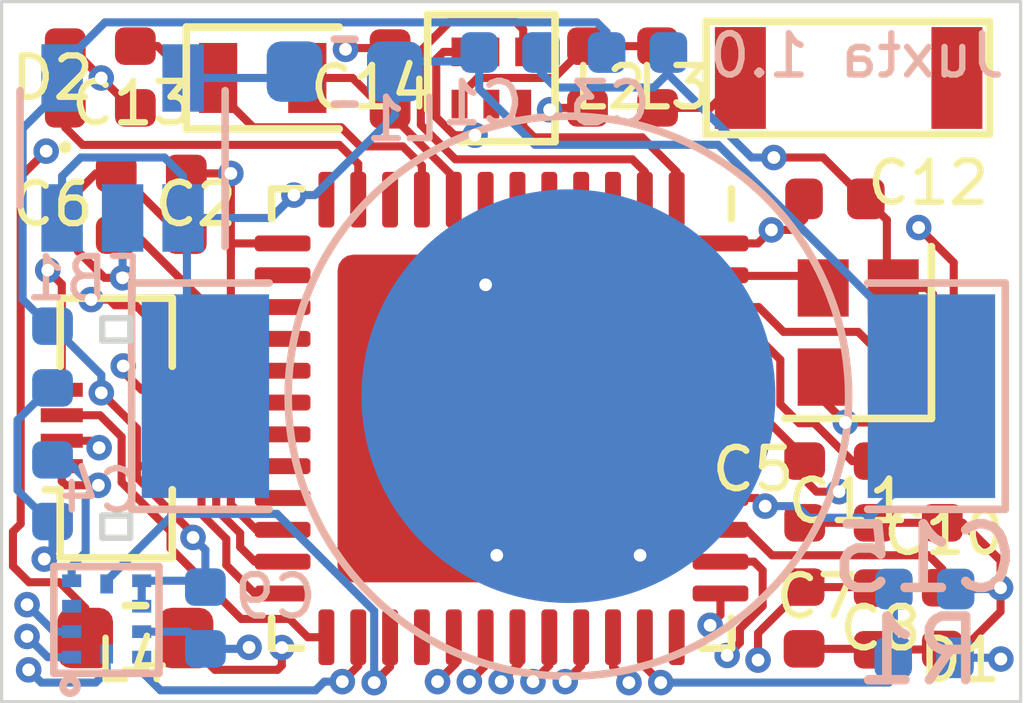
<source format=kicad_pcb>
(kicad_pcb (version 20171130) (host pcbnew "(5.1.5-0-10_14)")

  (general
    (thickness 0.4)
    (drawings 5)
    (tracks 435)
    (zones 0)
    (modules 32)
    (nets 30)
  )

  (page A4)
  (layers
    (0 F.Cu signal)
    (1 In1.Cu signal hide)
    (2 In2.Cu signal hide)
    (31 B.Cu signal)
    (32 B.Adhes user hide)
    (33 F.Adhes user hide)
    (34 B.Paste user hide)
    (35 F.Paste user hide)
    (36 B.SilkS user)
    (37 F.SilkS user hide)
    (38 B.Mask user hide)
    (39 F.Mask user hide)
    (40 Dwgs.User user hide)
    (41 Cmts.User user hide)
    (42 Eco1.User user hide)
    (43 Eco2.User user hide)
    (44 Edge.Cuts user)
    (45 Margin user hide)
    (46 B.CrtYd user)
    (47 F.CrtYd user hide)
    (48 B.Fab user hide)
    (49 F.Fab user hide)
  )

  (setup
    (last_trace_width 0.127)
    (trace_clearance 0.09)
    (zone_clearance 0.127)
    (zone_45_only no)
    (trace_min 0.09)
    (via_size 0.4)
    (via_drill 0.2)
    (via_min_size 0.4)
    (via_min_drill 0.2)
    (uvia_size 0.3)
    (uvia_drill 0.1)
    (uvias_allowed no)
    (uvia_min_size 0.2)
    (uvia_min_drill 0.1)
    (edge_width 0.05)
    (segment_width 0.2)
    (pcb_text_width 0.3)
    (pcb_text_size 1.5 1.5)
    (mod_edge_width 0.07)
    (mod_text_size 0.65 0.65)
    (mod_text_width 0.1)
    (pad_size 1.524 1.524)
    (pad_drill 0.762)
    (pad_to_mask_clearance 0.051)
    (solder_mask_min_width 0.25)
    (aux_axis_origin 0 0)
    (visible_elements FFFFFF7F)
    (pcbplotparams
      (layerselection 0x010fc_ffffffff)
      (usegerberextensions false)
      (usegerberattributes false)
      (usegerberadvancedattributes false)
      (creategerberjobfile false)
      (excludeedgelayer true)
      (linewidth 0.100000)
      (plotframeref false)
      (viasonmask false)
      (mode 1)
      (useauxorigin false)
      (hpglpennumber 1)
      (hpglpenspeed 20)
      (hpglpendiameter 15.000000)
      (psnegative false)
      (psa4output false)
      (plotreference true)
      (plotvalue true)
      (plotinvisibletext false)
      (padsonsilk false)
      (subtractmaskfromsilk false)
      (outputformat 1)
      (mirror false)
      (drillshape 0)
      (scaleselection 1)
      (outputdirectory "export"))
  )

  (net 0 "")
  (net 1 +1V5)
  (net 2 GND)
  (net 3 VDD)
  (net 4 +3V3)
  (net 5 "Net-(C6-Pad1)")
  (net 6 VDDF)
  (net 7 "Net-(C13-Pad1)")
  (net 8 "Net-(C14-Pad1)")
  (net 9 LED_0)
  (net 10 "Net-(L1-Pad2)")
  (net 11 "Net-(L2-Pad1)")
  (net 12 DCDC_SW)
  (net 13 "Net-(U2-Pad47)")
  (net 14 "Net-(U2-Pad46)")
  (net 15 "Net-(U2-Pad2)")
  (net 16 "Net-(U2-Pad1)")
  (net 17 AXY_INT)
  (net 18 CLK)
  (net 19 MOSI)
  (net 20 AXY_CS)
  (net 21 MISO)
  (net 22 "Net-(A1-Pad1)")
  (net 23 RESET_N)
  (net 24 JTAG_TCKC)
  (net 25 JTAG_TMSC)
  (net 26 LED_1)
  (net 27 DEBUG)
  (net 28 Tx)
  (net 29 Rx)

  (net_class Default "This is the default net class."
    (clearance 0.09)
    (trace_width 0.127)
    (via_dia 0.4)
    (via_drill 0.2)
    (uvia_dia 0.3)
    (uvia_drill 0.1)
    (add_net +1V5)
    (add_net +3V3)
    (add_net AXY_CS)
    (add_net AXY_INT)
    (add_net CLK)
    (add_net DCDC_SW)
    (add_net DEBUG)
    (add_net GND)
    (add_net JTAG_TCKC)
    (add_net JTAG_TMSC)
    (add_net LED_0)
    (add_net LED_1)
    (add_net MISO)
    (add_net MOSI)
    (add_net "Net-(A1-Pad1)")
    (add_net "Net-(C13-Pad1)")
    (add_net "Net-(C14-Pad1)")
    (add_net "Net-(C6-Pad1)")
    (add_net "Net-(L1-Pad2)")
    (add_net "Net-(L2-Pad1)")
    (add_net "Net-(U2-Pad1)")
    (add_net "Net-(U2-Pad2)")
    (add_net "Net-(U2-Pad46)")
    (add_net "Net-(U2-Pad47)")
    (add_net RESET_N)
    (add_net Rx)
    (add_net Tx)
    (add_net VDD)
    (add_net VDDF)
  )

  (module Resistor_SMD:R_0402_1005Metric (layer B.Cu) (tedit 5B301BBD) (tstamp 62C6C0A0)
    (at 139.185 93.21 180)
    (descr "Resistor SMD 0402 (1005 Metric), square (rectangular) end terminal, IPC_7351 nominal, (Body size source: http://www.tortai-tech.com/upload/download/2011102023233369053.pdf), generated with kicad-footprint-generator")
    (tags resistor)
    (path /62DBD1BB)
    (attr smd)
    (fp_text reference R1 (at 0.085 0.11) (layer B.SilkS)
      (effects (font (size 1 1) (thickness 0.15)) (justify mirror))
    )
    (fp_text value 100K (at 0 -1.17) (layer B.Fab)
      (effects (font (size 1 1) (thickness 0.15)) (justify mirror))
    )
    (fp_text user %R (at 0 0) (layer B.Fab)
      (effects (font (size 0.25 0.25) (thickness 0.04)) (justify mirror))
    )
    (fp_line (start 0.93 -0.47) (end -0.93 -0.47) (layer B.CrtYd) (width 0.05))
    (fp_line (start 0.93 0.47) (end 0.93 -0.47) (layer B.CrtYd) (width 0.05))
    (fp_line (start -0.93 0.47) (end 0.93 0.47) (layer B.CrtYd) (width 0.05))
    (fp_line (start -0.93 -0.47) (end -0.93 0.47) (layer B.CrtYd) (width 0.05))
    (fp_line (start 0.5 -0.25) (end -0.5 -0.25) (layer B.Fab) (width 0.1))
    (fp_line (start 0.5 0.25) (end 0.5 -0.25) (layer B.Fab) (width 0.1))
    (fp_line (start -0.5 0.25) (end 0.5 0.25) (layer B.Fab) (width 0.1))
    (fp_line (start -0.5 -0.25) (end -0.5 0.25) (layer B.Fab) (width 0.1))
    (pad 2 smd roundrect (at 0.485 0 180) (size 0.59 0.64) (layers B.Cu B.Paste B.Mask) (roundrect_rratio 0.25)
      (net 23 RESET_N))
    (pad 1 smd roundrect (at -0.485 0 180) (size 0.59 0.64) (layers B.Cu B.Paste B.Mask) (roundrect_rratio 0.25)
      (net 3 VDD))
    (model ${KISYS3DMOD}/Resistor_SMD.3dshapes/R_0402_1005Metric.wrl
      (at (xyz 0 0 0))
      (scale (xyz 1 1 1))
      (rotate (xyz 0 0 0))
    )
  )

  (module Capacitor_SMD:C_0402_1005Metric (layer B.Cu) (tedit 5B301BBE) (tstamp 62C6BF71)
    (at 139.195 92.13)
    (descr "Capacitor SMD 0402 (1005 Metric), square (rectangular) end terminal, IPC_7351 nominal, (Body size source: http://www.tortai-tech.com/upload/download/2011102023233369053.pdf), generated with kicad-footprint-generator")
    (tags capacitor)
    (path /62DBDE56)
    (attr smd)
    (fp_text reference C15 (at 0 -0.48) (layer B.SilkS)
      (effects (font (size 1 1) (thickness 0.15)) (justify mirror))
    )
    (fp_text value 0.1uF (at 0 -1.17) (layer B.Fab)
      (effects (font (size 1 1) (thickness 0.15)) (justify mirror))
    )
    (fp_text user %R (at 0 0) (layer B.Fab)
      (effects (font (size 0.25 0.25) (thickness 0.04)) (justify mirror))
    )
    (fp_line (start 0.93 -0.47) (end -0.93 -0.47) (layer B.CrtYd) (width 0.05))
    (fp_line (start 0.93 0.47) (end 0.93 -0.47) (layer B.CrtYd) (width 0.05))
    (fp_line (start -0.93 0.47) (end 0.93 0.47) (layer B.CrtYd) (width 0.05))
    (fp_line (start -0.93 -0.47) (end -0.93 0.47) (layer B.CrtYd) (width 0.05))
    (fp_line (start 0.5 -0.25) (end -0.5 -0.25) (layer B.Fab) (width 0.1))
    (fp_line (start 0.5 0.25) (end 0.5 -0.25) (layer B.Fab) (width 0.1))
    (fp_line (start -0.5 0.25) (end 0.5 0.25) (layer B.Fab) (width 0.1))
    (fp_line (start -0.5 -0.25) (end -0.5 0.25) (layer B.Fab) (width 0.1))
    (pad 2 smd roundrect (at 0.485 0) (size 0.59 0.64) (layers B.Cu B.Paste B.Mask) (roundrect_rratio 0.25)
      (net 2 GND))
    (pad 1 smd roundrect (at -0.485 0) (size 0.59 0.64) (layers B.Cu B.Paste B.Mask) (roundrect_rratio 0.25)
      (net 23 RESET_N))
    (model ${KISYS3DMOD}/Capacitor_SMD.3dshapes/C_0402_1005Metric.wrl
      (at (xyz 0 0 0))
      (scale (xyz 1 1 1))
      (rotate (xyz 0 0 0))
    )
  )

  (module Juxta:2988_7.9mmBatteryContact (layer B.Cu) (tedit 62C49E17) (tstamp 62C22AFC)
    (at 133.6 89.1 180)
    (path /62C5F4B3)
    (fp_text reference BT1 (at 4.85 -2.9 180) (layer B.SilkS) hide
      (effects (font (size 0.65 0.65) (thickness 0.1)) (justify mirror))
    )
    (fp_text value E13 (at -2.794 10.033 180) (layer B.Fab)
      (effects (font (size 1 1) (thickness 0.15)) (justify mirror))
    )
    (fp_circle (center 0 0) (end 4 0) (layer B.CrtYd) (width 0.12))
    (fp_circle (center 0 0) (end 4.4 0) (layer B.SilkS) (width 0.12))
    (fp_line (start -6.858 1.778) (end -4.699 1.778) (layer B.SilkS) (width 0.12))
    (fp_line (start -6.858 1.778) (end -6.858 -1.778) (layer B.SilkS) (width 0.12))
    (fp_line (start -6.858 -1.778) (end -4.699 -1.778) (layer B.SilkS) (width 0.12))
    (fp_line (start 4.699 1.778) (end 6.858 1.778) (layer B.SilkS) (width 0.12))
    (fp_line (start 6.858 1.778) (end 6.858 -1.778) (layer B.SilkS) (width 0.12))
    (fp_line (start 6.858 -1.778) (end 4.699 -1.778) (layer B.SilkS) (width 0.12))
    (pad 1 smd rect (at -5.7 0 180) (size 2 3.2) (layers B.Cu B.Paste B.Mask)
      (net 1 +1V5))
    (pad 2 smd circle (at 0 0 180) (size 6.5 6.5) (layers B.Cu B.Paste B.Mask)
      (net 2 GND))
    (pad 1 smd rect (at 5.7 0 180) (size 2 3.2) (layers B.Cu B.Paste B.Mask)
      (net 1 +1V5))
  )

  (module LED_SMD:LED_0402_1005Metric (layer F.Cu) (tedit 5B301BBE) (tstamp 62C5234F)
    (at 125.7 84.1 90)
    (descr "LED SMD 0402 (1005 Metric), square (rectangular) end terminal, IPC_7351 nominal, (Body size source: http://www.tortai-tech.com/upload/download/2011102023233369053.pdf), generated with kicad-footprint-generator")
    (tags LED)
    (path /62CA879C)
    (attr smd)
    (fp_text reference D2 (at 0 -0.2 180) (layer F.SilkS)
      (effects (font (size 0.65 0.65) (thickness 0.1)))
    )
    (fp_text value LED (at 0 1.17 90) (layer F.Fab)
      (effects (font (size 1 1) (thickness 0.15)))
    )
    (fp_text user %R (at 0 0 90) (layer F.Fab)
      (effects (font (size 0.25 0.25) (thickness 0.04)))
    )
    (fp_line (start 0.93 0.47) (end -0.93 0.47) (layer F.CrtYd) (width 0.05))
    (fp_line (start 0.93 -0.47) (end 0.93 0.47) (layer F.CrtYd) (width 0.05))
    (fp_line (start -0.93 -0.47) (end 0.93 -0.47) (layer F.CrtYd) (width 0.05))
    (fp_line (start -0.93 0.47) (end -0.93 -0.47) (layer F.CrtYd) (width 0.05))
    (fp_line (start -0.3 0.25) (end -0.3 -0.25) (layer F.Fab) (width 0.1))
    (fp_line (start -0.4 0.25) (end -0.4 -0.25) (layer F.Fab) (width 0.1))
    (fp_line (start 0.5 0.25) (end -0.5 0.25) (layer F.Fab) (width 0.1))
    (fp_line (start 0.5 -0.25) (end 0.5 0.25) (layer F.Fab) (width 0.1))
    (fp_line (start -0.5 -0.25) (end 0.5 -0.25) (layer F.Fab) (width 0.1))
    (fp_line (start -0.5 0.25) (end -0.5 -0.25) (layer F.Fab) (width 0.1))
    (fp_circle (center -1.09 0) (end -1.04 0) (layer F.SilkS) (width 0.1))
    (pad 2 smd roundrect (at 0.485 0 90) (size 0.59 0.64) (layers F.Cu F.Paste F.Mask) (roundrect_rratio 0.25)
      (net 2 GND))
    (pad 1 smd roundrect (at -0.485 0 90) (size 0.59 0.64) (layers F.Cu F.Paste F.Mask) (roundrect_rratio 0.25)
      (net 26 LED_1))
    (model ${KISYS3DMOD}/LED_SMD.3dshapes/LED_0402_1005Metric.wrl
      (at (xyz 0 0 0))
      (scale (xyz 1 1 1))
      (rotate (xyz 0 0 0))
    )
  )

  (module Connector_Molex:Molex_SlimStack_502430-0820_2x04_P0.40mm_Vertical (layer F.Cu) (tedit 5A1A83F5) (tstamp 62C4FE6E)
    (at 126.5 89.6 90)
    (descr "Molex SlimStack Fine-Pitch SMT Board-to-Board Connectors, 502430-0820, 8 Pins (http://www.molex.com/pdm_docs/sd/5024300820_sd.pdf), generated with kicad-footprint-generator")
    (tags "connector Molex SlimStack side entry")
    (path /62C829D4)
    (attr smd)
    (fp_text reference J1 (at 0 -2.38 90) (layer F.SilkS) hide
      (effects (font (size 0.65 0.65) (thickness 0.1)))
    )
    (fp_text value Conn_01x08_Male (at 0 2.38 90) (layer F.Fab)
      (effects (font (size 1 1) (thickness 0.15)))
    )
    (fp_text user %R (at 0 0 90) (layer F.Fab)
      (effects (font (size 0.96 0.96) (thickness 0.14)))
    )
    (fp_line (start 2.43 -1.68) (end -2.43 -1.68) (layer F.CrtYd) (width 0.05))
    (fp_line (start 2.43 1.68) (end 2.43 -1.68) (layer F.CrtYd) (width 0.05))
    (fp_line (start -2.43 1.68) (end 2.43 1.68) (layer F.CrtYd) (width 0.05))
    (fp_line (start -2.43 -1.68) (end -2.43 1.68) (layer F.CrtYd) (width 0.05))
    (fp_line (start 2.04 -0.88) (end 0.97 -0.88) (layer F.SilkS) (width 0.12))
    (fp_line (start 2.04 0.88) (end 2.04 -0.88) (layer F.SilkS) (width 0.12))
    (fp_line (start 0.97 0.88) (end 2.04 0.88) (layer F.SilkS) (width 0.12))
    (fp_line (start -0.97 -0.88) (end -0.97 -1.12) (layer F.SilkS) (width 0.12))
    (fp_line (start -2.04 -0.88) (end -0.97 -0.88) (layer F.SilkS) (width 0.12))
    (fp_line (start -2.04 0.88) (end -2.04 -0.88) (layer F.SilkS) (width 0.12))
    (fp_line (start -0.97 0.88) (end -2.04 0.88) (layer F.SilkS) (width 0.12))
    (fp_line (start -0.97 -0.77) (end -0.97 -1.12) (layer F.Fab) (width 0.1))
    (fp_line (start 1.93 -0.77) (end -1.93 -0.77) (layer F.Fab) (width 0.1))
    (fp_line (start 1.93 0.77) (end 1.93 -0.77) (layer F.Fab) (width 0.1))
    (fp_line (start -1.93 0.77) (end 1.93 0.77) (layer F.Fab) (width 0.1))
    (fp_line (start -1.93 -0.77) (end -1.93 0.77) (layer F.Fab) (width 0.1))
    (fp_line (start 1.725 -0.22) (end 1.375 -0.22) (layer Edge.Cuts) (width 0.1))
    (fp_line (start 1.725 0.22) (end 1.725 -0.22) (layer Edge.Cuts) (width 0.1))
    (fp_line (start 1.375 0.22) (end 1.725 0.22) (layer Edge.Cuts) (width 0.1))
    (fp_line (start 1.375 -0.22) (end 1.375 0.22) (layer Edge.Cuts) (width 0.1))
    (fp_line (start -1.375 -0.22) (end -1.725 -0.22) (layer Edge.Cuts) (width 0.1))
    (fp_line (start -1.375 0.22) (end -1.375 -0.22) (layer Edge.Cuts) (width 0.1))
    (fp_line (start -1.725 0.22) (end -1.375 0.22) (layer Edge.Cuts) (width 0.1))
    (fp_line (start -1.725 -0.22) (end -1.725 0.22) (layer Edge.Cuts) (width 0.1))
    (pad 8 smd rect (at 0.6 0.855 90) (size 0.22 0.66) (layers F.Cu F.Paste F.Mask)
      (net 27 DEBUG))
    (pad 6 smd rect (at 0.2 0.855 90) (size 0.22 0.66) (layers F.Cu F.Paste F.Mask)
      (net 28 Tx))
    (pad 4 smd rect (at -0.2 0.855 90) (size 0.22 0.66) (layers F.Cu F.Paste F.Mask)
      (net 25 JTAG_TMSC))
    (pad 2 smd rect (at -0.6 0.855 90) (size 0.22 0.66) (layers F.Cu F.Paste F.Mask)
      (net 4 +3V3))
    (pad 7 smd rect (at 0.6 -0.855 90) (size 0.22 0.66) (layers F.Cu F.Paste F.Mask)
      (net 29 Rx))
    (pad 5 smd rect (at 0.2 -0.855 90) (size 0.22 0.66) (layers F.Cu F.Paste F.Mask)
      (net 24 JTAG_TCKC))
    (pad 3 smd rect (at -0.2 -0.855 90) (size 0.22 0.66) (layers F.Cu F.Paste F.Mask)
      (net 23 RESET_N))
    (pad 1 smd rect (at -0.6 -0.855 90) (size 0.22 0.66) (layers F.Cu F.Paste F.Mask)
      (net 2 GND))
    (model ${KISYS3DMOD}/Connector_Molex.3dshapes/Molex_SlimStack_502430-0820_2x04_P0.40mm_Vertical.wrl
      (at (xyz 0 0 0))
      (scale (xyz 1 1 1))
      (rotate (xyz 0 0 0))
    )
  )

  (module Inductor_SMD:L_0603_1608Metric (layer F.Cu) (tedit 5B301BBE) (tstamp 62C1F41F)
    (at 126.8 92.9 180)
    (descr "Inductor SMD 0603 (1608 Metric), square (rectangular) end terminal, IPC_7351 nominal, (Body size source: http://www.tortai-tech.com/upload/download/2011102023233369053.pdf), generated with kicad-footprint-generator")
    (tags inductor)
    (path /62C90ADD)
    (attr smd)
    (fp_text reference L4 (at 0.05 -0.35) (layer F.SilkS)
      (effects (font (size 0.65 0.65) (thickness 0.1)))
    )
    (fp_text value 6.8uH (at 0 1.43) (layer F.Fab)
      (effects (font (size 1 1) (thickness 0.15)))
    )
    (fp_text user %R (at 0 0) (layer F.Fab)
      (effects (font (size 0.4 0.4) (thickness 0.06)))
    )
    (fp_line (start 1.48 0.73) (end -1.48 0.73) (layer F.CrtYd) (width 0.05))
    (fp_line (start 1.48 -0.73) (end 1.48 0.73) (layer F.CrtYd) (width 0.05))
    (fp_line (start -1.48 -0.73) (end 1.48 -0.73) (layer F.CrtYd) (width 0.05))
    (fp_line (start -1.48 0.73) (end -1.48 -0.73) (layer F.CrtYd) (width 0.05))
    (fp_line (start -0.162779 0.51) (end 0.162779 0.51) (layer F.SilkS) (width 0.12))
    (fp_line (start -0.162779 -0.51) (end 0.162779 -0.51) (layer F.SilkS) (width 0.12))
    (fp_line (start 0.8 0.4) (end -0.8 0.4) (layer F.Fab) (width 0.1))
    (fp_line (start 0.8 -0.4) (end 0.8 0.4) (layer F.Fab) (width 0.1))
    (fp_line (start -0.8 -0.4) (end 0.8 -0.4) (layer F.Fab) (width 0.1))
    (fp_line (start -0.8 0.4) (end -0.8 -0.4) (layer F.Fab) (width 0.1))
    (pad 2 smd roundrect (at 0.7875 0 180) (size 0.875 0.95) (layers F.Cu F.Paste F.Mask) (roundrect_rratio 0.25)
      (net 6 VDDF))
    (pad 1 smd roundrect (at -0.7875 0 180) (size 0.875 0.95) (layers F.Cu F.Paste F.Mask) (roundrect_rratio 0.25)
      (net 12 DCDC_SW))
    (model ${KISYS3DMOD}/Inductor_SMD.3dshapes/L_0603_1608Metric.wrl
      (at (xyz 0 0 0))
      (scale (xyz 1 1 1))
      (rotate (xyz 0 0 0))
    )
  )

  (module Inductor_SMD:L_0603_1608Metric (layer B.Cu) (tedit 5B301BBE) (tstamp 62C1F3F0)
    (at 130.0875 84 180)
    (descr "Inductor SMD 0603 (1608 Metric), square (rectangular) end terminal, IPC_7351 nominal, (Body size source: http://www.tortai-tech.com/upload/download/2011102023233369053.pdf), generated with kicad-footprint-generator")
    (tags inductor)
    (path /62C6FBD1)
    (attr smd)
    (fp_text reference L1 (at -0.9125 -0.75) (layer B.SilkS)
      (effects (font (size 0.65 0.65) (thickness 0.1)) (justify mirror))
    )
    (fp_text value 4.7uH (at 0 -1.43) (layer B.Fab)
      (effects (font (size 1 1) (thickness 0.15)) (justify mirror))
    )
    (fp_text user %R (at 0 0) (layer B.Fab)
      (effects (font (size 0.4 0.4) (thickness 0.06)) (justify mirror))
    )
    (fp_line (start 1.48 -0.73) (end -1.48 -0.73) (layer B.CrtYd) (width 0.05))
    (fp_line (start 1.48 0.73) (end 1.48 -0.73) (layer B.CrtYd) (width 0.05))
    (fp_line (start -1.48 0.73) (end 1.48 0.73) (layer B.CrtYd) (width 0.05))
    (fp_line (start -1.48 -0.73) (end -1.48 0.73) (layer B.CrtYd) (width 0.05))
    (fp_line (start -0.162779 -0.51) (end 0.162779 -0.51) (layer B.SilkS) (width 0.12))
    (fp_line (start -0.162779 0.51) (end 0.162779 0.51) (layer B.SilkS) (width 0.12))
    (fp_line (start 0.8 -0.4) (end -0.8 -0.4) (layer B.Fab) (width 0.1))
    (fp_line (start 0.8 0.4) (end 0.8 -0.4) (layer B.Fab) (width 0.1))
    (fp_line (start -0.8 0.4) (end 0.8 0.4) (layer B.Fab) (width 0.1))
    (fp_line (start -0.8 -0.4) (end -0.8 0.4) (layer B.Fab) (width 0.1))
    (pad 2 smd roundrect (at 0.7875 0 180) (size 0.875 0.95) (layers B.Cu B.Paste B.Mask) (roundrect_rratio 0.25)
      (net 10 "Net-(L1-Pad2)"))
    (pad 1 smd roundrect (at -0.7875 0 180) (size 0.875 0.95) (layers B.Cu B.Paste B.Mask) (roundrect_rratio 0.25)
      (net 1 +1V5))
    (model ${KISYS3DMOD}/Inductor_SMD.3dshapes/L_0603_1608Metric.wrl
      (at (xyz 0 0 0))
      (scale (xyz 1 1 1))
      (rotate (xyz 0 0 0))
    )
  )

  (module Inductor_SMD:L_0402_1005Metric (layer B.Cu) (tedit 5B301BBE) (tstamp 62C1F3DF)
    (at 125.5 88.485 90)
    (descr "Inductor SMD 0402 (1005 Metric), square (rectangular) end terminal, IPC_7351 nominal, (Body size source: http://www.tortai-tech.com/upload/download/2011102023233369053.pdf), generated with kicad-footprint-generator")
    (tags inductor)
    (path /62C88FF7)
    (attr smd)
    (fp_text reference FB1 (at 1.235 0.5 180) (layer B.SilkS)
      (effects (font (size 0.65 0.65) (thickness 0.1)) (justify mirror))
    )
    (fp_text value 1.5k (at 0 -1.17 90) (layer B.Fab)
      (effects (font (size 1 1) (thickness 0.15)) (justify mirror))
    )
    (fp_text user %R (at 0 0 90) (layer B.Fab)
      (effects (font (size 0.25 0.25) (thickness 0.04)) (justify mirror))
    )
    (fp_line (start 0.93 -0.47) (end -0.93 -0.47) (layer B.CrtYd) (width 0.05))
    (fp_line (start 0.93 0.47) (end 0.93 -0.47) (layer B.CrtYd) (width 0.05))
    (fp_line (start -0.93 0.47) (end 0.93 0.47) (layer B.CrtYd) (width 0.05))
    (fp_line (start -0.93 -0.47) (end -0.93 0.47) (layer B.CrtYd) (width 0.05))
    (fp_line (start 0.5 -0.25) (end -0.5 -0.25) (layer B.Fab) (width 0.1))
    (fp_line (start 0.5 0.25) (end 0.5 -0.25) (layer B.Fab) (width 0.1))
    (fp_line (start -0.5 0.25) (end 0.5 0.25) (layer B.Fab) (width 0.1))
    (fp_line (start -0.5 -0.25) (end -0.5 0.25) (layer B.Fab) (width 0.1))
    (pad 2 smd roundrect (at 0.485 0 90) (size 0.59 0.64) (layers B.Cu B.Paste B.Mask) (roundrect_rratio 0.25)
      (net 4 +3V3))
    (pad 1 smd roundrect (at -0.485 0 90) (size 0.59 0.64) (layers B.Cu B.Paste B.Mask) (roundrect_rratio 0.25)
      (net 3 VDD))
    (model ${KISYS3DMOD}/Inductor_SMD.3dshapes/L_0402_1005Metric.wrl
      (at (xyz 0 0 0))
      (scale (xyz 1 1 1))
      (rotate (xyz 0 0 0))
    )
  )

  (module Juxta:2450AT18B100 (layer F.Cu) (tedit 62C1A31C) (tstamp 62C4F282)
    (at 139.7 84.1)
    (path /62C5F04F)
    (fp_text reference A1 (at -1.397 -1.778) (layer F.SilkS) hide
      (effects (font (size 0.65 0.65) (thickness 0.1)))
    )
    (fp_text value Antenna (at -1.397 1.905) (layer F.Fab)
      (effects (font (size 1 1) (thickness 0.15)))
    )
    (fp_line (start -3.937 0.889) (end -3.937 -0.889) (layer F.SilkS) (width 0.12))
    (fp_line (start 0.508 0.889) (end -3.937 0.889) (layer F.SilkS) (width 0.12))
    (fp_line (start 0.508 -0.889) (end 0.508 0.889) (layer F.SilkS) (width 0.12))
    (fp_line (start -3.937 -0.889) (end 0.508 -0.889) (layer F.SilkS) (width 0.12))
    (fp_line (start -3.937 -0.889) (end 0.508 -0.889) (layer F.CrtYd) (width 0.12))
    (fp_line (start 0.508 -0.889) (end 0.508 0.889) (layer F.CrtYd) (width 0.12))
    (fp_line (start 0.508 0.889) (end -3.937 0.889) (layer F.CrtYd) (width 0.12))
    (fp_line (start -3.937 0.889) (end -3.937 -0.889) (layer F.CrtYd) (width 0.12))
    (pad 1 smd rect (at -3.4 0) (size 0.8 1.6) (layers F.Cu F.Paste F.Mask)
      (net 22 "Net-(A1-Pad1)"))
    (pad 2 smd rect (at 0 0) (size 0.8 1.6) (layers F.Cu F.Paste F.Mask))
  )

  (module Juxta:LGA-10_1.6x1.6 (layer B.Cu) (tedit 62C1A2EF) (tstamp 62C1F4AF)
    (at 125.8 93.2)
    (path /62C40830)
    (fp_text reference U4 (at 0.1016 1.3716 -180) (layer B.SilkS) hide
      (effects (font (size 0.65 0.65) (thickness 0.1)) (justify mirror))
    )
    (fp_text value MC3635 (at 1.3208 -2.3368 -180) (layer B.Fab)
      (effects (font (size 1 1) (thickness 0.15)) (justify mirror))
    )
    (fp_circle (center -0.0254 0.4572) (end -0.0254 0.4064) (layer B.SilkS) (width 0.12))
    (fp_line (start -0.2794 -1.4224) (end -0.2794 0.254) (layer B.SilkS) (width 0.12))
    (fp_line (start 1.3716 -1.4224) (end -0.2794 -1.4224) (layer B.SilkS) (width 0.12))
    (fp_line (start 1.3716 0.254) (end 1.3716 -1.4224) (layer B.SilkS) (width 0.12))
    (fp_line (start -0.2794 0.254) (end 1.3716 0.254) (layer B.SilkS) (width 0.12))
    (fp_line (start -0.2794 0.254) (end 1.3716 0.254) (layer B.CrtYd) (width 0.12))
    (fp_line (start 1.3716 0.254) (end 1.3716 -1.4224) (layer B.CrtYd) (width 0.12))
    (fp_line (start 1.3716 -1.4224) (end -0.2794 -1.4224) (layer B.CrtYd) (width 0.12))
    (fp_line (start -0.2794 -1.4224) (end -0.2794 0.254) (layer B.CrtYd) (width 0.12))
    (pad 5 smd rect (at 0.55 -1.15 270) (size 0.3 0.2) (layers B.Cu B.Paste B.Mask)
      (net 17 AXY_INT))
    (pad 10 smd rect (at 0.55 -0.05 270) (size 0.3 0.2) (layers B.Cu B.Paste B.Mask)
      (net 18 CLK))
    (pad 6 smd rect (at 1.1 -1.2) (size 0.3 0.2) (layers B.Cu B.Paste B.Mask)
      (net 4 +3V3))
    (pad 4 smd rect (at 0 -1.2) (size 0.3 0.2) (layers B.Cu B.Paste B.Mask)
      (net 2 GND))
    (pad 7 smd rect (at 1.1 -0.8) (size 0.3 0.2) (layers B.Cu B.Paste B.Mask)
      (net 4 +3V3))
    (pad 3 smd rect (at 0 -0.8) (size 0.3 0.2) (layers B.Cu B.Paste B.Mask))
    (pad 8 smd rect (at 1.1 -0.4) (size 0.3 0.2) (layers B.Cu B.Paste B.Mask)
      (net 2 GND))
    (pad 2 smd rect (at 0 -0.4) (size 0.3 0.2) (layers B.Cu B.Paste B.Mask)
      (net 19 MOSI))
    (pad 9 smd rect (at 1.1 0) (size 0.3 0.2) (layers B.Cu B.Paste B.Mask)
      (net 20 AXY_CS))
    (pad 1 smd rect (at 0 0) (size 0.3 0.2) (layers B.Cu B.Paste B.Mask)
      (net 21 MISO))
  )

  (module Crystal:Crystal_SMD_2016-4Pin_2.0x1.6mm (layer F.Cu) (tedit 5A0FD1B2) (tstamp 62C1F4DE)
    (at 138.15 88.1 90)
    (descr "SMD Crystal SERIES SMD2016/4 http://www.q-crystal.com/upload/5/2015552223166229.pdf, 2.0x1.6mm^2 package")
    (tags "SMD SMT crystal")
    (path /62C37D21)
    (attr smd)
    (fp_text reference Y2 (at 0 -2 90) (layer F.SilkS) hide
      (effects (font (size 0.65 0.65) (thickness 0.1)))
    )
    (fp_text value Crystal_GND24 (at 0 2 90) (layer F.Fab)
      (effects (font (size 1 1) (thickness 0.15)))
    )
    (fp_line (start 1.4 -1.3) (end -1.4 -1.3) (layer F.CrtYd) (width 0.05))
    (fp_line (start 1.4 1.3) (end 1.4 -1.3) (layer F.CrtYd) (width 0.05))
    (fp_line (start -1.4 1.3) (end 1.4 1.3) (layer F.CrtYd) (width 0.05))
    (fp_line (start -1.4 -1.3) (end -1.4 1.3) (layer F.CrtYd) (width 0.05))
    (fp_line (start -1.35 1.15) (end 1.35 1.15) (layer F.SilkS) (width 0.12))
    (fp_line (start -1.35 -1.15) (end -1.35 1.15) (layer F.SilkS) (width 0.12))
    (fp_line (start -1 0.3) (end -0.5 0.8) (layer F.Fab) (width 0.1))
    (fp_line (start -1 -0.7) (end -0.9 -0.8) (layer F.Fab) (width 0.1))
    (fp_line (start -1 0.7) (end -1 -0.7) (layer F.Fab) (width 0.1))
    (fp_line (start -0.9 0.8) (end -1 0.7) (layer F.Fab) (width 0.1))
    (fp_line (start 0.9 0.8) (end -0.9 0.8) (layer F.Fab) (width 0.1))
    (fp_line (start 1 0.7) (end 0.9 0.8) (layer F.Fab) (width 0.1))
    (fp_line (start 1 -0.7) (end 1 0.7) (layer F.Fab) (width 0.1))
    (fp_line (start 0.9 -0.8) (end 1 -0.7) (layer F.Fab) (width 0.1))
    (fp_line (start -0.9 -0.8) (end 0.9 -0.8) (layer F.Fab) (width 0.1))
    (fp_text user %R (at 0 0 90) (layer F.Fab)
      (effects (font (size 0.5 0.5) (thickness 0.075)))
    )
    (pad 4 smd rect (at -0.7 -0.55 90) (size 0.9 0.8) (layers F.Cu F.Paste F.Mask)
      (net 2 GND))
    (pad 3 smd rect (at 0.7 -0.55 90) (size 0.9 0.8) (layers F.Cu F.Paste F.Mask)
      (net 13 "Net-(U2-Pad47)"))
    (pad 2 smd rect (at 0.7 0.55 90) (size 0.9 0.8) (layers F.Cu F.Paste F.Mask)
      (net 2 GND))
    (pad 1 smd rect (at -0.7 0.55 90) (size 0.9 0.8) (layers F.Cu F.Paste F.Mask)
      (net 14 "Net-(U2-Pad46)"))
    (model ${KISYS3DMOD}/Crystal.3dshapes/Crystal_SMD_2016-4Pin_2.0x1.6mm.wrl
      (at (xyz 0 0 0))
      (scale (xyz 1 1 1))
      (rotate (xyz 0 0 0))
    )
  )

  (module Crystal:Crystal_SMD_2012-2Pin_2.0x1.2mm (layer F.Cu) (tedit 5A0FD1B2) (tstamp 62C4F2B2)
    (at 128.8 84.1)
    (descr "SMD Crystal 2012/2 http://txccrystal.com/images/pdf/9ht11.pdf, 2.0x1.2mm^2 package")
    (tags "SMD SMT crystal")
    (path /62CAB539)
    (attr smd)
    (fp_text reference Y1 (at 0 -1.8) (layer F.SilkS) hide
      (effects (font (size 0.65 0.65) (thickness 0.1)))
    )
    (fp_text value Crystal (at 0 1.8) (layer F.Fab)
      (effects (font (size 1 1) (thickness 0.15)))
    )
    (fp_circle (center 0 0) (end 0.046667 0) (layer F.Adhes) (width 0.093333))
    (fp_circle (center 0 0) (end 0.106667 0) (layer F.Adhes) (width 0.066667))
    (fp_circle (center 0 0) (end 0.166667 0) (layer F.Adhes) (width 0.066667))
    (fp_circle (center 0 0) (end 0.2 0) (layer F.Adhes) (width 0.1))
    (fp_line (start 1.3 -0.9) (end -1.3 -0.9) (layer F.CrtYd) (width 0.05))
    (fp_line (start 1.3 0.9) (end 1.3 -0.9) (layer F.CrtYd) (width 0.05))
    (fp_line (start -1.3 0.9) (end 1.3 0.9) (layer F.CrtYd) (width 0.05))
    (fp_line (start -1.3 -0.9) (end -1.3 0.9) (layer F.CrtYd) (width 0.05))
    (fp_line (start -1.2 0.8) (end 1.2 0.8) (layer F.SilkS) (width 0.12))
    (fp_line (start -1.2 -0.8) (end -1.2 0.8) (layer F.SilkS) (width 0.12))
    (fp_line (start 1.2 -0.8) (end -1.2 -0.8) (layer F.SilkS) (width 0.12))
    (fp_line (start -1 0.1) (end -0.5 0.6) (layer F.Fab) (width 0.1))
    (fp_line (start 1 -0.6) (end -1 -0.6) (layer F.Fab) (width 0.1))
    (fp_line (start 1 0.6) (end 1 -0.6) (layer F.Fab) (width 0.1))
    (fp_line (start -1 0.6) (end 1 0.6) (layer F.Fab) (width 0.1))
    (fp_line (start -1 -0.6) (end -1 0.6) (layer F.Fab) (width 0.1))
    (fp_text user %R (at 0 0) (layer F.Fab)
      (effects (font (size 0.5 0.5) (thickness 0.075)))
    )
    (pad 2 smd rect (at 0.7 0) (size 0.6 1.1) (layers F.Cu F.Paste F.Mask)
      (net 8 "Net-(C14-Pad1)"))
    (pad 1 smd rect (at -0.7 0) (size 0.6 1.1) (layers F.Cu F.Paste F.Mask)
      (net 7 "Net-(C13-Pad1)"))
    (model ${KISYS3DMOD}/Crystal.3dshapes/Crystal_SMD_2012-2Pin_2.0x1.2mm.wrl
      (at (xyz 0 0 0))
      (scale (xyz 1 1 1))
      (rotate (xyz 0 0 0))
    )
  )

  (module ARBO:2450BM14G0011 (layer F.Cu) (tedit 5F624941) (tstamp 62C4F253)
    (at 132.39 84.1)
    (path /62C42014)
    (attr smd)
    (fp_text reference U3 (at -2.125 0 90) (layer F.SilkS) hide
      (effects (font (size 0.65 0.65) (thickness 0.1)))
    )
    (fp_text value 2450BM14G0011 (at 1.35 2.11) (layer F.Fab)
      (effects (font (size 1 1) (thickness 0.15)))
    )
    (fp_line (start -0.88 0.89) (end -0.88 -0.89) (layer F.CrtYd) (width 0.05))
    (fp_line (start 0.88 0.89) (end -0.88 0.89) (layer F.CrtYd) (width 0.05))
    (fp_line (start 0.88 -0.89) (end 0.88 0.89) (layer F.CrtYd) (width 0.05))
    (fp_line (start -0.88 -0.89) (end 0.88 -0.89) (layer F.CrtYd) (width 0.05))
    (fp_line (start 1 1) (end -0.5 1) (layer F.SilkS) (width 0.12))
    (fp_line (start 1 -1) (end 1 1) (layer F.SilkS) (width 0.12))
    (fp_line (start -1 -1) (end 0.95 -1) (layer F.SilkS) (width 0.12))
    (fp_line (start -1 0.5) (end -1 -1) (layer F.SilkS) (width 0.12))
    (pad 3 smd rect (at 0.5 0.41) (size 0.25 0.45) (layers F.Cu F.Paste F.Mask)
      (net 16 "Net-(U2-Pad1)"))
    (pad 4 smd rect (at 0.5 -0.41) (size 0.25 0.45) (layers F.Cu F.Paste F.Mask)
      (net 15 "Net-(U2-Pad2)"))
    (pad 2 smd rect (at 0 0.41) (size 0.25 0.45) (layers F.Cu F.Paste F.Mask))
    (pad 5 smd rect (at 0 -0.41) (size 0.25 0.45) (layers F.Cu F.Paste F.Mask)
      (net 2 GND))
    (pad 1 smd rect (at -0.5 0.41) (size 0.25 0.45) (layers F.Cu F.Paste F.Mask)
      (net 11 "Net-(L2-Pad1)"))
    (pad 6 smd rect (at -0.5 -0.41) (size 0.25 0.45) (layers F.Cu F.Paste F.Mask)
      (net 2 GND))
  )

  (module Package_DFN_QFN:QFN-48-1EP_7x7mm_P0.5mm_EP5.15x5.15mm (layer F.Cu) (tedit 5C26A111) (tstamp 62C1F48A)
    (at 132.55 89.45 270)
    (descr "QFN, 48 Pin (http://www.analog.com/media/en/package-pcb-resources/package/pkg_pdf/ltc-legacy-qfn/QFN_48_05-08-1704.pdf), generated with kicad-footprint-generator ipc_dfn_qfn_generator.py")
    (tags "QFN DFN_QFN")
    (path /62C3C04E)
    (attr smd)
    (fp_text reference U2 (at 0 -4.82 90) (layer F.SilkS) hide
      (effects (font (size 0.65 0.65) (thickness 0.1)))
    )
    (fp_text value CC2652P7 (at 0 4.82 90) (layer F.Fab)
      (effects (font (size 1 1) (thickness 0.15)))
    )
    (fp_text user %R (at 0 0 90) (layer F.Fab)
      (effects (font (size 1 1) (thickness 0.15)))
    )
    (fp_line (start 4.12 -4.12) (end -4.12 -4.12) (layer F.CrtYd) (width 0.05))
    (fp_line (start 4.12 4.12) (end 4.12 -4.12) (layer F.CrtYd) (width 0.05))
    (fp_line (start -4.12 4.12) (end 4.12 4.12) (layer F.CrtYd) (width 0.05))
    (fp_line (start -4.12 -4.12) (end -4.12 4.12) (layer F.CrtYd) (width 0.05))
    (fp_line (start -3.5 -2.5) (end -2.5 -3.5) (layer F.Fab) (width 0.1))
    (fp_line (start -3.5 3.5) (end -3.5 -2.5) (layer F.Fab) (width 0.1))
    (fp_line (start 3.5 3.5) (end -3.5 3.5) (layer F.Fab) (width 0.1))
    (fp_line (start 3.5 -3.5) (end 3.5 3.5) (layer F.Fab) (width 0.1))
    (fp_line (start -2.5 -3.5) (end 3.5 -3.5) (layer F.Fab) (width 0.1))
    (fp_line (start -3.135 -3.61) (end -3.61 -3.61) (layer F.SilkS) (width 0.12))
    (fp_line (start 3.61 3.61) (end 3.61 3.135) (layer F.SilkS) (width 0.12))
    (fp_line (start 3.135 3.61) (end 3.61 3.61) (layer F.SilkS) (width 0.12))
    (fp_line (start -3.61 3.61) (end -3.61 3.135) (layer F.SilkS) (width 0.12))
    (fp_line (start -3.135 3.61) (end -3.61 3.61) (layer F.SilkS) (width 0.12))
    (fp_line (start 3.61 -3.61) (end 3.61 -3.135) (layer F.SilkS) (width 0.12))
    (fp_line (start 3.135 -3.61) (end 3.61 -3.61) (layer F.SilkS) (width 0.12))
    (pad 48 smd roundrect (at -2.75 -3.4375 270) (size 0.25 0.875) (layers F.Cu F.Paste F.Mask) (roundrect_rratio 0.25)
      (net 6 VDDF))
    (pad 47 smd roundrect (at -2.25 -3.4375 270) (size 0.25 0.875) (layers F.Cu F.Paste F.Mask) (roundrect_rratio 0.25)
      (net 13 "Net-(U2-Pad47)"))
    (pad 46 smd roundrect (at -1.75 -3.4375 270) (size 0.25 0.875) (layers F.Cu F.Paste F.Mask) (roundrect_rratio 0.25)
      (net 14 "Net-(U2-Pad46)"))
    (pad 45 smd roundrect (at -1.25 -3.4375 270) (size 0.25 0.875) (layers F.Cu F.Paste F.Mask) (roundrect_rratio 0.25)
      (net 6 VDDF))
    (pad 44 smd roundrect (at -0.75 -3.4375 270) (size 0.25 0.875) (layers F.Cu F.Paste F.Mask) (roundrect_rratio 0.25)
      (net 3 VDD))
    (pad 43 smd roundrect (at -0.25 -3.4375 270) (size 0.25 0.875) (layers F.Cu F.Paste F.Mask) (roundrect_rratio 0.25))
    (pad 42 smd roundrect (at 0.25 -3.4375 270) (size 0.25 0.875) (layers F.Cu F.Paste F.Mask) (roundrect_rratio 0.25))
    (pad 41 smd roundrect (at 0.75 -3.4375 270) (size 0.25 0.875) (layers F.Cu F.Paste F.Mask) (roundrect_rratio 0.25))
    (pad 40 smd roundrect (at 1.25 -3.4375 270) (size 0.25 0.875) (layers F.Cu F.Paste F.Mask) (roundrect_rratio 0.25)
      (net 1 +1V5))
    (pad 39 smd roundrect (at 1.75 -3.4375 270) (size 0.25 0.875) (layers F.Cu F.Paste F.Mask) (roundrect_rratio 0.25)
      (net 9 LED_0))
    (pad 38 smd roundrect (at 2.25 -3.4375 270) (size 0.25 0.875) (layers F.Cu F.Paste F.Mask) (roundrect_rratio 0.25)
      (net 28 Tx))
    (pad 37 smd roundrect (at 2.75 -3.4375 270) (size 0.25 0.875) (layers F.Cu F.Paste F.Mask) (roundrect_rratio 0.25)
      (net 29 Rx))
    (pad 36 smd roundrect (at 3.4375 -2.75 270) (size 0.875 0.25) (layers F.Cu F.Paste F.Mask) (roundrect_rratio 0.25))
    (pad 35 smd roundrect (at 3.4375 -2.25 270) (size 0.875 0.25) (layers F.Cu F.Paste F.Mask) (roundrect_rratio 0.25)
      (net 23 RESET_N))
    (pad 34 smd roundrect (at 3.4375 -1.75 270) (size 0.875 0.25) (layers F.Cu F.Paste F.Mask) (roundrect_rratio 0.25)
      (net 3 VDD))
    (pad 33 smd roundrect (at 3.4375 -1.25 270) (size 0.875 0.25) (layers F.Cu F.Paste F.Mask) (roundrect_rratio 0.25)
      (net 12 DCDC_SW))
    (pad 32 smd roundrect (at 3.4375 -0.75 270) (size 0.875 0.25) (layers F.Cu F.Paste F.Mask) (roundrect_rratio 0.25)
      (net 27 DEBUG))
    (pad 31 smd roundrect (at 3.4375 -0.25 270) (size 0.875 0.25) (layers F.Cu F.Paste F.Mask) (roundrect_rratio 0.25)
      (net 19 MOSI))
    (pad 30 smd roundrect (at 3.4375 0.25 270) (size 0.875 0.25) (layers F.Cu F.Paste F.Mask) (roundrect_rratio 0.25)
      (net 21 MISO))
    (pad 29 smd roundrect (at 3.4375 0.75 270) (size 0.875 0.25) (layers F.Cu F.Paste F.Mask) (roundrect_rratio 0.25)
      (net 18 CLK))
    (pad 28 smd roundrect (at 3.4375 1.25 270) (size 0.875 0.25) (layers F.Cu F.Paste F.Mask) (roundrect_rratio 0.25))
    (pad 27 smd roundrect (at 3.4375 1.75 270) (size 0.875 0.25) (layers F.Cu F.Paste F.Mask) (roundrect_rratio 0.25)
      (net 17 AXY_INT))
    (pad 26 smd roundrect (at 3.4375 2.25 270) (size 0.875 0.25) (layers F.Cu F.Paste F.Mask) (roundrect_rratio 0.25)
      (net 20 AXY_CS))
    (pad 25 smd roundrect (at 3.4375 2.75 270) (size 0.875 0.25) (layers F.Cu F.Paste F.Mask) (roundrect_rratio 0.25)
      (net 24 JTAG_TCKC))
    (pad 24 smd roundrect (at 2.75 3.4375 270) (size 0.25 0.875) (layers F.Cu F.Paste F.Mask) (roundrect_rratio 0.25)
      (net 25 JTAG_TMSC))
    (pad 23 smd roundrect (at 2.25 3.4375 270) (size 0.25 0.875) (layers F.Cu F.Paste F.Mask) (roundrect_rratio 0.25)
      (net 5 "Net-(C6-Pad1)"))
    (pad 22 smd roundrect (at 1.75 3.4375 270) (size 0.25 0.875) (layers F.Cu F.Paste F.Mask) (roundrect_rratio 0.25)
      (net 3 VDD))
    (pad 21 smd roundrect (at 1.25 3.4375 270) (size 0.25 0.875) (layers F.Cu F.Paste F.Mask) (roundrect_rratio 0.25))
    (pad 20 smd roundrect (at 0.75 3.4375 270) (size 0.25 0.875) (layers F.Cu F.Paste F.Mask) (roundrect_rratio 0.25))
    (pad 19 smd roundrect (at 0.25 3.4375 270) (size 0.25 0.875) (layers F.Cu F.Paste F.Mask) (roundrect_rratio 0.25))
    (pad 18 smd roundrect (at -0.25 3.4375 270) (size 0.25 0.875) (layers F.Cu F.Paste F.Mask) (roundrect_rratio 0.25))
    (pad 17 smd roundrect (at -0.75 3.4375 270) (size 0.25 0.875) (layers F.Cu F.Paste F.Mask) (roundrect_rratio 0.25))
    (pad 16 smd roundrect (at -1.25 3.4375 270) (size 0.25 0.875) (layers F.Cu F.Paste F.Mask) (roundrect_rratio 0.25))
    (pad 15 smd roundrect (at -1.75 3.4375 270) (size 0.25 0.875) (layers F.Cu F.Paste F.Mask) (roundrect_rratio 0.25))
    (pad 14 smd roundrect (at -2.25 3.4375 270) (size 0.25 0.875) (layers F.Cu F.Paste F.Mask) (roundrect_rratio 0.25))
    (pad 13 smd roundrect (at -2.75 3.4375 270) (size 0.25 0.875) (layers F.Cu F.Paste F.Mask) (roundrect_rratio 0.25)
      (net 3 VDD))
    (pad 12 smd roundrect (at -3.4375 2.75 270) (size 0.875 0.25) (layers F.Cu F.Paste F.Mask) (roundrect_rratio 0.25))
    (pad 11 smd roundrect (at -3.4375 2.25 270) (size 0.875 0.25) (layers F.Cu F.Paste F.Mask) (roundrect_rratio 0.25)
      (net 26 LED_1))
    (pad 10 smd roundrect (at -3.4375 1.75 270) (size 0.875 0.25) (layers F.Cu F.Paste F.Mask) (roundrect_rratio 0.25))
    (pad 9 smd roundrect (at -3.4375 1.25 270) (size 0.875 0.25) (layers F.Cu F.Paste F.Mask) (roundrect_rratio 0.25)
      (net 7 "Net-(C13-Pad1)"))
    (pad 8 smd roundrect (at -3.4375 0.75 270) (size 0.875 0.25) (layers F.Cu F.Paste F.Mask) (roundrect_rratio 0.25)
      (net 8 "Net-(C14-Pad1)"))
    (pad 7 smd roundrect (at -3.4375 0.25 270) (size 0.875 0.25) (layers F.Cu F.Paste F.Mask) (roundrect_rratio 0.25))
    (pad 6 smd roundrect (at -3.4375 -0.25 270) (size 0.875 0.25) (layers F.Cu F.Paste F.Mask) (roundrect_rratio 0.25))
    (pad 5 smd roundrect (at -3.4375 -0.75 270) (size 0.875 0.25) (layers F.Cu F.Paste F.Mask) (roundrect_rratio 0.25))
    (pad 4 smd roundrect (at -3.4375 -1.25 270) (size 0.875 0.25) (layers F.Cu F.Paste F.Mask) (roundrect_rratio 0.25))
    (pad 3 smd roundrect (at -3.4375 -1.75 270) (size 0.875 0.25) (layers F.Cu F.Paste F.Mask) (roundrect_rratio 0.25))
    (pad 2 smd roundrect (at -3.4375 -2.25 270) (size 0.875 0.25) (layers F.Cu F.Paste F.Mask) (roundrect_rratio 0.25)
      (net 15 "Net-(U2-Pad2)"))
    (pad 1 smd roundrect (at -3.4375 -2.75 270) (size 0.875 0.25) (layers F.Cu F.Paste F.Mask) (roundrect_rratio 0.25)
      (net 16 "Net-(U2-Pad1)"))
    (pad "" smd roundrect (at 1.935 1.935 270) (size 1.04 1.04) (layers F.Paste) (roundrect_rratio 0.240385))
    (pad "" smd roundrect (at 1.935 0.645 270) (size 1.04 1.04) (layers F.Paste) (roundrect_rratio 0.240385))
    (pad "" smd roundrect (at 1.935 -0.645 270) (size 1.04 1.04) (layers F.Paste) (roundrect_rratio 0.240385))
    (pad "" smd roundrect (at 1.935 -1.935 270) (size 1.04 1.04) (layers F.Paste) (roundrect_rratio 0.240385))
    (pad "" smd roundrect (at 0.645 1.935 270) (size 1.04 1.04) (layers F.Paste) (roundrect_rratio 0.240385))
    (pad "" smd roundrect (at 0.645 0.645 270) (size 1.04 1.04) (layers F.Paste) (roundrect_rratio 0.240385))
    (pad "" smd roundrect (at 0.645 -0.645 270) (size 1.04 1.04) (layers F.Paste) (roundrect_rratio 0.240385))
    (pad "" smd roundrect (at 0.645 -1.935 270) (size 1.04 1.04) (layers F.Paste) (roundrect_rratio 0.240385))
    (pad "" smd roundrect (at -0.645 1.935 270) (size 1.04 1.04) (layers F.Paste) (roundrect_rratio 0.240385))
    (pad "" smd roundrect (at -0.645 0.645 270) (size 1.04 1.04) (layers F.Paste) (roundrect_rratio 0.240385))
    (pad "" smd roundrect (at -0.645 -0.645 270) (size 1.04 1.04) (layers F.Paste) (roundrect_rratio 0.240385))
    (pad "" smd roundrect (at -0.645 -1.935 270) (size 1.04 1.04) (layers F.Paste) (roundrect_rratio 0.240385))
    (pad "" smd roundrect (at -1.935 1.935 270) (size 1.04 1.04) (layers F.Paste) (roundrect_rratio 0.240385))
    (pad "" smd roundrect (at -1.935 0.645 270) (size 1.04 1.04) (layers F.Paste) (roundrect_rratio 0.240385))
    (pad "" smd roundrect (at -1.935 -0.645 270) (size 1.04 1.04) (layers F.Paste) (roundrect_rratio 0.240385))
    (pad "" smd roundrect (at -1.935 -1.935 270) (size 1.04 1.04) (layers F.Paste) (roundrect_rratio 0.240385))
    (pad 49 smd roundrect (at 0 0 270) (size 5.15 5.15) (layers F.Cu F.Mask) (roundrect_rratio 0.048544)
      (net 2 GND))
    (model ${KISYS3DMOD}/Package_DFN_QFN.3dshapes/QFN-48-1EP_7x7mm_P0.5mm_EP5.15x5.15mm.wrl
      (at (xyz 0 0 0))
      (scale (xyz 1 1 1))
      (rotate (xyz 0 0 0))
    )
  )

  (module Package_TO_SOT_SMD:SOT-23-5 (layer B.Cu) (tedit 5A02FF57) (tstamp 62C1F434)
    (at 126.6 85.2 90)
    (descr "5-pin SOT23 package")
    (tags SOT-23-5)
    (path /62C6C1BD)
    (attr smd)
    (fp_text reference U1 (at 0 2.9 90) (layer B.SilkS) hide
      (effects (font (size 0.65 0.65) (thickness 0.1)) (justify mirror))
    )
    (fp_text value TPS61097 (at 0 -2.9 90) (layer B.Fab)
      (effects (font (size 1 1) (thickness 0.15)) (justify mirror))
    )
    (fp_line (start 0.9 1.55) (end 0.9 -1.55) (layer B.Fab) (width 0.1))
    (fp_line (start 0.9 -1.55) (end -0.9 -1.55) (layer B.Fab) (width 0.1))
    (fp_line (start -0.9 0.9) (end -0.9 -1.55) (layer B.Fab) (width 0.1))
    (fp_line (start 0.9 1.55) (end -0.25 1.55) (layer B.Fab) (width 0.1))
    (fp_line (start -0.9 0.9) (end -0.25 1.55) (layer B.Fab) (width 0.1))
    (fp_line (start -1.9 -1.8) (end -1.9 1.8) (layer B.CrtYd) (width 0.05))
    (fp_line (start 1.9 -1.8) (end -1.9 -1.8) (layer B.CrtYd) (width 0.05))
    (fp_line (start 1.9 1.8) (end 1.9 -1.8) (layer B.CrtYd) (width 0.05))
    (fp_line (start -1.9 1.8) (end 1.9 1.8) (layer B.CrtYd) (width 0.05))
    (fp_line (start 0.9 1.61) (end -1.55 1.61) (layer B.SilkS) (width 0.12))
    (fp_line (start -0.9 -1.61) (end 0.9 -1.61) (layer B.SilkS) (width 0.12))
    (fp_text user %R (at 0 0 180) (layer B.Fab)
      (effects (font (size 0.5 0.5) (thickness 0.075)) (justify mirror))
    )
    (pad 5 smd rect (at 1.1 0.95 90) (size 1.06 0.65) (layers B.Cu B.Paste B.Mask)
      (net 10 "Net-(L1-Pad2)"))
    (pad 4 smd rect (at 1.1 -0.95 90) (size 1.06 0.65) (layers B.Cu B.Paste B.Mask)
      (net 4 +3V3))
    (pad 3 smd rect (at -1.1 -0.95 90) (size 1.06 0.65) (layers B.Cu B.Paste B.Mask)
      (net 1 +1V5))
    (pad 2 smd rect (at -1.1 0 90) (size 1.06 0.65) (layers B.Cu B.Paste B.Mask)
      (net 2 GND))
    (pad 1 smd rect (at -1.1 0.95 90) (size 1.06 0.65) (layers B.Cu B.Paste B.Mask)
      (net 1 +1V5))
    (model ${KISYS3DMOD}/Package_TO_SOT_SMD.3dshapes/SOT-23-5.wrl
      (at (xyz 0 0 0))
      (scale (xyz 1 1 1))
      (rotate (xyz 0 0 0))
    )
  )

  (module Inductor_SMD:L_0402_1005Metric (layer F.Cu) (tedit 5B301BBE) (tstamp 62C4F226)
    (at 135 84.085 270)
    (descr "Inductor SMD 0402 (1005 Metric), square (rectangular) end terminal, IPC_7351 nominal, (Body size source: http://www.tortai-tech.com/upload/download/2011102023233369053.pdf), generated with kicad-footprint-generator")
    (tags inductor)
    (path /62C66BAD)
    (attr smd)
    (fp_text reference L3 (at 0.165 -0.25 180) (layer F.SilkS)
      (effects (font (size 0.65 0.65) (thickness 0.1)))
    )
    (fp_text value 3.3nH (at 0 1.17 90) (layer F.Fab)
      (effects (font (size 1 1) (thickness 0.15)))
    )
    (fp_text user %R (at 0 0 90) (layer F.Fab)
      (effects (font (size 0.25 0.25) (thickness 0.04)))
    )
    (fp_line (start 0.93 0.47) (end -0.93 0.47) (layer F.CrtYd) (width 0.05))
    (fp_line (start 0.93 -0.47) (end 0.93 0.47) (layer F.CrtYd) (width 0.05))
    (fp_line (start -0.93 -0.47) (end 0.93 -0.47) (layer F.CrtYd) (width 0.05))
    (fp_line (start -0.93 0.47) (end -0.93 -0.47) (layer F.CrtYd) (width 0.05))
    (fp_line (start 0.5 0.25) (end -0.5 0.25) (layer F.Fab) (width 0.1))
    (fp_line (start 0.5 -0.25) (end 0.5 0.25) (layer F.Fab) (width 0.1))
    (fp_line (start -0.5 -0.25) (end 0.5 -0.25) (layer F.Fab) (width 0.1))
    (fp_line (start -0.5 0.25) (end -0.5 -0.25) (layer F.Fab) (width 0.1))
    (pad 2 smd roundrect (at 0.485 0 270) (size 0.59 0.64) (layers F.Cu F.Paste F.Mask) (roundrect_rratio 0.25)
      (net 22 "Net-(A1-Pad1)"))
    (pad 1 smd roundrect (at -0.485 0 270) (size 0.59 0.64) (layers F.Cu F.Paste F.Mask) (roundrect_rratio 0.25)
      (net 11 "Net-(L2-Pad1)"))
    (model ${KISYS3DMOD}/Inductor_SMD.3dshapes/L_0402_1005Metric.wrl
      (at (xyz 0 0 0))
      (scale (xyz 1 1 1))
      (rotate (xyz 0 0 0))
    )
  )

  (module Inductor_SMD:L_0402_1005Metric (layer F.Cu) (tedit 5B301BBE) (tstamp 62C4F1FC)
    (at 133.9 84.085 270)
    (descr "Inductor SMD 0402 (1005 Metric), square (rectangular) end terminal, IPC_7351 nominal, (Body size source: http://www.tortai-tech.com/upload/download/2011102023233369053.pdf), generated with kicad-footprint-generator")
    (tags inductor)
    (path /62C66136)
    (attr smd)
    (fp_text reference L2 (at 0.165 -0.35 180) (layer F.SilkS)
      (effects (font (size 0.65 0.65) (thickness 0.1)))
    )
    (fp_text value 1.5nH (at 0 1.17 90) (layer F.Fab)
      (effects (font (size 1 1) (thickness 0.15)))
    )
    (fp_text user %R (at 0 0 90) (layer F.Fab)
      (effects (font (size 0.25 0.25) (thickness 0.04)))
    )
    (fp_line (start 0.93 0.47) (end -0.93 0.47) (layer F.CrtYd) (width 0.05))
    (fp_line (start 0.93 -0.47) (end 0.93 0.47) (layer F.CrtYd) (width 0.05))
    (fp_line (start -0.93 -0.47) (end 0.93 -0.47) (layer F.CrtYd) (width 0.05))
    (fp_line (start -0.93 0.47) (end -0.93 -0.47) (layer F.CrtYd) (width 0.05))
    (fp_line (start 0.5 0.25) (end -0.5 0.25) (layer F.Fab) (width 0.1))
    (fp_line (start 0.5 -0.25) (end 0.5 0.25) (layer F.Fab) (width 0.1))
    (fp_line (start -0.5 -0.25) (end 0.5 -0.25) (layer F.Fab) (width 0.1))
    (fp_line (start -0.5 0.25) (end -0.5 -0.25) (layer F.Fab) (width 0.1))
    (pad 2 smd roundrect (at 0.485 0 270) (size 0.59 0.64) (layers F.Cu F.Paste F.Mask) (roundrect_rratio 0.25)
      (net 2 GND))
    (pad 1 smd roundrect (at -0.485 0 270) (size 0.59 0.64) (layers F.Cu F.Paste F.Mask) (roundrect_rratio 0.25)
      (net 11 "Net-(L2-Pad1)"))
    (model ${KISYS3DMOD}/Inductor_SMD.3dshapes/L_0402_1005Metric.wrl
      (at (xyz 0 0 0))
      (scale (xyz 1 1 1))
      (rotate (xyz 0 0 0))
    )
  )

  (module LED_SMD:LED_0402_1005Metric (layer F.Cu) (tedit 5B301BBE) (tstamp 62C1F3CE)
    (at 139.47 92.595 270)
    (descr "LED SMD 0402 (1005 Metric), square (rectangular) end terminal, IPC_7351 nominal, (Body size source: http://www.tortai-tech.com/upload/download/2011102023233369053.pdf), generated with kicad-footprint-generator")
    (tags LED)
    (path /62CA49E5)
    (attr smd)
    (fp_text reference D1 (at 0.655 -0.28 180) (layer F.SilkS)
      (effects (font (size 0.65 0.65) (thickness 0.1)))
    )
    (fp_text value LED (at 0 1.17 90) (layer F.Fab)
      (effects (font (size 1 1) (thickness 0.15)))
    )
    (fp_text user %R (at 0 0 90) (layer F.Fab)
      (effects (font (size 0.25 0.25) (thickness 0.04)))
    )
    (fp_line (start 0.93 0.47) (end -0.93 0.47) (layer F.CrtYd) (width 0.05))
    (fp_line (start 0.93 -0.47) (end 0.93 0.47) (layer F.CrtYd) (width 0.05))
    (fp_line (start -0.93 -0.47) (end 0.93 -0.47) (layer F.CrtYd) (width 0.05))
    (fp_line (start -0.93 0.47) (end -0.93 -0.47) (layer F.CrtYd) (width 0.05))
    (fp_line (start -0.3 0.25) (end -0.3 -0.25) (layer F.Fab) (width 0.1))
    (fp_line (start -0.4 0.25) (end -0.4 -0.25) (layer F.Fab) (width 0.1))
    (fp_line (start 0.5 0.25) (end -0.5 0.25) (layer F.Fab) (width 0.1))
    (fp_line (start 0.5 -0.25) (end 0.5 0.25) (layer F.Fab) (width 0.1))
    (fp_line (start -0.5 -0.25) (end 0.5 -0.25) (layer F.Fab) (width 0.1))
    (fp_line (start -0.5 0.25) (end -0.5 -0.25) (layer F.Fab) (width 0.1))
    (fp_circle (center -1.09 0) (end -1.04 0) (layer F.SilkS) (width 0.1))
    (pad 2 smd roundrect (at 0.485 0 270) (size 0.59 0.64) (layers F.Cu F.Paste F.Mask) (roundrect_rratio 0.25)
      (net 2 GND))
    (pad 1 smd roundrect (at -0.485 0 270) (size 0.59 0.64) (layers F.Cu F.Paste F.Mask) (roundrect_rratio 0.25)
      (net 9 LED_0))
    (model ${KISYS3DMOD}/LED_SMD.3dshapes/LED_0402_1005Metric.wrl
      (at (xyz 0 0 0))
      (scale (xyz 1 1 1))
      (rotate (xyz 0 0 0))
    )
  )

  (module Capacitor_SMD:C_0402_1005Metric (layer F.Cu) (tedit 5B301BBE) (tstamp 62C4F1D2)
    (at 130.8 84.115 90)
    (descr "Capacitor SMD 0402 (1005 Metric), square (rectangular) end terminal, IPC_7351 nominal, (Body size source: http://www.tortai-tech.com/upload/download/2011102023233369053.pdf), generated with kicad-footprint-generator")
    (tags capacitor)
    (path /62C39266)
    (attr smd)
    (fp_text reference C14 (at -0.135 -0.3 180) (layer F.SilkS)
      (effects (font (size 0.65 0.65) (thickness 0.1)))
    )
    (fp_text value 12pF (at 0 1.17 90) (layer F.Fab)
      (effects (font (size 1 1) (thickness 0.15)))
    )
    (fp_text user %R (at 0 0 90) (layer F.Fab)
      (effects (font (size 0.25 0.25) (thickness 0.04)))
    )
    (fp_line (start 0.93 0.47) (end -0.93 0.47) (layer F.CrtYd) (width 0.05))
    (fp_line (start 0.93 -0.47) (end 0.93 0.47) (layer F.CrtYd) (width 0.05))
    (fp_line (start -0.93 -0.47) (end 0.93 -0.47) (layer F.CrtYd) (width 0.05))
    (fp_line (start -0.93 0.47) (end -0.93 -0.47) (layer F.CrtYd) (width 0.05))
    (fp_line (start 0.5 0.25) (end -0.5 0.25) (layer F.Fab) (width 0.1))
    (fp_line (start 0.5 -0.25) (end 0.5 0.25) (layer F.Fab) (width 0.1))
    (fp_line (start -0.5 -0.25) (end 0.5 -0.25) (layer F.Fab) (width 0.1))
    (fp_line (start -0.5 0.25) (end -0.5 -0.25) (layer F.Fab) (width 0.1))
    (pad 2 smd roundrect (at 0.485 0 90) (size 0.59 0.64) (layers F.Cu F.Paste F.Mask) (roundrect_rratio 0.25)
      (net 2 GND))
    (pad 1 smd roundrect (at -0.485 0 90) (size 0.59 0.64) (layers F.Cu F.Paste F.Mask) (roundrect_rratio 0.25)
      (net 8 "Net-(C14-Pad1)"))
    (model ${KISYS3DMOD}/Capacitor_SMD.3dshapes/C_0402_1005Metric.wrl
      (at (xyz 0 0 0))
      (scale (xyz 1 1 1))
      (rotate (xyz 0 0 0))
    )
  )

  (module Capacitor_SMD:C_0402_1005Metric (layer F.Cu) (tedit 5B301BBE) (tstamp 62C4F1A8)
    (at 126.8 84.085 270)
    (descr "Capacitor SMD 0402 (1005 Metric), square (rectangular) end terminal, IPC_7351 nominal, (Body size source: http://www.tortai-tech.com/upload/download/2011102023233369053.pdf), generated with kicad-footprint-generator")
    (tags capacitor)
    (path /62C1A885)
    (attr smd)
    (fp_text reference C13 (at 0.415 0.05 180) (layer F.SilkS)
      (effects (font (size 0.65 0.65) (thickness 0.1)))
    )
    (fp_text value 12pF (at 0 1.17 90) (layer F.Fab)
      (effects (font (size 1 1) (thickness 0.15)))
    )
    (fp_text user %R (at 0 0 90) (layer F.Fab)
      (effects (font (size 0.25 0.25) (thickness 0.04)))
    )
    (fp_line (start 0.93 0.47) (end -0.93 0.47) (layer F.CrtYd) (width 0.05))
    (fp_line (start 0.93 -0.47) (end 0.93 0.47) (layer F.CrtYd) (width 0.05))
    (fp_line (start -0.93 -0.47) (end 0.93 -0.47) (layer F.CrtYd) (width 0.05))
    (fp_line (start -0.93 0.47) (end -0.93 -0.47) (layer F.CrtYd) (width 0.05))
    (fp_line (start 0.5 0.25) (end -0.5 0.25) (layer F.Fab) (width 0.1))
    (fp_line (start 0.5 -0.25) (end 0.5 0.25) (layer F.Fab) (width 0.1))
    (fp_line (start -0.5 -0.25) (end 0.5 -0.25) (layer F.Fab) (width 0.1))
    (fp_line (start -0.5 0.25) (end -0.5 -0.25) (layer F.Fab) (width 0.1))
    (pad 2 smd roundrect (at 0.485 0 270) (size 0.59 0.64) (layers F.Cu F.Paste F.Mask) (roundrect_rratio 0.25)
      (net 2 GND))
    (pad 1 smd roundrect (at -0.485 0 270) (size 0.59 0.64) (layers F.Cu F.Paste F.Mask) (roundrect_rratio 0.25)
      (net 7 "Net-(C13-Pad1)"))
    (model ${KISYS3DMOD}/Capacitor_SMD.3dshapes/C_0402_1005Metric.wrl
      (at (xyz 0 0 0))
      (scale (xyz 1 1 1))
      (rotate (xyz 0 0 0))
    )
  )

  (module Capacitor_SMD:C_0402_1005Metric (layer F.Cu) (tedit 5B301BBE) (tstamp 62C1F39E)
    (at 137.785 86)
    (descr "Capacitor SMD 0402 (1005 Metric), square (rectangular) end terminal, IPC_7351 nominal, (Body size source: http://www.tortai-tech.com/upload/download/2011102023233369053.pdf), generated with kicad-footprint-generator")
    (tags capacitor)
    (path /62C9E83A)
    (attr smd)
    (fp_text reference C12 (at 1.465 -0.25) (layer F.SilkS)
      (effects (font (size 0.65 0.65) (thickness 0.1)))
    )
    (fp_text value 0.1uF (at 0 1.17) (layer F.Fab)
      (effects (font (size 1 1) (thickness 0.15)))
    )
    (fp_text user %R (at 0 0) (layer F.Fab)
      (effects (font (size 0.25 0.25) (thickness 0.04)))
    )
    (fp_line (start 0.93 0.47) (end -0.93 0.47) (layer F.CrtYd) (width 0.05))
    (fp_line (start 0.93 -0.47) (end 0.93 0.47) (layer F.CrtYd) (width 0.05))
    (fp_line (start -0.93 -0.47) (end 0.93 -0.47) (layer F.CrtYd) (width 0.05))
    (fp_line (start -0.93 0.47) (end -0.93 -0.47) (layer F.CrtYd) (width 0.05))
    (fp_line (start 0.5 0.25) (end -0.5 0.25) (layer F.Fab) (width 0.1))
    (fp_line (start 0.5 -0.25) (end 0.5 0.25) (layer F.Fab) (width 0.1))
    (fp_line (start -0.5 -0.25) (end 0.5 -0.25) (layer F.Fab) (width 0.1))
    (fp_line (start -0.5 0.25) (end -0.5 -0.25) (layer F.Fab) (width 0.1))
    (pad 2 smd roundrect (at 0.485 0) (size 0.59 0.64) (layers F.Cu F.Paste F.Mask) (roundrect_rratio 0.25)
      (net 2 GND))
    (pad 1 smd roundrect (at -0.485 0) (size 0.59 0.64) (layers F.Cu F.Paste F.Mask) (roundrect_rratio 0.25)
      (net 6 VDDF))
    (model ${KISYS3DMOD}/Capacitor_SMD.3dshapes/C_0402_1005Metric.wrl
      (at (xyz 0 0 0))
      (scale (xyz 1 1 1))
      (rotate (xyz 0 0 0))
    )
  )

  (module Capacitor_SMD:C_0402_1005Metric (layer F.Cu) (tedit 5B301BBE) (tstamp 62C69A24)
    (at 138.4 90.605 270)
    (descr "Capacitor SMD 0402 (1005 Metric), square (rectangular) end terminal, IPC_7351 nominal, (Body size source: http://www.tortai-tech.com/upload/download/2011102023233369053.pdf), generated with kicad-footprint-generator")
    (tags capacitor)
    (path /62C9DF38)
    (attr smd)
    (fp_text reference C11 (at 0.145 0.4 180) (layer F.SilkS)
      (effects (font (size 0.65 0.65) (thickness 0.1)))
    )
    (fp_text value 0.1uF (at 0 1.17 90) (layer F.Fab)
      (effects (font (size 1 1) (thickness 0.15)))
    )
    (fp_text user %R (at 0 0 90) (layer F.Fab)
      (effects (font (size 0.25 0.25) (thickness 0.04)))
    )
    (fp_line (start 0.93 0.47) (end -0.93 0.47) (layer F.CrtYd) (width 0.05))
    (fp_line (start 0.93 -0.47) (end 0.93 0.47) (layer F.CrtYd) (width 0.05))
    (fp_line (start -0.93 -0.47) (end 0.93 -0.47) (layer F.CrtYd) (width 0.05))
    (fp_line (start -0.93 0.47) (end -0.93 -0.47) (layer F.CrtYd) (width 0.05))
    (fp_line (start 0.5 0.25) (end -0.5 0.25) (layer F.Fab) (width 0.1))
    (fp_line (start 0.5 -0.25) (end 0.5 0.25) (layer F.Fab) (width 0.1))
    (fp_line (start -0.5 -0.25) (end 0.5 -0.25) (layer F.Fab) (width 0.1))
    (fp_line (start -0.5 0.25) (end -0.5 -0.25) (layer F.Fab) (width 0.1))
    (pad 2 smd roundrect (at 0.485 0 270) (size 0.59 0.64) (layers F.Cu F.Paste F.Mask) (roundrect_rratio 0.25)
      (net 2 GND))
    (pad 1 smd roundrect (at -0.485 0 270) (size 0.59 0.64) (layers F.Cu F.Paste F.Mask) (roundrect_rratio 0.25)
      (net 6 VDDF))
    (model ${KISYS3DMOD}/Capacitor_SMD.3dshapes/C_0402_1005Metric.wrl
      (at (xyz 0 0 0))
      (scale (xyz 1 1 1))
      (rotate (xyz 0 0 0))
    )
  )

  (module Capacitor_SMD:C_0402_1005Metric (layer F.Cu) (tedit 5B301BBE) (tstamp 62C1F380)
    (at 139.47 90.605 270)
    (descr "Capacitor SMD 0402 (1005 Metric), square (rectangular) end terminal, IPC_7351 nominal, (Body size source: http://www.tortai-tech.com/upload/download/2011102023233369053.pdf), generated with kicad-footprint-generator")
    (tags capacitor)
    (path /62C9D422)
    (attr smd)
    (fp_text reference C10 (at 0.645 -0.03 180) (layer F.SilkS)
      (effects (font (size 0.65 0.65) (thickness 0.1)))
    )
    (fp_text value 22uF (at 0 1.17 90) (layer F.Fab)
      (effects (font (size 1 1) (thickness 0.15)))
    )
    (fp_text user %R (at 0 0 90) (layer F.Fab)
      (effects (font (size 0.25 0.25) (thickness 0.04)))
    )
    (fp_line (start 0.93 0.47) (end -0.93 0.47) (layer F.CrtYd) (width 0.05))
    (fp_line (start 0.93 -0.47) (end 0.93 0.47) (layer F.CrtYd) (width 0.05))
    (fp_line (start -0.93 -0.47) (end 0.93 -0.47) (layer F.CrtYd) (width 0.05))
    (fp_line (start -0.93 0.47) (end -0.93 -0.47) (layer F.CrtYd) (width 0.05))
    (fp_line (start 0.5 0.25) (end -0.5 0.25) (layer F.Fab) (width 0.1))
    (fp_line (start 0.5 -0.25) (end 0.5 0.25) (layer F.Fab) (width 0.1))
    (fp_line (start -0.5 -0.25) (end 0.5 -0.25) (layer F.Fab) (width 0.1))
    (fp_line (start -0.5 0.25) (end -0.5 -0.25) (layer F.Fab) (width 0.1))
    (pad 2 smd roundrect (at 0.485 0 270) (size 0.59 0.64) (layers F.Cu F.Paste F.Mask) (roundrect_rratio 0.25)
      (net 2 GND))
    (pad 1 smd roundrect (at -0.485 0 270) (size 0.59 0.64) (layers F.Cu F.Paste F.Mask) (roundrect_rratio 0.25)
      (net 6 VDDF))
    (model ${KISYS3DMOD}/Capacitor_SMD.3dshapes/C_0402_1005Metric.wrl
      (at (xyz 0 0 0))
      (scale (xyz 1 1 1))
      (rotate (xyz 0 0 0))
    )
  )

  (module Capacitor_SMD:C_0402_1005Metric (layer B.Cu) (tedit 5B301BBE) (tstamp 62C1F371)
    (at 127.9 92.585 270)
    (descr "Capacitor SMD 0402 (1005 Metric), square (rectangular) end terminal, IPC_7351 nominal, (Body size source: http://www.tortai-tech.com/upload/download/2011102023233369053.pdf), generated with kicad-footprint-generator")
    (tags capacitor)
    (path /62C601A9)
    (attr smd)
    (fp_text reference C9 (at -0.335 -1.1) (layer B.SilkS)
      (effects (font (size 0.65 0.65) (thickness 0.1)) (justify mirror))
    )
    (fp_text value 0.1uF (at 0 -1.17 270) (layer B.Fab)
      (effects (font (size 1 1) (thickness 0.15)) (justify mirror))
    )
    (fp_text user %R (at 0 0 270) (layer B.Fab)
      (effects (font (size 0.25 0.25) (thickness 0.04)) (justify mirror))
    )
    (fp_line (start 0.93 -0.47) (end -0.93 -0.47) (layer B.CrtYd) (width 0.05))
    (fp_line (start 0.93 0.47) (end 0.93 -0.47) (layer B.CrtYd) (width 0.05))
    (fp_line (start -0.93 0.47) (end 0.93 0.47) (layer B.CrtYd) (width 0.05))
    (fp_line (start -0.93 -0.47) (end -0.93 0.47) (layer B.CrtYd) (width 0.05))
    (fp_line (start 0.5 -0.25) (end -0.5 -0.25) (layer B.Fab) (width 0.1))
    (fp_line (start 0.5 0.25) (end 0.5 -0.25) (layer B.Fab) (width 0.1))
    (fp_line (start -0.5 0.25) (end 0.5 0.25) (layer B.Fab) (width 0.1))
    (fp_line (start -0.5 -0.25) (end -0.5 0.25) (layer B.Fab) (width 0.1))
    (pad 2 smd roundrect (at 0.485 0 270) (size 0.59 0.64) (layers B.Cu B.Paste B.Mask) (roundrect_rratio 0.25)
      (net 2 GND))
    (pad 1 smd roundrect (at -0.485 0 270) (size 0.59 0.64) (layers B.Cu B.Paste B.Mask) (roundrect_rratio 0.25)
      (net 4 +3V3))
    (model ${KISYS3DMOD}/Capacitor_SMD.3dshapes/C_0402_1005Metric.wrl
      (at (xyz 0 0 0))
      (scale (xyz 1 1 1))
      (rotate (xyz 0 0 0))
    )
  )

  (module Capacitor_SMD:C_0402_1005Metric (layer F.Cu) (tedit 5B301BBE) (tstamp 62C1F362)
    (at 138.4 92.6 270)
    (descr "Capacitor SMD 0402 (1005 Metric), square (rectangular) end terminal, IPC_7351 nominal, (Body size source: http://www.tortai-tech.com/upload/download/2011102023233369053.pdf), generated with kicad-footprint-generator")
    (tags capacitor)
    (path /62C8E8B4)
    (attr smd)
    (fp_text reference C8 (at 0.15 -0.1 180) (layer F.SilkS)
      (effects (font (size 0.65 0.65) (thickness 0.1)))
    )
    (fp_text value 0.1uF (at 0 1.17 90) (layer F.Fab)
      (effects (font (size 1 1) (thickness 0.15)))
    )
    (fp_text user %R (at 0 0 90) (layer F.Fab)
      (effects (font (size 0.25 0.25) (thickness 0.04)))
    )
    (fp_line (start 0.93 0.47) (end -0.93 0.47) (layer F.CrtYd) (width 0.05))
    (fp_line (start 0.93 -0.47) (end 0.93 0.47) (layer F.CrtYd) (width 0.05))
    (fp_line (start -0.93 -0.47) (end 0.93 -0.47) (layer F.CrtYd) (width 0.05))
    (fp_line (start -0.93 0.47) (end -0.93 -0.47) (layer F.CrtYd) (width 0.05))
    (fp_line (start 0.5 0.25) (end -0.5 0.25) (layer F.Fab) (width 0.1))
    (fp_line (start 0.5 -0.25) (end 0.5 0.25) (layer F.Fab) (width 0.1))
    (fp_line (start -0.5 -0.25) (end 0.5 -0.25) (layer F.Fab) (width 0.1))
    (fp_line (start -0.5 0.25) (end -0.5 -0.25) (layer F.Fab) (width 0.1))
    (pad 2 smd roundrect (at 0.485 0 270) (size 0.59 0.64) (layers F.Cu F.Paste F.Mask) (roundrect_rratio 0.25)
      (net 2 GND))
    (pad 1 smd roundrect (at -0.485 0 270) (size 0.59 0.64) (layers F.Cu F.Paste F.Mask) (roundrect_rratio 0.25)
      (net 3 VDD))
    (model ${KISYS3DMOD}/Capacitor_SMD.3dshapes/C_0402_1005Metric.wrl
      (at (xyz 0 0 0))
      (scale (xyz 1 1 1))
      (rotate (xyz 0 0 0))
    )
  )

  (module Capacitor_SMD:C_0402_1005Metric (layer F.Cu) (tedit 5B301BBE) (tstamp 62C1F353)
    (at 137.3 92.585 270)
    (descr "Capacitor SMD 0402 (1005 Metric), square (rectangular) end terminal, IPC_7351 nominal, (Body size source: http://www.tortai-tech.com/upload/download/2011102023233369053.pdf), generated with kicad-footprint-generator")
    (tags capacitor)
    (path /62C8DDCF)
    (attr smd)
    (fp_text reference C7 (at -0.335 -0.2 180) (layer F.SilkS)
      (effects (font (size 0.65 0.65) (thickness 0.1)))
    )
    (fp_text value 22uF (at 0 1.17 90) (layer F.Fab)
      (effects (font (size 1 1) (thickness 0.15)))
    )
    (fp_text user %R (at 0 0 90) (layer F.Fab)
      (effects (font (size 0.25 0.25) (thickness 0.04)))
    )
    (fp_line (start 0.93 0.47) (end -0.93 0.47) (layer F.CrtYd) (width 0.05))
    (fp_line (start 0.93 -0.47) (end 0.93 0.47) (layer F.CrtYd) (width 0.05))
    (fp_line (start -0.93 -0.47) (end 0.93 -0.47) (layer F.CrtYd) (width 0.05))
    (fp_line (start -0.93 0.47) (end -0.93 -0.47) (layer F.CrtYd) (width 0.05))
    (fp_line (start 0.5 0.25) (end -0.5 0.25) (layer F.Fab) (width 0.1))
    (fp_line (start 0.5 -0.25) (end 0.5 0.25) (layer F.Fab) (width 0.1))
    (fp_line (start -0.5 -0.25) (end 0.5 -0.25) (layer F.Fab) (width 0.1))
    (fp_line (start -0.5 0.25) (end -0.5 -0.25) (layer F.Fab) (width 0.1))
    (pad 2 smd roundrect (at 0.485 0 270) (size 0.59 0.64) (layers F.Cu F.Paste F.Mask) (roundrect_rratio 0.25)
      (net 2 GND))
    (pad 1 smd roundrect (at -0.485 0 270) (size 0.59 0.64) (layers F.Cu F.Paste F.Mask) (roundrect_rratio 0.25)
      (net 3 VDD))
    (model ${KISYS3DMOD}/Capacitor_SMD.3dshapes/C_0402_1005Metric.wrl
      (at (xyz 0 0 0))
      (scale (xyz 1 1 1))
      (rotate (xyz 0 0 0))
    )
  )

  (module Capacitor_SMD:C_0402_1005Metric (layer F.Cu) (tedit 5B301BBE) (tstamp 62C1F344)
    (at 126.5 86.085 90)
    (descr "Capacitor SMD 0402 (1005 Metric), square (rectangular) end terminal, IPC_7351 nominal, (Body size source: http://www.tortai-tech.com/upload/download/2011102023233369053.pdf), generated with kicad-footprint-generator")
    (tags capacitor)
    (path /62C9234D)
    (attr smd)
    (fp_text reference C6 (at 0 -1 180) (layer F.SilkS)
      (effects (font (size 0.65 0.65) (thickness 0.1)))
    )
    (fp_text value 1uF (at 0 1.17 90) (layer F.Fab)
      (effects (font (size 1 1) (thickness 0.15)))
    )
    (fp_text user %R (at 0 0 90) (layer F.Fab)
      (effects (font (size 0.25 0.25) (thickness 0.04)))
    )
    (fp_line (start 0.93 0.47) (end -0.93 0.47) (layer F.CrtYd) (width 0.05))
    (fp_line (start 0.93 -0.47) (end 0.93 0.47) (layer F.CrtYd) (width 0.05))
    (fp_line (start -0.93 -0.47) (end 0.93 -0.47) (layer F.CrtYd) (width 0.05))
    (fp_line (start -0.93 0.47) (end -0.93 -0.47) (layer F.CrtYd) (width 0.05))
    (fp_line (start 0.5 0.25) (end -0.5 0.25) (layer F.Fab) (width 0.1))
    (fp_line (start 0.5 -0.25) (end 0.5 0.25) (layer F.Fab) (width 0.1))
    (fp_line (start -0.5 -0.25) (end 0.5 -0.25) (layer F.Fab) (width 0.1))
    (fp_line (start -0.5 0.25) (end -0.5 -0.25) (layer F.Fab) (width 0.1))
    (pad 2 smd roundrect (at 0.485 0 90) (size 0.59 0.64) (layers F.Cu F.Paste F.Mask) (roundrect_rratio 0.25)
      (net 2 GND))
    (pad 1 smd roundrect (at -0.485 0 90) (size 0.59 0.64) (layers F.Cu F.Paste F.Mask) (roundrect_rratio 0.25)
      (net 5 "Net-(C6-Pad1)"))
    (model ${KISYS3DMOD}/Capacitor_SMD.3dshapes/C_0402_1005Metric.wrl
      (at (xyz 0 0 0))
      (scale (xyz 1 1 1))
      (rotate (xyz 0 0 0))
    )
  )

  (module Capacitor_SMD:C_0402_1005Metric (layer F.Cu) (tedit 5B301BBE) (tstamp 62C1F335)
    (at 137.31 90.605 270)
    (descr "Capacitor SMD 0402 (1005 Metric), square (rectangular) end terminal, IPC_7351 nominal, (Body size source: http://www.tortai-tech.com/upload/download/2011102023233369053.pdf), generated with kicad-footprint-generator")
    (tags capacitor)
    (path /62C8D42D)
    (attr smd)
    (fp_text reference C5 (at -0.355 0.81 180) (layer F.SilkS)
      (effects (font (size 0.65 0.65) (thickness 0.1)))
    )
    (fp_text value 0.1uF (at 0 1.17 90) (layer F.Fab)
      (effects (font (size 1 1) (thickness 0.15)))
    )
    (fp_text user %R (at 0 0 90) (layer F.Fab)
      (effects (font (size 0.25 0.25) (thickness 0.04)))
    )
    (fp_line (start 0.93 0.47) (end -0.93 0.47) (layer F.CrtYd) (width 0.05))
    (fp_line (start 0.93 -0.47) (end 0.93 0.47) (layer F.CrtYd) (width 0.05))
    (fp_line (start -0.93 -0.47) (end 0.93 -0.47) (layer F.CrtYd) (width 0.05))
    (fp_line (start -0.93 0.47) (end -0.93 -0.47) (layer F.CrtYd) (width 0.05))
    (fp_line (start 0.5 0.25) (end -0.5 0.25) (layer F.Fab) (width 0.1))
    (fp_line (start 0.5 -0.25) (end 0.5 0.25) (layer F.Fab) (width 0.1))
    (fp_line (start -0.5 -0.25) (end 0.5 -0.25) (layer F.Fab) (width 0.1))
    (fp_line (start -0.5 0.25) (end -0.5 -0.25) (layer F.Fab) (width 0.1))
    (pad 2 smd roundrect (at 0.485 0 270) (size 0.59 0.64) (layers F.Cu F.Paste F.Mask) (roundrect_rratio 0.25)
      (net 2 GND))
    (pad 1 smd roundrect (at -0.485 0 270) (size 0.59 0.64) (layers F.Cu F.Paste F.Mask) (roundrect_rratio 0.25)
      (net 3 VDD))
    (model ${KISYS3DMOD}/Capacitor_SMD.3dshapes/C_0402_1005Metric.wrl
      (at (xyz 0 0 0))
      (scale (xyz 1 1 1))
      (rotate (xyz 0 0 0))
    )
  )

  (module Capacitor_SMD:C_0402_1005Metric (layer B.Cu) (tedit 5B301BBE) (tstamp 62C619C1)
    (at 125.5 90.585 90)
    (descr "Capacitor SMD 0402 (1005 Metric), square (rectangular) end terminal, IPC_7351 nominal, (Body size source: http://www.tortai-tech.com/upload/download/2011102023233369053.pdf), generated with kicad-footprint-generator")
    (tags capacitor)
    (path /62C8CFD7)
    (attr smd)
    (fp_text reference C4 (at 0 0.75) (layer B.SilkS)
      (effects (font (size 0.65 0.65) (thickness 0.1)) (justify mirror))
    )
    (fp_text value 0.1uF (at 0 -1.17 270) (layer B.Fab)
      (effects (font (size 1 1) (thickness 0.15)) (justify mirror))
    )
    (fp_text user %R (at 0 0 270) (layer B.Fab)
      (effects (font (size 0.25 0.25) (thickness 0.04)) (justify mirror))
    )
    (fp_line (start 0.93 -0.47) (end -0.93 -0.47) (layer B.CrtYd) (width 0.05))
    (fp_line (start 0.93 0.47) (end 0.93 -0.47) (layer B.CrtYd) (width 0.05))
    (fp_line (start -0.93 0.47) (end 0.93 0.47) (layer B.CrtYd) (width 0.05))
    (fp_line (start -0.93 -0.47) (end -0.93 0.47) (layer B.CrtYd) (width 0.05))
    (fp_line (start 0.5 -0.25) (end -0.5 -0.25) (layer B.Fab) (width 0.1))
    (fp_line (start 0.5 0.25) (end 0.5 -0.25) (layer B.Fab) (width 0.1))
    (fp_line (start -0.5 0.25) (end 0.5 0.25) (layer B.Fab) (width 0.1))
    (fp_line (start -0.5 -0.25) (end -0.5 0.25) (layer B.Fab) (width 0.1))
    (pad 2 smd roundrect (at 0.485 0 90) (size 0.59 0.64) (layers B.Cu B.Paste B.Mask) (roundrect_rratio 0.25)
      (net 2 GND))
    (pad 1 smd roundrect (at -0.485 0 90) (size 0.59 0.64) (layers B.Cu B.Paste B.Mask) (roundrect_rratio 0.25)
      (net 3 VDD))
    (model ${KISYS3DMOD}/Capacitor_SMD.3dshapes/C_0402_1005Metric.wrl
      (at (xyz 0 0 0))
      (scale (xyz 1 1 1))
      (rotate (xyz 0 0 0))
    )
  )

  (module Capacitor_SMD:C_0402_1005Metric (layer B.Cu) (tedit 5B301BBE) (tstamp 62C1F317)
    (at 134.685 83.7)
    (descr "Capacitor SMD 0402 (1005 Metric), square (rectangular) end terminal, IPC_7351 nominal, (Body size source: http://www.tortai-tech.com/upload/download/2011102023233369053.pdf), generated with kicad-footprint-generator")
    (tags capacitor)
    (path /62C85E95)
    (attr smd)
    (fp_text reference C3 (at -0.435 0.8) (layer B.SilkS)
      (effects (font (size 0.65 0.65) (thickness 0.1)) (justify mirror))
    )
    (fp_text value 10uF (at 0 -1.17) (layer B.Fab)
      (effects (font (size 1 1) (thickness 0.15)) (justify mirror))
    )
    (fp_text user %R (at 0 0) (layer B.Fab)
      (effects (font (size 0.25 0.25) (thickness 0.04)) (justify mirror))
    )
    (fp_line (start 0.93 -0.47) (end -0.93 -0.47) (layer B.CrtYd) (width 0.05))
    (fp_line (start 0.93 0.47) (end 0.93 -0.47) (layer B.CrtYd) (width 0.05))
    (fp_line (start -0.93 0.47) (end 0.93 0.47) (layer B.CrtYd) (width 0.05))
    (fp_line (start -0.93 -0.47) (end -0.93 0.47) (layer B.CrtYd) (width 0.05))
    (fp_line (start 0.5 -0.25) (end -0.5 -0.25) (layer B.Fab) (width 0.1))
    (fp_line (start 0.5 0.25) (end 0.5 -0.25) (layer B.Fab) (width 0.1))
    (fp_line (start -0.5 0.25) (end 0.5 0.25) (layer B.Fab) (width 0.1))
    (fp_line (start -0.5 -0.25) (end -0.5 0.25) (layer B.Fab) (width 0.1))
    (pad 2 smd roundrect (at 0.485 0) (size 0.59 0.64) (layers B.Cu B.Paste B.Mask) (roundrect_rratio 0.25)
      (net 2 GND))
    (pad 1 smd roundrect (at -0.485 0) (size 0.59 0.64) (layers B.Cu B.Paste B.Mask) (roundrect_rratio 0.25)
      (net 4 +3V3))
    (model ${KISYS3DMOD}/Capacitor_SMD.3dshapes/C_0402_1005Metric.wrl
      (at (xyz 0 0 0))
      (scale (xyz 1 1 1))
      (rotate (xyz 0 0 0))
    )
  )

  (module Capacitor_SMD:C_0402_1005Metric (layer F.Cu) (tedit 5B301BBE) (tstamp 62C1F308)
    (at 127.6 86.085 270)
    (descr "Capacitor SMD 0402 (1005 Metric), square (rectangular) end terminal, IPC_7351 nominal, (Body size source: http://www.tortai-tech.com/upload/download/2011102023233369053.pdf), generated with kicad-footprint-generator")
    (tags capacitor)
    (path /62C880C7)
    (attr smd)
    (fp_text reference C2 (at 0 -0.15 180) (layer F.SilkS)
      (effects (font (size 0.65 0.65) (thickness 0.1)))
    )
    (fp_text value 0.1uF (at 0 1.17 90) (layer F.Fab)
      (effects (font (size 1 1) (thickness 0.15)))
    )
    (fp_text user %R (at 0 0 90) (layer F.Fab)
      (effects (font (size 0.25 0.25) (thickness 0.04)))
    )
    (fp_line (start 0.93 0.47) (end -0.93 0.47) (layer F.CrtYd) (width 0.05))
    (fp_line (start 0.93 -0.47) (end 0.93 0.47) (layer F.CrtYd) (width 0.05))
    (fp_line (start -0.93 -0.47) (end 0.93 -0.47) (layer F.CrtYd) (width 0.05))
    (fp_line (start -0.93 0.47) (end -0.93 -0.47) (layer F.CrtYd) (width 0.05))
    (fp_line (start 0.5 0.25) (end -0.5 0.25) (layer F.Fab) (width 0.1))
    (fp_line (start 0.5 -0.25) (end 0.5 0.25) (layer F.Fab) (width 0.1))
    (fp_line (start -0.5 -0.25) (end 0.5 -0.25) (layer F.Fab) (width 0.1))
    (fp_line (start -0.5 0.25) (end -0.5 -0.25) (layer F.Fab) (width 0.1))
    (pad 2 smd roundrect (at 0.485 0 270) (size 0.59 0.64) (layers F.Cu F.Paste F.Mask) (roundrect_rratio 0.25)
      (net 2 GND))
    (pad 1 smd roundrect (at -0.485 0 270) (size 0.59 0.64) (layers F.Cu F.Paste F.Mask) (roundrect_rratio 0.25)
      (net 3 VDD))
    (model ${KISYS3DMOD}/Capacitor_SMD.3dshapes/C_0402_1005Metric.wrl
      (at (xyz 0 0 0))
      (scale (xyz 1 1 1))
      (rotate (xyz 0 0 0))
    )
  )

  (module Capacitor_SMD:C_0402_1005Metric (layer B.Cu) (tedit 5B301BBE) (tstamp 62C1F2F9)
    (at 132.685 83.7)
    (descr "Capacitor SMD 0402 (1005 Metric), square (rectangular) end terminal, IPC_7351 nominal, (Body size source: http://www.tortai-tech.com/upload/download/2011102023233369053.pdf), generated with kicad-footprint-generator")
    (tags capacitor)
    (path /62C84D61)
    (attr smd)
    (fp_text reference C1 (at -0.435 0.8) (layer B.SilkS)
      (effects (font (size 0.65 0.65) (thickness 0.1)) (justify mirror))
    )
    (fp_text value 10uF (at 0 -1.17) (layer B.Fab)
      (effects (font (size 1 1) (thickness 0.15)) (justify mirror))
    )
    (fp_text user %R (at 0 0) (layer B.Fab)
      (effects (font (size 0.25 0.25) (thickness 0.04)) (justify mirror))
    )
    (fp_line (start 0.93 -0.47) (end -0.93 -0.47) (layer B.CrtYd) (width 0.05))
    (fp_line (start 0.93 0.47) (end 0.93 -0.47) (layer B.CrtYd) (width 0.05))
    (fp_line (start -0.93 0.47) (end 0.93 0.47) (layer B.CrtYd) (width 0.05))
    (fp_line (start -0.93 -0.47) (end -0.93 0.47) (layer B.CrtYd) (width 0.05))
    (fp_line (start 0.5 -0.25) (end -0.5 -0.25) (layer B.Fab) (width 0.1))
    (fp_line (start 0.5 0.25) (end 0.5 -0.25) (layer B.Fab) (width 0.1))
    (fp_line (start -0.5 0.25) (end 0.5 0.25) (layer B.Fab) (width 0.1))
    (fp_line (start -0.5 -0.25) (end -0.5 0.25) (layer B.Fab) (width 0.1))
    (pad 2 smd roundrect (at 0.485 0) (size 0.59 0.64) (layers B.Cu B.Paste B.Mask) (roundrect_rratio 0.25)
      (net 2 GND))
    (pad 1 smd roundrect (at -0.485 0) (size 0.59 0.64) (layers B.Cu B.Paste B.Mask) (roundrect_rratio 0.25)
      (net 1 +1V5))
    (model ${KISYS3DMOD}/Capacitor_SMD.3dshapes/C_0402_1005Metric.wrl
      (at (xyz 0 0 0))
      (scale (xyz 1 1 1))
      (rotate (xyz 0 0 0))
    )
  )

  (gr_text "Juxta 1.0" (at 140.5 83.75) (layer B.SilkS)
    (effects (font (size 0.65 0.65) (thickness 0.1)) (justify left mirror))
  )
  (gr_line (start 124.7 93.9) (end 124.7 82.9) (layer Edge.Cuts) (width 0.05))
  (gr_line (start 140.7 93.9) (end 124.7 93.9) (layer Edge.Cuts) (width 0.05))
  (gr_line (start 140.7 82.9) (end 140.7 93.9) (layer Edge.Cuts) (width 0.05))
  (gr_line (start 124.7 82.9) (end 140.7 82.9) (layer Edge.Cuts) (width 0.05))

  (segment (start 127.55 85.643) (end 127.55 86.3) (width 0.127) (layer B.Cu) (net 1))
  (segment (start 127.257 85.35) (end 127.55 85.643) (width 0.127) (layer B.Cu) (net 1))
  (segment (start 125.943 85.35) (end 127.257 85.35) (width 0.127) (layer B.Cu) (net 1))
  (segment (start 125.65 85.643) (end 125.943 85.35) (width 0.127) (layer B.Cu) (net 1))
  (segment (start 125.65 86.3) (end 125.65 85.643) (width 0.127) (layer B.Cu) (net 1))
  (segment (start 127.61 86.36) (end 127.55 86.3) (width 0.127) (layer B.Cu) (net 1))
  (segment (start 127.61 88.81) (end 127.61 86.36) (width 0.127) (layer B.Cu) (net 1))
  (segment (start 127.9 89.1) (end 127.61 88.81) (width 0.127) (layer B.Cu) (net 1))
  (segment (start 132.2 84.275) (end 132.2 83.7) (width 0.127) (layer B.Cu) (net 1))
  (segment (start 135.95 85.15) (end 133.075 85.15) (width 0.127) (layer B.Cu) (net 1))
  (segment (start 133.075 85.15) (end 132.2 84.275) (width 0.127) (layer B.Cu) (net 1))
  (segment (start 139.3 88.5) (end 135.95 85.15) (width 0.127) (layer B.Cu) (net 1))
  (segment (start 139.3 89.1) (end 139.3 88.5) (width 0.127) (layer B.Cu) (net 1))
  (segment (start 129.3625 86.0125) (end 129.35 86) (width 0.127) (layer F.Cu) (net 1))
  (segment (start 129.35 86) (end 129.29 85.94) (width 0.127) (layer F.Cu) (net 1))
  (via (at 129.29 85.939998) (size 0.4) (drill 0.2) (layers F.Cu B.Cu) (net 1))
  (segment (start 129.29 85.94) (end 129.29 85.939998) (width 0.127) (layer F.Cu) (net 1))
  (segment (start 128.929998 86.3) (end 129.29 85.939998) (width 0.127) (layer B.Cu) (net 1))
  (segment (start 127.55 86.3) (end 128.929998 86.3) (width 0.127) (layer B.Cu) (net 1))
  (segment (start 129.620002 85.939998) (end 129.29 85.939998) (width 0.127) (layer B.Cu) (net 1))
  (segment (start 130.875 84.685) (end 129.620002 85.939998) (width 0.127) (layer B.Cu) (net 1))
  (segment (start 130.875 84) (end 130.875 84.685) (width 0.127) (layer B.Cu) (net 1))
  (segment (start 131.035 83.84) (end 130.875 84) (width 0.127) (layer B.Cu) (net 1))
  (segment (start 132.06 83.84) (end 131.035 83.84) (width 0.127) (layer B.Cu) (net 1))
  (segment (start 132.2 83.7) (end 132.06 83.84) (width 0.127) (layer B.Cu) (net 1))
  (via (at 136.689919 90.82745) (size 0.4) (drill 0.2) (layers F.Cu B.Cu) (net 1))
  (segment (start 135.9875 90.7) (end 136.562469 90.7) (width 0.127) (layer F.Cu) (net 1))
  (segment (start 136.562469 90.7) (end 136.689919 90.82745) (width 0.127) (layer F.Cu) (net 1))
  (segment (start 138.32 91.01) (end 139.3 90.03) (width 0.127) (layer B.Cu) (net 1))
  (segment (start 137.37 91.01) (end 138.32 91.01) (width 0.127) (layer B.Cu) (net 1))
  (segment (start 139.3 90.03) (end 139.3 89.1) (width 0.127) (layer B.Cu) (net 1))
  (segment (start 137.18745 90.82745) (end 137.37 91.01) (width 0.127) (layer B.Cu) (net 1))
  (segment (start 136.689919 90.82745) (end 137.18745 90.82745) (width 0.127) (layer B.Cu) (net 1))
  (via (at 132.3 87.35) (size 0.4) (drill 0.2) (layers F.Cu B.Cu) (net 2))
  (segment (start 137.31 91.09) (end 138.4 91.09) (width 0.127) (layer F.Cu) (net 2))
  (segment (start 138.385 93.07) (end 138.4 93.085) (width 0.127) (layer F.Cu) (net 2))
  (segment (start 137.3 93.07) (end 138.385 93.07) (width 0.127) (layer F.Cu) (net 2))
  (segment (start 138.405 93.08) (end 138.4 93.085) (width 0.127) (layer F.Cu) (net 2))
  (segment (start 139.47 93.08) (end 138.93 93.08) (width 0.127) (layer F.Cu) (net 2))
  (segment (start 138.93 93.08) (end 138.405 93.08) (width 0.127) (layer F.Cu) (net 2))
  (via (at 134.725 91.6) (size 0.4) (drill 0.2) (layers F.Cu B.Cu) (net 2) (tstamp 62C589E3))
  (via (at 132.475 91.6) (size 0.4) (drill 0.2) (layers F.Cu B.Cu) (net 2) (tstamp 62C589E5))
  (via (at 126.265012 84.1) (size 0.4) (drill 0.2) (layers F.Cu B.Cu) (net 2))
  (segment (start 138.4 91.09) (end 139.47 91.09) (width 0.127) (layer F.Cu) (net 2))
  (segment (start 137.748711 89.313077) (end 137.94871 89.513076) (width 0.127) (layer F.Cu) (net 2))
  (segment (start 137.6 88.8) (end 137.6 89.164367) (width 0.127) (layer F.Cu) (net 2))
  (via (at 137.94871 89.513076) (size 0.4) (drill 0.2) (layers F.Cu B.Cu) (net 2))
  (segment (start 137.6 89.164367) (end 137.748711 89.313077) (width 0.127) (layer F.Cu) (net 2))
  (segment (start 138.6 87.3) (end 138.7 87.4) (width 0.127) (layer F.Cu) (net 2))
  (segment (start 138.6 86.33) (end 138.6 87.3) (width 0.127) (layer F.Cu) (net 2))
  (segment (start 138.27 86) (end 138.6 86.33) (width 0.127) (layer F.Cu) (net 2))
  (segment (start 126.55 85.6) (end 126.5 85.6) (width 0.127) (layer F.Cu) (net 2))
  (segment (start 127.52 86.57) (end 126.55 85.6) (width 0.127) (layer F.Cu) (net 2))
  (segment (start 127.6 86.57) (end 127.52 86.57) (width 0.127) (layer F.Cu) (net 2))
  (via (at 130.1 83.65) (size 0.4) (drill 0.2) (layers F.Cu B.Cu) (net 2))
  (segment (start 130.12 83.63) (end 130.1 83.65) (width 0.127) (layer F.Cu) (net 2))
  (segment (start 130.8 83.63) (end 130.12 83.63) (width 0.127) (layer F.Cu) (net 2))
  (segment (start 137.6 85.35) (end 138.25 86) (width 0.127) (layer F.Cu) (net 2))
  (segment (start 138.25 86) (end 138.27 86) (width 0.127) (layer F.Cu) (net 2))
  (segment (start 136.825 85.35) (end 137.6 85.35) (width 0.127) (layer F.Cu) (net 2) (tstamp 62C60183))
  (via (at 136.825 85.35) (size 0.4) (drill 0.2) (layers F.Cu B.Cu) (net 2))
  (segment (start 125.780012 83.615) (end 126.265012 84.1) (width 0.127) (layer F.Cu) (net 2))
  (segment (start 125.7 83.615) (end 125.780012 83.615) (width 0.127) (layer F.Cu) (net 2))
  (segment (start 126.735012 84.57) (end 126.265012 84.1) (width 0.127) (layer F.Cu) (net 2))
  (segment (start 126.8 84.57) (end 126.735012 84.57) (width 0.127) (layer F.Cu) (net 2))
  (segment (start 126.9 92.8) (end 127.63 92.8) (width 0.127) (layer B.Cu) (net 2))
  (segment (start 127.63 92.8) (end 127.9 93.07) (width 0.127) (layer B.Cu) (net 2))
  (via (at 128.585387 93.04649) (size 0.4) (drill 0.2) (layers F.Cu B.Cu) (net 2))
  (segment (start 127.9 93.07) (end 128.561877 93.07) (width 0.127) (layer B.Cu) (net 2))
  (segment (start 128.561877 93.07) (end 128.585387 93.04649) (width 0.127) (layer B.Cu) (net 2))
  (segment (start 138.231552 89.513076) (end 137.94871 89.513076) (width 0.127) (layer F.Cu) (net 2))
  (segment (start 139.113226 89.513076) (end 138.231552 89.513076) (width 0.127) (layer F.Cu) (net 2))
  (segment (start 139.325 89.301302) (end 139.113226 89.513076) (width 0.127) (layer F.Cu) (net 2))
  (segment (start 139.227 87.4) (end 139.325 87.498) (width 0.127) (layer F.Cu) (net 2))
  (segment (start 139.325 87.498) (end 139.325 89.301302) (width 0.127) (layer F.Cu) (net 2))
  (segment (start 138.7 87.4) (end 139.227 87.4) (width 0.127) (layer F.Cu) (net 2))
  (segment (start 131.89 83.69) (end 132.39 83.69) (width 0.127) (layer F.Cu) (net 2))
  (via (at 133.305024 84.6) (size 0.4) (drill 0.2) (layers F.Cu B.Cu) (net 2))
  (segment (start 133.9 84.57) (end 133.335024 84.57) (width 0.127) (layer F.Cu) (net 2))
  (segment (start 133.335024 84.57) (end 133.305024 84.6) (width 0.127) (layer F.Cu) (net 2))
  (segment (start 134.94 84.25) (end 135.17 84.02) (width 0.127) (layer B.Cu) (net 2))
  (segment (start 133.17 84.02) (end 133.4 84.25) (width 0.127) (layer B.Cu) (net 2))
  (segment (start 135.17 84.02) (end 135.17 83.7) (width 0.127) (layer B.Cu) (net 2))
  (segment (start 133.4 84.25) (end 134.94 84.25) (width 0.127) (layer B.Cu) (net 2))
  (segment (start 133.17 83.7) (end 133.17 84.02) (width 0.127) (layer B.Cu) (net 2))
  (segment (start 135.17 84.045) (end 135.17 83.7) (width 0.127) (layer B.Cu) (net 2))
  (segment (start 136.475 85.35) (end 135.17 84.045) (width 0.127) (layer B.Cu) (net 2))
  (segment (start 136.825 85.35) (end 136.475 85.35) (width 0.127) (layer B.Cu) (net 2))
  (segment (start 131.638 83.69) (end 131.525 83.803) (width 0.127) (layer F.Cu) (net 2))
  (segment (start 131.525 83.803) (end 131.525 84.717061) (width 0.127) (layer F.Cu) (net 2))
  (segment (start 131.89 83.69) (end 131.638 83.69) (width 0.127) (layer F.Cu) (net 2))
  (segment (start 131.807666 84.999727) (end 131.850592 84.999727) (width 0.127) (layer F.Cu) (net 2))
  (via (at 132.133434 84.999727) (size 0.4) (drill 0.2) (layers F.Cu B.Cu) (net 2))
  (segment (start 131.525 84.717061) (end 131.807666 84.999727) (width 0.127) (layer F.Cu) (net 2))
  (segment (start 131.850592 84.999727) (end 132.133434 84.999727) (width 0.127) (layer F.Cu) (net 2))
  (segment (start 126.020001 90.699999) (end 126.22 90.5) (width 0.127) (layer B.Cu) (net 2))
  (segment (start 126.020001 91.552999) (end 126.020001 90.699999) (width 0.127) (layer B.Cu) (net 2))
  (segment (start 125.8 91.773) (end 126.020001 91.552999) (width 0.127) (layer B.Cu) (net 2))
  (segment (start 125.8 92) (end 125.8 91.773) (width 0.127) (layer B.Cu) (net 2))
  (segment (start 125.708 90.5) (end 126.22 90.5) (width 0.127) (layer F.Cu) (net 2))
  (segment (start 125.645 90.2) (end 125.645 90.437) (width 0.127) (layer F.Cu) (net 2))
  (via (at 126.22 90.5) (size 0.4) (drill 0.2) (layers F.Cu B.Cu) (net 2))
  (segment (start 125.645 90.437) (end 125.708 90.5) (width 0.127) (layer F.Cu) (net 2))
  (segment (start 126.12 90.5) (end 126.22 90.5) (width 0.127) (layer B.Cu) (net 2))
  (segment (start 125.72 90.1) (end 126.12 90.5) (width 0.127) (layer B.Cu) (net 2))
  (segment (start 125.5 90.1) (end 125.72 90.1) (width 0.127) (layer B.Cu) (net 2))
  (via (at 126.599996 87.24) (size 0.4) (drill 0.2) (layers F.Cu B.Cu) (net 2))
  (segment (start 126.317154 87.24) (end 126.599996 87.24) (width 0.127) (layer F.Cu) (net 2))
  (segment (start 126.6 86.3) (end 126.6 87.239996) (width 0.127) (layer B.Cu) (net 2))
  (segment (start 126.5 85.6) (end 126.18 85.6) (width 0.127) (layer F.Cu) (net 2))
  (segment (start 126.6 87.239996) (end 126.599996 87.24) (width 0.127) (layer B.Cu) (net 2))
  (segment (start 126.18 85.6) (end 125.9 85.88) (width 0.127) (layer F.Cu) (net 2))
  (segment (start 125.9 85.88) (end 125.9 86.822846) (width 0.127) (layer F.Cu) (net 2))
  (segment (start 125.9 86.822846) (end 126.317154 87.24) (width 0.127) (layer F.Cu) (net 2))
  (via (at 140.38499 92.11) (size 0.4) (drill 0.2) (layers F.Cu B.Cu) (net 2))
  (segment (start 139.47 91.09) (end 139.79 91.09) (width 0.127) (layer F.Cu) (net 2))
  (segment (start 140.38499 92.48501) (end 140.38499 92.11) (width 0.127) (layer F.Cu) (net 2))
  (segment (start 139.79 91.09) (end 140.38499 91.68499) (width 0.127) (layer F.Cu) (net 2))
  (segment (start 140.38499 91.68499) (end 140.38499 92.11) (width 0.127) (layer F.Cu) (net 2))
  (segment (start 139.47 93.08) (end 139.79 93.08) (width 0.127) (layer F.Cu) (net 2))
  (segment (start 139.79 93.08) (end 140.38499 92.48501) (width 0.127) (layer F.Cu) (net 2))
  (segment (start 140.36499 92.13) (end 140.38499 92.11) (width 0.127) (layer B.Cu) (net 2))
  (segment (start 139.68 92.13) (end 140.36499 92.13) (width 0.127) (layer B.Cu) (net 2))
  (via (at 134.55 93.6) (size 0.4) (drill 0.2) (layers F.Cu B.Cu) (net 3))
  (segment (start 138.385 92.1) (end 138.4 92.115) (width 0.127) (layer F.Cu) (net 3))
  (segment (start 137.3 92.1) (end 138.385 92.1) (width 0.127) (layer F.Cu) (net 3))
  (segment (start 129.1125 86.7) (end 128.869514 86.7) (width 0.127) (layer F.Cu) (net 3))
  (segment (start 137.567158 90.6) (end 137.85 90.6) (width 0.127) (layer F.Cu) (net 3))
  (segment (start 137.495 90.6) (end 137.567158 90.6) (width 0.127) (layer F.Cu) (net 3))
  (segment (start 137.31 90.415) (end 137.495 90.6) (width 0.127) (layer F.Cu) (net 3))
  (segment (start 137.31 90.12) (end 137.31 90.415) (width 0.127) (layer F.Cu) (net 3))
  (via (at 137.85 90.6) (size 0.4) (drill 0.2) (layers F.Cu B.Cu) (net 3))
  (via (at 128.3 85.6) (size 0.4) (drill 0.2) (layers F.Cu B.Cu) (net 3) (tstamp 62C57993))
  (segment (start 127.6 85.6) (end 128.3 85.6) (width 0.127) (layer F.Cu) (net 3))
  (segment (start 128.3 86.77) (end 128.3 85.6) (width 0.127) (layer F.Cu) (net 3))
  (segment (start 128.3 86.85) (end 128.3 86.77) (width 0.127) (layer F.Cu) (net 3))
  (segment (start 128.3 86.7) (end 128.3 86.85) (width 0.127) (layer F.Cu) (net 3))
  (segment (start 129.1125 86.7) (end 128.3 86.7) (width 0.127) (layer F.Cu) (net 3))
  (segment (start 134.3 93.35) (end 134.55 93.6) (width 0.127) (layer F.Cu) (net 3))
  (segment (start 134.3 92.8875) (end 134.3 93.35) (width 0.127) (layer F.Cu) (net 3))
  (segment (start 136.71 88.885) (end 136.525 88.7) (width 0.127) (layer F.Cu) (net 3))
  (segment (start 137.31 90.07) (end 136.71 89.47) (width 0.127) (layer F.Cu) (net 3))
  (segment (start 136.525 88.7) (end 135.9875 88.7) (width 0.127) (layer F.Cu) (net 3))
  (segment (start 136.71 89.47) (end 136.71 88.885) (width 0.127) (layer F.Cu) (net 3))
  (segment (start 137.31 90.12) (end 137.31 90.07) (width 0.127) (layer F.Cu) (net 3))
  (segment (start 128.3 90.8) (end 128.3 86.85) (width 0.127) (layer F.Cu) (net 3))
  (segment (start 128.7 91.2) (end 128.3 90.8) (width 0.127) (layer F.Cu) (net 3))
  (segment (start 129.1125 91.2) (end 128.7 91.2) (width 0.127) (layer F.Cu) (net 3))
  (segment (start 125.455 88.97) (end 125.5 88.97) (width 0.127) (layer B.Cu) (net 3))
  (segment (start 124.95 90.575) (end 124.95 89.475) (width 0.127) (layer B.Cu) (net 3))
  (segment (start 124.95 89.475) (end 125.455 88.97) (width 0.127) (layer B.Cu) (net 3))
  (segment (start 125.445 91.07) (end 124.95 90.575) (width 0.127) (layer B.Cu) (net 3))
  (segment (start 125.5 91.07) (end 125.445 91.07) (width 0.127) (layer B.Cu) (net 3))
  (segment (start 134.55 93.6) (end 133.120512 92.170512) (width 0.127) (layer In1.Cu) (net 3))
  (segment (start 125.880512 92.170512) (end 125.569999 91.859999) (width 0.127) (layer In1.Cu) (net 3))
  (segment (start 125.569999 91.859999) (end 125.37 91.66) (width 0.127) (layer In1.Cu) (net 3))
  (segment (start 125.5 91.53) (end 125.37 91.66) (width 0.127) (layer B.Cu) (net 3))
  (segment (start 133.120512 92.170512) (end 125.880512 92.170512) (width 0.127) (layer In1.Cu) (net 3))
  (segment (start 125.5 91.07) (end 125.5 91.53) (width 0.127) (layer B.Cu) (net 3))
  (via (at 125.37 91.66) (size 0.4) (drill 0.2) (layers F.Cu B.Cu) (net 3))
  (via (at 140.39 93.23) (size 0.4) (drill 0.2) (layers F.Cu B.Cu) (net 3) (tstamp 62C6C451))
  (segment (start 140.37 93.21) (end 140.39 93.23) (width 0.127) (layer B.Cu) (net 3))
  (segment (start 139.67 93.21) (end 140.37 93.21) (width 0.127) (layer B.Cu) (net 3))
  (via (at 136.577169 93.24649) (size 0.4) (drill 0.2) (layers F.Cu B.Cu) (net 3))
  (segment (start 136.577169 92.963648) (end 136.577169 93.24649) (width 0.127) (layer F.Cu) (net 3))
  (segment (start 137.3 92.1) (end 136.577169 92.822831) (width 0.127) (layer F.Cu) (net 3))
  (segment (start 136.577169 92.822831) (end 136.577169 92.963648) (width 0.127) (layer F.Cu) (net 3))
  (segment (start 125.5 88) (end 125.5 88) (width 0.127) (layer B.Cu) (net 4))
  (segment (start 126.9 92.4) (end 126.9 92) (width 0.127) (layer B.Cu) (net 4))
  (segment (start 127.8 92) (end 127.9 92.1) (width 0.127) (layer B.Cu) (net 4))
  (segment (start 126.9 92) (end 127.8 92) (width 0.127) (layer B.Cu) (net 4))
  (segment (start 126.898 90.2) (end 126.825 90.2) (width 0.127) (layer F.Cu) (net 4))
  (segment (start 127.355 90.2) (end 126.898 90.2) (width 0.127) (layer F.Cu) (net 4))
  (via (at 127.705631 91.319369) (size 0.4) (drill 0.2) (layers F.Cu B.Cu) (net 4))
  (segment (start 127.9 92.1) (end 127.9 91.513738) (width 0.127) (layer B.Cu) (net 4))
  (segment (start 126.825 90.2) (end 126.825 90.37898) (width 0.127) (layer F.Cu) (net 4))
  (segment (start 127.9 91.513738) (end 127.705631 91.319369) (width 0.127) (layer B.Cu) (net 4))
  (segment (start 127.705631 91.259611) (end 127.705631 91.319369) (width 0.127) (layer F.Cu) (net 4))
  (segment (start 126.825 90.37898) (end 127.705631 91.259611) (width 0.127) (layer F.Cu) (net 4))
  (segment (start 125.03 84.895) (end 125.65 84.275) (width 0.127) (layer B.Cu) (net 4))
  (segment (start 125.03 87.58) (end 125.03 84.895) (width 0.127) (layer B.Cu) (net 4))
  (segment (start 125.65 84.275) (end 125.65 84.1) (width 0.127) (layer B.Cu) (net 4))
  (segment (start 125.45 88) (end 125.03 87.58) (width 0.127) (layer B.Cu) (net 4))
  (segment (start 125.5 88) (end 125.45 88) (width 0.127) (layer B.Cu) (net 4))
  (segment (start 134.2 83.38) (end 134.2 83.7) (width 0.127) (layer B.Cu) (net 4))
  (segment (start 134.04649 83.22649) (end 134.2 83.38) (width 0.127) (layer B.Cu) (net 4))
  (segment (start 126.32351 83.22649) (end 134.04649 83.22649) (width 0.127) (layer B.Cu) (net 4))
  (segment (start 125.65 83.9) (end 126.32351 83.22649) (width 0.127) (layer B.Cu) (net 4))
  (segment (start 125.65 84.1) (end 125.65 83.9) (width 0.127) (layer B.Cu) (net 4))
  (segment (start 126.265855 88.764258) (end 126.265855 89.0471) (width 0.127) (layer B.Cu) (net 4))
  (via (at 126.265855 89.0471) (size 0.4) (drill 0.2) (layers F.Cu B.Cu) (net 4))
  (segment (start 126.825 89.606245) (end 126.465854 89.247099) (width 0.127) (layer F.Cu) (net 4))
  (segment (start 126.825 90.2) (end 126.825 89.606245) (width 0.127) (layer F.Cu) (net 4))
  (segment (start 126.465854 89.247099) (end 126.265855 89.0471) (width 0.127) (layer F.Cu) (net 4))
  (segment (start 125.5 88) (end 125.501597 88) (width 0.127) (layer B.Cu) (net 4))
  (segment (start 125.501597 88) (end 126.265855 88.764258) (width 0.127) (layer B.Cu) (net 4))
  (segment (start 126.82 86.57) (end 128.07 87.82) (width 0.127) (layer F.Cu) (net 5))
  (segment (start 128.07 87.82) (end 128.07 90.876898) (width 0.127) (layer F.Cu) (net 5))
  (segment (start 128.445512 91.470512) (end 128.675 91.7) (width 0.127) (layer F.Cu) (net 5))
  (segment (start 126.5 86.57) (end 126.82 86.57) (width 0.127) (layer F.Cu) (net 5))
  (segment (start 128.675 91.7) (end 129.1125 91.7) (width 0.127) (layer F.Cu) (net 5))
  (segment (start 128.445512 91.25241) (end 128.445512 91.470512) (width 0.127) (layer F.Cu) (net 5))
  (segment (start 128.07 90.876898) (end 128.445512 91.25241) (width 0.127) (layer F.Cu) (net 5))
  (segment (start 139.47 90.12) (end 138.4 90.12) (width 0.127) (layer F.Cu) (net 6))
  (segment (start 137.1375 86.1625) (end 137.3 86) (width 0.127) (layer F.Cu) (net 6) (tstamp 62C5E9EE))
  (via (at 139.1 86.45) (size 0.4) (drill 0.2) (layers F.Cu B.Cu) (net 6))
  (via (at 136.78753 86.48747) (size 0.4) (drill 0.2) (layers F.Cu B.Cu) (net 6))
  (segment (start 136.825 86.45) (end 136.78753 86.48747) (width 0.127) (layer In2.Cu) (net 6))
  (segment (start 137.3 86) (end 137.3 86.32) (width 0.127) (layer F.Cu) (net 6))
  (segment (start 139.1 86.45) (end 136.825 86.45) (width 0.127) (layer In2.Cu) (net 6))
  (segment (start 137.13253 86.48747) (end 136.78753 86.48747) (width 0.127) (layer F.Cu) (net 6))
  (segment (start 135.9875 86.7) (end 136.575 86.7) (width 0.127) (layer F.Cu) (net 6))
  (segment (start 136.575 86.7) (end 136.78753 86.48747) (width 0.127) (layer F.Cu) (net 6))
  (segment (start 137.3 86.32) (end 137.13253 86.48747) (width 0.127) (layer F.Cu) (net 6))
  (via (at 125.4 85.25) (size 0.4) (drill 0.2) (layers F.Cu B.Cu) (net 6) (tstamp 62C63F43))
  (segment (start 125.599999 85.050001) (end 131.500001 85.050001) (width 0.127) (layer In2.Cu) (net 6))
  (segment (start 125.4 85.25) (end 125.599999 85.050001) (width 0.127) (layer In2.Cu) (net 6))
  (segment (start 132.93747 86.48747) (end 136.78753 86.48747) (width 0.127) (layer In2.Cu) (net 6))
  (segment (start 131.500001 85.050001) (end 132.93747 86.48747) (width 0.127) (layer In2.Cu) (net 6))
  (segment (start 139.299999 86.649999) (end 139.1 86.45) (width 0.127) (layer F.Cu) (net 6))
  (segment (start 139.65 87) (end 139.299999 86.649999) (width 0.127) (layer F.Cu) (net 6))
  (segment (start 139.65 89.94) (end 139.65 87) (width 0.127) (layer F.Cu) (net 6))
  (segment (start 139.47 90.12) (end 139.65 89.94) (width 0.127) (layer F.Cu) (net 6))
  (segment (start 136.927011 88.527011) (end 136.6 88.2) (width 0.127) (layer F.Cu) (net 6))
  (segment (start 136.6 88.2) (end 135.9875 88.2) (width 0.127) (layer F.Cu) (net 6))
  (segment (start 137.225 89.525) (end 136.927011 89.227011) (width 0.127) (layer F.Cu) (net 6))
  (segment (start 137.460694 89.525) (end 137.225 89.525) (width 0.127) (layer F.Cu) (net 6))
  (segment (start 136.927011 89.227011) (end 136.927011 88.527011) (width 0.127) (layer F.Cu) (net 6))
  (segment (start 138.055694 90.12) (end 137.460694 89.525) (width 0.127) (layer F.Cu) (net 6))
  (segment (start 138.4 90.12) (end 138.055694 90.12) (width 0.127) (layer F.Cu) (net 6))
  (segment (start 124.87851 91.228307) (end 125 91.106816) (width 0.127) (layer F.Cu) (net 6))
  (segment (start 125 85.65) (end 125.200001 85.449999) (width 0.127) (layer F.Cu) (net 6))
  (segment (start 125 91.106816) (end 125 85.65) (width 0.127) (layer F.Cu) (net 6))
  (segment (start 126.0125 92.425) (end 125.611003 92.023503) (width 0.127) (layer F.Cu) (net 6))
  (segment (start 125.130319 92.023503) (end 124.87851 91.771694) (width 0.127) (layer F.Cu) (net 6))
  (segment (start 125.200001 85.449999) (end 125.4 85.25) (width 0.127) (layer F.Cu) (net 6))
  (segment (start 126.0125 92.9) (end 126.0125 92.425) (width 0.127) (layer F.Cu) (net 6))
  (segment (start 125.611003 92.023503) (end 125.130319 92.023503) (width 0.127) (layer F.Cu) (net 6))
  (segment (start 124.87851 91.771694) (end 124.87851 91.228307) (width 0.127) (layer F.Cu) (net 6))
  (segment (start 127.65 84.1) (end 128.1 84.1) (width 0.127) (layer F.Cu) (net 7))
  (segment (start 127.15 83.6) (end 127.65 84.1) (width 0.127) (layer F.Cu) (net 7))
  (segment (start 126.8 83.6) (end 127.15 83.6) (width 0.127) (layer F.Cu) (net 7))
  (segment (start 128.1 84.325) (end 128.1 84.1) (width 0.127) (layer F.Cu) (net 7))
  (segment (start 128.65 84.875) (end 128.1 84.325) (width 0.127) (layer F.Cu) (net 7))
  (segment (start 130.031899 84.875) (end 128.65 84.875) (width 0.127) (layer F.Cu) (net 7))
  (segment (start 130.331899 85.175) (end 130.031899 84.875) (width 0.127) (layer F.Cu) (net 7))
  (segment (start 131 85.175) (end 130.331899 85.175) (width 0.127) (layer F.Cu) (net 7))
  (segment (start 131.3 85.475) (end 131 85.175) (width 0.127) (layer F.Cu) (net 7))
  (segment (start 131.3 86.0125) (end 131.3 85.475) (width 0.127) (layer F.Cu) (net 7))
  (segment (start 129.5 84.1) (end 130.21 84.1) (width 0.127) (layer F.Cu) (net 8))
  (segment (start 130.71 84.6) (end 130.8 84.6) (width 0.127) (layer F.Cu) (net 8))
  (segment (start 130.21 84.1) (end 130.71 84.6) (width 0.127) (layer F.Cu) (net 8))
  (segment (start 131.8 85.6601) (end 131.8 86.0125) (width 0.127) (layer F.Cu) (net 8))
  (segment (start 130.8 84.6601) (end 131.8 85.6601) (width 0.127) (layer F.Cu) (net 8))
  (segment (start 130.8 84.6) (end 130.8 84.6601) (width 0.127) (layer F.Cu) (net 8))
  (segment (start 136.396871 91.2) (end 135.9875 91.2) (width 0.127) (layer F.Cu) (net 9))
  (segment (start 136.796871 91.6) (end 136.396871 91.2) (width 0.127) (layer F.Cu) (net 9))
  (segment (start 139.255 91.6) (end 136.796871 91.6) (width 0.127) (layer F.Cu) (net 9))
  (segment (start 139.47 91.815) (end 139.255 91.6) (width 0.127) (layer F.Cu) (net 9))
  (segment (start 139.47 92.11) (end 139.47 91.815) (width 0.127) (layer F.Cu) (net 9))
  (segment (start 129.2 84.1) (end 129.3 84) (width 0.127) (layer B.Cu) (net 10))
  (segment (start 127.55 84.1) (end 129.2 84.1) (width 0.127) (layer B.Cu) (net 10))
  (segment (start 133.81 83.69) (end 133.9 83.6) (width 0.127) (layer F.Cu) (net 11))
  (segment (start 133.9 83.6) (end 135 83.6) (width 0.127) (layer F.Cu) (net 11))
  (segment (start 133.875 83.6) (end 133.9 83.6) (width 0.127) (layer F.Cu) (net 11))
  (segment (start 133.375 84.1) (end 133.875 83.6) (width 0.127) (layer F.Cu) (net 11))
  (segment (start 132.175 84.1) (end 133.375 84.1) (width 0.127) (layer F.Cu) (net 11))
  (segment (start 131.89 84.385) (end 132.175 84.1) (width 0.127) (layer F.Cu) (net 11))
  (segment (start 131.89 84.51) (end 131.89 84.385) (width 0.127) (layer F.Cu) (net 11))
  (via (at 129.1 93.050002) (size 0.4) (drill 0.2) (layers F.Cu B.Cu) (net 12))
  (segment (start 129.1 93.332844) (end 129.1 93.050002) (width 0.127) (layer F.Cu) (net 12))
  (segment (start 129.032844 93.4) (end 129.1 93.332844) (width 0.127) (layer F.Cu) (net 12))
  (segment (start 128.05 93.4) (end 129.032844 93.4) (width 0.127) (layer F.Cu) (net 12))
  (segment (start 127.5875 92.9375) (end 128.05 93.4) (width 0.127) (layer F.Cu) (net 12))
  (segment (start 127.5875 92.9) (end 127.5875 92.9375) (width 0.127) (layer F.Cu) (net 12))
  (via (at 133.55 93.584968) (size 0.4) (drill 0.2) (layers F.Cu B.Cu) (net 12))
  (segment (start 133.350001 93.384969) (end 133.55 93.584968) (width 0.127) (layer In1.Cu) (net 12))
  (segment (start 133.8 92.8875) (end 133.8 93.334968) (width 0.127) (layer F.Cu) (net 12))
  (segment (start 133.015034 93.050002) (end 133.350001 93.384969) (width 0.127) (layer In1.Cu) (net 12))
  (segment (start 129.1 93.050002) (end 133.015034 93.050002) (width 0.127) (layer In1.Cu) (net 12))
  (segment (start 133.8 93.334968) (end 133.55 93.584968) (width 0.127) (layer F.Cu) (net 12))
  (segment (start 135.9975 87.21) (end 135.9875 87.2) (width 0.127) (layer F.Cu) (net 13))
  (segment (start 137.41 87.21) (end 135.9975 87.21) (width 0.127) (layer F.Cu) (net 13))
  (segment (start 137.6 87.4) (end 137.41 87.21) (width 0.127) (layer F.Cu) (net 13))
  (segment (start 136.9775 88.09) (end 136.5875 87.7) (width 0.127) (layer F.Cu) (net 14))
  (segment (start 136.5875 87.7) (end 135.9875 87.7) (width 0.127) (layer F.Cu) (net 14))
  (segment (start 138.15 88.09) (end 136.9775 88.09) (width 0.127) (layer F.Cu) (net 14))
  (segment (start 138.7 88.64) (end 138.15 88.09) (width 0.127) (layer F.Cu) (net 14))
  (segment (start 138.7 88.8) (end 138.7 88.64) (width 0.127) (layer F.Cu) (net 14))
  (segment (start 132.89 83.338) (end 132.89 83.69) (width 0.127) (layer F.Cu) (net 15))
  (segment (start 132.752 83.2) (end 132.89 83.338) (width 0.127) (layer F.Cu) (net 15))
  (segment (start 131.282989 83.670709) (end 131.753698 83.2) (width 0.127) (layer F.Cu) (net 15))
  (segment (start 131.282989 84.83619) (end 131.282989 83.670709) (width 0.127) (layer F.Cu) (net 15))
  (segment (start 131.825313 85.378514) (end 131.282989 84.83619) (width 0.127) (layer F.Cu) (net 15))
  (segment (start 134.603514 85.378514) (end 131.825313 85.378514) (width 0.127) (layer F.Cu) (net 15))
  (segment (start 134.8 85.575) (end 134.603514 85.378514) (width 0.127) (layer F.Cu) (net 15))
  (segment (start 131.753698 83.2) (end 132.752 83.2) (width 0.127) (layer F.Cu) (net 15))
  (segment (start 134.8 86.0125) (end 134.8 85.575) (width 0.127) (layer F.Cu) (net 15))
  (segment (start 134.757989 85.032989) (end 133.060989 85.032989) (width 0.127) (layer F.Cu) (net 16))
  (segment (start 132.89 84.862) (end 132.89 84.51) (width 0.127) (layer F.Cu) (net 16))
  (segment (start 135.3 85.575) (end 134.757989 85.032989) (width 0.127) (layer F.Cu) (net 16))
  (segment (start 135.3 86.0125) (end 135.3 85.575) (width 0.127) (layer F.Cu) (net 16))
  (segment (start 133.060989 85.032989) (end 132.89 84.862) (width 0.127) (layer F.Cu) (net 16))
  (via (at 130.55 93.6) (size 0.4) (drill 0.2) (layers F.Cu B.Cu) (net 17))
  (segment (start 130.8 93.35) (end 130.55 93.6) (width 0.127) (layer F.Cu) (net 17))
  (segment (start 130.8 92.8875) (end 130.8 93.35) (width 0.127) (layer F.Cu) (net 17))
  (segment (start 126.35 92) (end 126.35 92.05) (width 0.127) (layer B.Cu) (net 17))
  (segment (start 127.4 90.95) (end 126.35 92) (width 0.127) (layer B.Cu) (net 17))
  (segment (start 129.025 90.95) (end 127.4 90.95) (width 0.127) (layer B.Cu) (net 17))
  (segment (start 130.55 92.475) (end 129.025 90.95) (width 0.127) (layer B.Cu) (net 17))
  (segment (start 130.55 93.6) (end 130.55 92.475) (width 0.127) (layer B.Cu) (net 17))
  (via (at 131.544978 93.584982) (size 0.4) (drill 0.2) (layers F.Cu B.Cu) (net 18))
  (segment (start 131.8 92.8875) (end 131.825 92.9125) (width 0.127) (layer F.Cu) (net 18))
  (segment (start 131.825 93.30496) (end 131.544978 93.584982) (width 0.127) (layer F.Cu) (net 18))
  (segment (start 131.825 92.9125) (end 131.825 93.30496) (width 0.127) (layer F.Cu) (net 18))
  (segment (start 126.046481 92.478519) (end 125.124677 93.400323) (width 0.127) (layer In2.Cu) (net 18))
  (segment (start 126.35 93.427) (end 126.176678 93.600322) (width 0.127) (layer B.Cu) (net 18))
  (segment (start 130.438515 92.478519) (end 126.046481 92.478519) (width 0.127) (layer In2.Cu) (net 18))
  (segment (start 125.324676 93.600322) (end 125.124677 93.400323) (width 0.127) (layer B.Cu) (net 18))
  (segment (start 126.35 93.15) (end 126.35 93.427) (width 0.127) (layer B.Cu) (net 18))
  (via (at 125.124677 93.400323) (size 0.4) (drill 0.2) (layers F.Cu B.Cu) (net 18))
  (segment (start 131.544978 93.584982) (end 130.438515 92.478519) (width 0.127) (layer In2.Cu) (net 18))
  (segment (start 126.176678 93.600322) (end 125.324676 93.600322) (width 0.127) (layer B.Cu) (net 18))
  (via (at 132.543363 93.584999) (size 0.4) (drill 0.2) (layers F.Cu B.Cu) (net 19))
  (segment (start 132.825 92.9125) (end 132.825 93.303362) (width 0.127) (layer F.Cu) (net 19))
  (segment (start 132.8 92.8875) (end 132.825 92.9125) (width 0.127) (layer F.Cu) (net 19))
  (segment (start 132.825 93.303362) (end 132.543363 93.584999) (width 0.127) (layer F.Cu) (net 19))
  (segment (start 132.543363 93.584999) (end 132.343364 93.385) (width 0.127) (layer In2.Cu) (net 19))
  (via (at 125.09994 92.375706) (size 0.4) (drill 0.2) (layers F.Cu B.Cu) (net 19))
  (segment (start 132.343364 93.385) (end 132.343364 93.218364) (width 0.127) (layer In2.Cu) (net 19))
  (segment (start 125.431149 92.044497) (end 125.299939 92.175707) (width 0.127) (layer In2.Cu) (net 19))
  (segment (start 125.524234 92.8) (end 125.299939 92.575705) (width 0.127) (layer B.Cu) (net 19))
  (segment (start 125.299939 92.575705) (end 125.09994 92.375706) (width 0.127) (layer B.Cu) (net 19))
  (segment (start 125.8 92.8) (end 125.524234 92.8) (width 0.127) (layer B.Cu) (net 19))
  (segment (start 132.343364 93.218364) (end 131.169497 92.044497) (width 0.127) (layer In2.Cu) (net 19))
  (segment (start 131.169497 92.044497) (end 125.431149 92.044497) (width 0.127) (layer In2.Cu) (net 19))
  (segment (start 125.299939 92.175707) (end 125.09994 92.375706) (width 0.127) (layer In2.Cu) (net 19))
  (via (at 130.05 93.584978) (size 0.4) (drill 0.2) (layers F.Cu B.Cu) (net 20))
  (segment (start 130.3 93.334978) (end 130.05 93.584978) (width 0.127) (layer F.Cu) (net 20))
  (segment (start 130.3 92.8875) (end 130.3 93.334978) (width 0.127) (layer F.Cu) (net 20))
  (segment (start 129.767158 93.584978) (end 130.05 93.584978) (width 0.127) (layer B.Cu) (net 20))
  (segment (start 129.630646 93.72149) (end 129.767158 93.584978) (width 0.127) (layer B.Cu) (net 20))
  (segment (start 127.19449 93.72149) (end 129.630646 93.72149) (width 0.127) (layer B.Cu) (net 20))
  (segment (start 126.9 93.2) (end 126.9 93.427) (width 0.127) (layer B.Cu) (net 20))
  (segment (start 126.9 93.427) (end 127.19449 93.72149) (width 0.127) (layer B.Cu) (net 20))
  (via (at 132.044898 93.58499) (size 0.4) (drill 0.2) (layers F.Cu B.Cu) (net 21))
  (segment (start 132.275 93.354888) (end 132.044898 93.58499) (width 0.127) (layer F.Cu) (net 21))
  (segment (start 132.275 92.9125) (end 132.275 93.354888) (width 0.127) (layer F.Cu) (net 21))
  (segment (start 132.3 92.8875) (end 132.275 92.9125) (width 0.127) (layer F.Cu) (net 21))
  (via (at 125.099647 92.875353) (size 0.4) (drill 0.2) (layers F.Cu B.Cu) (net 21))
  (segment (start 125.424294 93.2) (end 125.099647 92.875353) (width 0.127) (layer B.Cu) (net 21))
  (segment (start 132.044898 93.58499) (end 132.044898 93.302148) (width 0.127) (layer In2.Cu) (net 21))
  (segment (start 131.004258 92.261508) (end 125.737322 92.261508) (width 0.127) (layer In2.Cu) (net 21))
  (segment (start 125.323476 92.675354) (end 125.299646 92.675354) (width 0.127) (layer In2.Cu) (net 21))
  (segment (start 132.044898 93.302148) (end 131.004258 92.261508) (width 0.127) (layer In2.Cu) (net 21))
  (segment (start 125.8 93.2) (end 125.424294 93.2) (width 0.127) (layer B.Cu) (net 21))
  (segment (start 125.299646 92.675354) (end 125.099647 92.875353) (width 0.127) (layer In2.Cu) (net 21))
  (segment (start 125.737322 92.261508) (end 125.323476 92.675354) (width 0.127) (layer In2.Cu) (net 21))
  (segment (start 135.83 84.57) (end 136.3 84.1) (width 0.127) (layer F.Cu) (net 22))
  (segment (start 135 84.57) (end 135.83 84.57) (width 0.127) (layer F.Cu) (net 22))
  (via (at 135.05 93.6) (size 0.4) (drill 0.2) (layers F.Cu B.Cu) (net 23) (tstamp 62C5C114))
  (segment (start 134.8 93.35) (end 135.05 93.6) (width 0.127) (layer F.Cu) (net 23))
  (segment (start 134.8 92.8875) (end 134.8 93.35) (width 0.127) (layer F.Cu) (net 23))
  (segment (start 126.1219 89.8) (end 126.231299 89.909399) (width 0.127) (layer F.Cu) (net 23))
  (segment (start 131.359399 89.909399) (end 126.514141 89.909399) (width 0.127) (layer In1.Cu) (net 23))
  (segment (start 135.05 93.6) (end 131.359399 89.909399) (width 0.127) (layer In1.Cu) (net 23))
  (segment (start 126.514141 89.909399) (end 126.231299 89.909399) (width 0.127) (layer In1.Cu) (net 23))
  (segment (start 125.645 89.8) (end 126.1219 89.8) (width 0.127) (layer F.Cu) (net 23))
  (via (at 126.231299 89.909399) (size 0.4) (drill 0.2) (layers F.Cu B.Cu) (net 23))
  (segment (start 138.71 93.2) (end 138.7 93.21) (width 0.127) (layer B.Cu) (net 23))
  (segment (start 138.71 92.13) (end 138.71 93.2) (width 0.127) (layer B.Cu) (net 23))
  (segment (start 138.7 93.53) (end 138.7 93.21) (width 0.127) (layer B.Cu) (net 23))
  (segment (start 135.05 93.6) (end 138.63 93.6) (width 0.127) (layer B.Cu) (net 23))
  (segment (start 138.63 93.6) (end 138.7 93.53) (width 0.127) (layer B.Cu) (net 23))
  (segment (start 126.584801 90.453002) (end 126.584801 89.739717) (width 0.127) (layer F.Cu) (net 24))
  (segment (start 128.463078 92.6) (end 127.352129 91.489051) (width 0.127) (layer F.Cu) (net 24))
  (segment (start 129.22 92.6) (end 128.463078 92.6) (width 0.127) (layer F.Cu) (net 24))
  (segment (start 129.5075 92.8875) (end 129.22 92.6) (width 0.127) (layer F.Cu) (net 24))
  (segment (start 127.352129 91.22033) (end 126.584801 90.453002) (width 0.127) (layer F.Cu) (net 24))
  (segment (start 127.352129 91.489051) (end 127.352129 91.22033) (width 0.127) (layer F.Cu) (net 24))
  (segment (start 126.245084 89.4) (end 125.645 89.4) (width 0.127) (layer F.Cu) (net 24))
  (segment (start 126.584801 89.739717) (end 126.245084 89.4) (width 0.127) (layer F.Cu) (net 24))
  (segment (start 129.8 92.8875) (end 129.5075 92.8875) (width 0.127) (layer F.Cu) (net 24))
  (segment (start 128.228501 91.342299) (end 127.838501 90.952299) (width 0.127) (layer F.Cu) (net 25))
  (segment (start 127.812 89.8) (end 127.355 89.8) (width 0.127) (layer F.Cu) (net 25))
  (segment (start 127.838501 89.826501) (end 127.812 89.8) (width 0.127) (layer F.Cu) (net 25))
  (segment (start 128.675 92.2) (end 128.228501 91.753501) (width 0.127) (layer F.Cu) (net 25))
  (segment (start 128.228501 91.753501) (end 128.228501 91.342299) (width 0.127) (layer F.Cu) (net 25))
  (segment (start 129.1125 92.2) (end 128.675 92.2) (width 0.127) (layer F.Cu) (net 25))
  (segment (start 127.838501 90.952299) (end 127.838501 89.826501) (width 0.127) (layer F.Cu) (net 25))
  (segment (start 125.7 84.88) (end 125.7 84.585) (width 0.127) (layer F.Cu) (net 26))
  (segment (start 130.3 86.0125) (end 130.3 85.45) (width 0.127) (layer F.Cu) (net 26))
  (segment (start 130.00149 85.15149) (end 125.97149 85.15149) (width 0.127) (layer F.Cu) (net 26))
  (segment (start 130.3 85.45) (end 130.00149 85.15149) (width 0.127) (layer F.Cu) (net 26))
  (segment (start 125.97149 85.15149) (end 125.7 84.88) (width 0.127) (layer F.Cu) (net 26))
  (segment (start 126.898 89) (end 126.609964 88.711964) (width 0.127) (layer F.Cu) (net 27))
  (segment (start 126.609964 88.711964) (end 126.609964 88.625) (width 0.127) (layer F.Cu) (net 27))
  (via (at 126.609964 88.625) (size 0.4) (drill 0.2) (layers F.Cu B.Cu) (net 27))
  (segment (start 127.355 89) (end 126.898 89) (width 0.127) (layer F.Cu) (net 27))
  (segment (start 133.3 93.328302) (end 133.043304 93.584998) (width 0.127) (layer F.Cu) (net 27))
  (via (at 133.043304 93.584998) (size 0.4) (drill 0.2) (layers F.Cu B.Cu) (net 27))
  (segment (start 133.3 92.8875) (end 133.3 93.328302) (width 0.127) (layer F.Cu) (net 27))
  (segment (start 133.043304 93.518304) (end 133.043304 93.584998) (width 0.127) (layer In2.Cu) (net 27))
  (segment (start 128.15 88.625) (end 133.043304 93.518304) (width 0.127) (layer In2.Cu) (net 27))
  (segment (start 126.609964 88.625) (end 128.15 88.625) (width 0.127) (layer In2.Cu) (net 27))
  (via (at 126.106541 87.582564) (size 0.4) (drill 0.2) (layers F.Cu B.Cu) (net 28))
  (segment (start 126.389383 87.582564) (end 126.106541 87.582564) (width 0.127) (layer F.Cu) (net 28))
  (segment (start 127.812 89.4) (end 127.838501 89.373499) (width 0.127) (layer F.Cu) (net 28))
  (segment (start 126.804296 87.67149) (end 126.478309 87.67149) (width 0.127) (layer F.Cu) (net 28))
  (segment (start 127.838501 88.705695) (end 126.804296 87.67149) (width 0.127) (layer F.Cu) (net 28))
  (segment (start 127.355 89.4) (end 127.812 89.4) (width 0.127) (layer F.Cu) (net 28))
  (segment (start 127.838501 89.373499) (end 127.838501 88.705695) (width 0.127) (layer F.Cu) (net 28))
  (segment (start 126.478309 87.67149) (end 126.389383 87.582564) (width 0.127) (layer F.Cu) (net 28))
  (segment (start 136.292564 92.973888) (end 136.092565 93.173887) (width 0.127) (layer F.Cu) (net 28))
  (segment (start 126.075 87.525) (end 126.22149 87.67149) (width 0.127) (layer In1.Cu) (net 28))
  (segment (start 126.22149 87.67149) (end 129.428388 87.67149) (width 0.127) (layer In1.Cu) (net 28))
  (via (at 136.092565 93.173887) (size 0.4) (drill 0.2) (layers F.Cu B.Cu) (net 28))
  (segment (start 136.5125 91.7) (end 136.65 91.8375) (width 0.127) (layer F.Cu) (net 28))
  (segment (start 135.9875 91.7) (end 136.5125 91.7) (width 0.127) (layer F.Cu) (net 28))
  (segment (start 136.65 92.398184) (end 136.292564 92.75562) (width 0.127) (layer F.Cu) (net 28))
  (segment (start 136.65 91.8375) (end 136.65 92.398184) (width 0.127) (layer F.Cu) (net 28))
  (segment (start 135.809723 93.173887) (end 136.092565 93.173887) (width 0.127) (layer In1.Cu) (net 28))
  (segment (start 134.930785 93.173887) (end 135.809723 93.173887) (width 0.127) (layer In1.Cu) (net 28))
  (segment (start 136.292564 92.75562) (end 136.292564 92.973888) (width 0.127) (layer F.Cu) (net 28))
  (segment (start 129.428388 87.67149) (end 134.930785 93.173887) (width 0.127) (layer In1.Cu) (net 28))
  (via (at 135.825 92.7) (size 0.4) (drill 0.2) (layers F.Cu B.Cu) (net 29))
  (segment (start 135.9875 92.5375) (end 135.825 92.7) (width 0.127) (layer F.Cu) (net 29))
  (segment (start 135.9875 92.2) (end 135.9875 92.5375) (width 0.127) (layer F.Cu) (net 29))
  (via (at 125.425 87.120024) (size 0.4) (drill 0.2) (layers F.Cu B.Cu) (net 29))
  (segment (start 125.645 87.340024) (end 125.425 87.120024) (width 0.127) (layer F.Cu) (net 29))
  (segment (start 125.645 89) (end 125.645 87.340024) (width 0.127) (layer F.Cu) (net 29))
  (segment (start 125.895024 86.65) (end 125.425 87.120024) (width 0.127) (layer In1.Cu) (net 29))
  (segment (start 128.713796 86.65) (end 125.895024 86.65) (width 0.127) (layer In1.Cu) (net 29))
  (segment (start 134.763796 92.7) (end 128.713796 86.65) (width 0.127) (layer In1.Cu) (net 29))
  (segment (start 135.825 92.7) (end 134.763796 92.7) (width 0.127) (layer In1.Cu) (net 29))

  (zone (net 2) (net_name GND) (layer In1.Cu) (tstamp 62C6B81F) (hatch edge 0.508)
    (connect_pads (clearance 0.127))
    (min_thickness 0.09)
    (fill yes (arc_segments 32) (thermal_gap 0.127) (thermal_bridge_width 0.127))
    (polygon
      (pts
        (xy 135.25 89.2) (xy 140.95 89.2) (xy 140.95 94.05) (xy 124.5 94.05) (xy 124.5 82.75)
        (xy 135.25 82.75)
      )
    )
    (filled_polygon
      (pts
        (xy 135.205 89.2) (xy 135.205865 89.208779) (xy 135.208425 89.217221) (xy 135.212584 89.225001) (xy 135.21818 89.23182)
        (xy 135.224999 89.237416) (xy 135.232779 89.241575) (xy 135.241221 89.244135) (xy 135.25 89.245) (xy 140.503001 89.245)
        (xy 140.503001 92.874157) (xy 140.498508 92.872296) (xy 140.426639 92.858) (xy 140.353361 92.858) (xy 140.281492 92.872296)
        (xy 140.213792 92.900338) (xy 140.152864 92.941049) (xy 140.101049 92.992864) (xy 140.060338 93.053792) (xy 140.032296 93.121492)
        (xy 140.018 93.193361) (xy 140.018 93.266639) (xy 140.032296 93.338508) (xy 140.060338 93.406208) (xy 140.101049 93.467136)
        (xy 140.152864 93.518951) (xy 140.213792 93.559662) (xy 140.281492 93.587704) (xy 140.353361 93.602) (xy 140.426639 93.602)
        (xy 140.498508 93.587704) (xy 140.503001 93.585843) (xy 140.503001 93.703) (xy 135.4088 93.703) (xy 135.422 93.636639)
        (xy 135.422 93.563361) (xy 135.407704 93.491492) (xy 135.379662 93.423792) (xy 135.370037 93.409387) (xy 135.802521 93.409387)
        (xy 135.803614 93.411023) (xy 135.855429 93.462838) (xy 135.916357 93.503549) (xy 135.984057 93.531591) (xy 136.055926 93.545887)
        (xy 136.129204 93.545887) (xy 136.201073 93.531591) (xy 136.268773 93.503549) (xy 136.292372 93.48778) (xy 136.340033 93.535441)
        (xy 136.400961 93.576152) (xy 136.468661 93.604194) (xy 136.54053 93.61849) (xy 136.613808 93.61849) (xy 136.685677 93.604194)
        (xy 136.753377 93.576152) (xy 136.814305 93.535441) (xy 136.86612 93.483626) (xy 136.906831 93.422698) (xy 136.934873 93.354998)
        (xy 136.949169 93.283129) (xy 136.949169 93.209851) (xy 136.934873 93.137982) (xy 136.906831 93.070282) (xy 136.86612 93.009354)
        (xy 136.814305 92.957539) (xy 136.753377 92.916828) (xy 136.685677 92.888786) (xy 136.613808 92.87449) (xy 136.54053 92.87449)
        (xy 136.468661 92.888786) (xy 136.400961 92.916828) (xy 136.377362 92.932597) (xy 136.329701 92.884936) (xy 136.268773 92.844225)
        (xy 136.201073 92.816183) (xy 136.181165 92.812223) (xy 136.182704 92.808508) (xy 136.197 92.736639) (xy 136.197 92.663361)
        (xy 136.182704 92.591492) (xy 136.154662 92.523792) (xy 136.113951 92.462864) (xy 136.062136 92.411049) (xy 136.001208 92.370338)
        (xy 135.933508 92.342296) (xy 135.861639 92.328) (xy 135.788361 92.328) (xy 135.716492 92.342296) (xy 135.648792 92.370338)
        (xy 135.587864 92.411049) (xy 135.536049 92.462864) (xy 135.534956 92.4645) (xy 134.861343 92.4645) (xy 133.187654 90.790811)
        (xy 136.317919 90.790811) (xy 136.317919 90.864089) (xy 136.332215 90.935958) (xy 136.360257 91.003658) (xy 136.400968 91.064586)
        (xy 136.452783 91.116401) (xy 136.513711 91.157112) (xy 136.581411 91.185154) (xy 136.65328 91.19945) (xy 136.726558 91.19945)
        (xy 136.798427 91.185154) (xy 136.866127 91.157112) (xy 136.927055 91.116401) (xy 136.97887 91.064586) (xy 137.019581 91.003658)
        (xy 137.047623 90.935958) (xy 137.061919 90.864089) (xy 137.061919 90.790811) (xy 137.047623 90.718942) (xy 137.019581 90.651242)
        (xy 136.97887 90.590314) (xy 136.951917 90.563361) (xy 137.478 90.563361) (xy 137.478 90.636639) (xy 137.492296 90.708508)
        (xy 137.520338 90.776208) (xy 137.561049 90.837136) (xy 137.612864 90.888951) (xy 137.673792 90.929662) (xy 137.741492 90.957704)
        (xy 137.813361 90.972) (xy 137.886639 90.972) (xy 137.958508 90.957704) (xy 138.026208 90.929662) (xy 138.087136 90.888951)
        (xy 138.138951 90.837136) (xy 138.179662 90.776208) (xy 138.207704 90.708508) (xy 138.222 90.636639) (xy 138.222 90.563361)
        (xy 138.207704 90.491492) (xy 138.179662 90.423792) (xy 138.138951 90.362864) (xy 138.087136 90.311049) (xy 138.026208 90.270338)
        (xy 137.958508 90.242296) (xy 137.886639 90.228) (xy 137.813361 90.228) (xy 137.741492 90.242296) (xy 137.673792 90.270338)
        (xy 137.612864 90.311049) (xy 137.561049 90.362864) (xy 137.520338 90.423792) (xy 137.492296 90.491492) (xy 137.478 90.563361)
        (xy 136.951917 90.563361) (xy 136.927055 90.538499) (xy 136.866127 90.497788) (xy 136.798427 90.469746) (xy 136.726558 90.45545)
        (xy 136.65328 90.45545) (xy 136.581411 90.469746) (xy 136.513711 90.497788) (xy 136.452783 90.538499) (xy 136.400968 90.590314)
        (xy 136.360257 90.651242) (xy 136.332215 90.718942) (xy 136.317919 90.790811) (xy 133.187654 90.790811) (xy 128.888503 86.491661)
        (xy 128.881125 86.482671) (xy 128.845266 86.453242) (xy 128.804354 86.431374) (xy 128.759962 86.417908) (xy 128.72536 86.4145)
        (xy 128.725352 86.4145) (xy 128.713796 86.413362) (xy 128.70224 86.4145) (xy 125.90658 86.4145) (xy 125.895023 86.413362)
        (xy 125.883467 86.4145) (xy 125.88346 86.4145) (xy 125.848858 86.417908) (xy 125.804466 86.431374) (xy 125.763554 86.453242)
        (xy 125.727695 86.482671) (xy 125.720322 86.491655) (xy 125.46357 86.748408) (xy 125.461639 86.748024) (xy 125.388361 86.748024)
        (xy 125.316492 86.76232) (xy 125.248792 86.790362) (xy 125.187864 86.831073) (xy 125.136049 86.882888) (xy 125.095338 86.943816)
        (xy 125.067296 87.011516) (xy 125.053 87.083385) (xy 125.053 87.156663) (xy 125.067296 87.228532) (xy 125.095338 87.296232)
        (xy 125.136049 87.35716) (xy 125.187864 87.408975) (xy 125.248792 87.449686) (xy 125.316492 87.477728) (xy 125.388361 87.492024)
        (xy 125.461639 87.492024) (xy 125.533508 87.477728) (xy 125.601208 87.449686) (xy 125.662136 87.408975) (xy 125.713951 87.35716)
        (xy 125.754662 87.296232) (xy 125.782704 87.228532) (xy 125.797 87.156663) (xy 125.797 87.083385) (xy 125.796616 87.081454)
        (xy 125.992571 86.8855) (xy 128.61625 86.8855) (xy 129.16674 87.43599) (xy 126.448478 87.43599) (xy 126.436203 87.406356)
        (xy 126.395492 87.345428) (xy 126.343677 87.293613) (xy 126.282749 87.252902) (xy 126.215049 87.22486) (xy 126.14318 87.210564)
        (xy 126.069902 87.210564) (xy 125.998033 87.22486) (xy 125.930333 87.252902) (xy 125.869405 87.293613) (xy 125.81759 87.345428)
        (xy 125.776879 87.406356) (xy 125.748837 87.474056) (xy 125.734541 87.545925) (xy 125.734541 87.619203) (xy 125.748837 87.691072)
        (xy 125.776879 87.758772) (xy 125.81759 87.8197) (xy 125.869405 87.871515) (xy 125.930333 87.912226) (xy 125.998033 87.940268)
        (xy 126.058 87.952197) (xy 126.058001 88.214085) (xy 126.056926 88.225) (xy 126.061212 88.26852) (xy 126.073906 88.310367)
        (xy 126.094521 88.348933) (xy 126.122263 88.382737) (xy 126.156067 88.410479) (xy 126.194633 88.431094) (xy 126.23648 88.443788)
        (xy 126.269095 88.447) (xy 126.28 88.448074) (xy 126.280837 88.447992) (xy 126.280302 88.448792) (xy 126.25226 88.516492)
        (xy 126.237964 88.588361) (xy 126.237964 88.661639) (xy 126.240642 88.6751) (xy 126.229216 88.6751) (xy 126.157347 88.689396)
        (xy 126.089647 88.717438) (xy 126.028719 88.758149) (xy 125.976904 88.809964) (xy 125.936193 88.870892) (xy 125.908151 88.938592)
        (xy 125.893855 89.010461) (xy 125.893855 89.083739) (xy 125.908151 89.155608) (xy 125.936193 89.223308) (xy 125.976904 89.284236)
        (xy 126.028719 89.336051) (xy 126.089647 89.376762) (xy 126.157347 89.404804) (xy 126.229216 89.4191) (xy 126.302494 89.4191)
        (xy 126.374363 89.404804) (xy 126.442063 89.376762) (xy 126.502991 89.336051) (xy 126.554806 89.284236) (xy 126.595517 89.223308)
        (xy 126.623559 89.155608) (xy 126.637855 89.083739) (xy 126.637855 89.010461) (xy 126.635177 88.997) (xy 126.646603 88.997)
        (xy 126.718472 88.982704) (xy 126.786172 88.954662) (xy 126.8471 88.913951) (xy 126.898915 88.862136) (xy 126.939626 88.801208)
        (xy 126.967668 88.733508) (xy 126.981964 88.661639) (xy 126.981964 88.588361) (xy 126.967668 88.516492) (xy 126.939626 88.448792)
        (xy 126.898915 88.387864) (xy 126.884972 88.373921) (xy 126.905479 88.348933) (xy 126.926094 88.310367) (xy 126.938788 88.26852)
        (xy 126.943074 88.225) (xy 126.942 88.214095) (xy 126.942 87.90699) (xy 129.330842 87.90699) (xy 131.097751 89.673899)
        (xy 126.521343 89.673899) (xy 126.52025 89.672263) (xy 126.468435 89.620448) (xy 126.407507 89.579737) (xy 126.339807 89.551695)
        (xy 126.267938 89.537399) (xy 126.19466 89.537399) (xy 126.122791 89.551695) (xy 126.055091 89.579737) (xy 125.994163 89.620448)
        (xy 125.942348 89.672263) (xy 125.901637 89.733191) (xy 125.873595 89.800891) (xy 125.859299 89.87276) (xy 125.859299 89.946038)
        (xy 125.873595 90.017907) (xy 125.901637 90.085607) (xy 125.942348 90.146535) (xy 125.994163 90.19835) (xy 126.055091 90.239061)
        (xy 126.122791 90.267103) (xy 126.19466 90.281399) (xy 126.267938 90.281399) (xy 126.339807 90.267103) (xy 126.407507 90.239061)
        (xy 126.468435 90.19835) (xy 126.52025 90.146535) (xy 126.521343 90.144899) (xy 131.261853 90.144899) (xy 133.051965 91.935012)
        (xy 125.978059 91.935012) (xy 125.744703 91.701657) (xy 125.744699 91.701652) (xy 125.741616 91.698569) (xy 125.742 91.696639)
        (xy 125.742 91.623361) (xy 125.727704 91.551492) (xy 125.699662 91.483792) (xy 125.658951 91.422864) (xy 125.607136 91.371049)
        (xy 125.546208 91.330338) (xy 125.478508 91.302296) (xy 125.406639 91.288) (xy 125.333361 91.288) (xy 125.261492 91.302296)
        (xy 125.193792 91.330338) (xy 125.132864 91.371049) (xy 125.081049 91.422864) (xy 125.040338 91.483792) (xy 125.012296 91.551492)
        (xy 124.998 91.623361) (xy 124.998 91.696639) (xy 125.012296 91.768508) (xy 125.040338 91.836208) (xy 125.081049 91.897136)
        (xy 125.132864 91.948951) (xy 125.193792 91.989662) (xy 125.261492 92.017704) (xy 125.333361 92.032) (xy 125.406639 92.032)
        (xy 125.408569 92.031616) (xy 125.411652 92.034699) (xy 125.411657 92.034703) (xy 125.70581 92.328856) (xy 125.713183 92.337841)
        (xy 125.722165 92.345212) (xy 125.749042 92.36727) (xy 125.789954 92.389138) (xy 125.834346 92.402604) (xy 125.880512 92.407151)
        (xy 125.892076 92.406012) (xy 133.022966 92.406012) (xy 134.178384 93.561431) (xy 134.178 93.563361) (xy 134.178 93.636639)
        (xy 134.1912 93.703) (xy 133.903759 93.703) (xy 133.907704 93.693476) (xy 133.922 93.621607) (xy 133.922 93.548329)
        (xy 133.907704 93.47646) (xy 133.879662 93.40876) (xy 133.838951 93.347832) (xy 133.787136 93.296017) (xy 133.726208 93.255306)
        (xy 133.658508 93.227264) (xy 133.586639 93.212968) (xy 133.513361 93.212968) (xy 133.511431 93.213352) (xy 133.189741 92.891663)
        (xy 133.182363 92.882673) (xy 133.146504 92.853244) (xy 133.105592 92.831376) (xy 133.0612 92.81791) (xy 133.026598 92.814502)
        (xy 133.02659 92.814502) (xy 133.015034 92.813364) (xy 133.003478 92.814502) (xy 129.390044 92.814502) (xy 129.388951 92.812866)
        (xy 129.337136 92.761051) (xy 129.276208 92.72034) (xy 129.208508 92.692298) (xy 129.136639 92.678002) (xy 129.063361 92.678002)
        (xy 128.991492 92.692298) (xy 128.923792 92.72034) (xy 128.862864 92.761051) (xy 128.811049 92.812866) (xy 128.770338 92.873794)
        (xy 128.742296 92.941494) (xy 128.728 93.013363) (xy 128.728 93.086641) (xy 128.742296 93.15851) (xy 128.770338 93.22621)
        (xy 128.811049 93.287138) (xy 128.862864 93.338953) (xy 128.923792 93.379664) (xy 128.991492 93.407706) (xy 129.063361 93.422002)
        (xy 129.136639 93.422002) (xy 129.208508 93.407706) (xy 129.276208 93.379664) (xy 129.337136 93.338953) (xy 129.388951 93.287138)
        (xy 129.390044 93.285502) (xy 129.828616 93.285502) (xy 129.812864 93.296027) (xy 129.761049 93.347842) (xy 129.720338 93.40877)
        (xy 129.692296 93.47647) (xy 129.678 93.548339) (xy 129.678 93.621617) (xy 129.692296 93.693486) (xy 129.696237 93.703)
        (xy 125.341271 93.703) (xy 125.361813 93.689274) (xy 125.413628 93.637459) (xy 125.454339 93.576531) (xy 125.482381 93.508831)
        (xy 125.496677 93.436962) (xy 125.496677 93.363684) (xy 125.482381 93.291815) (xy 125.454339 93.224115) (xy 125.413628 93.163187)
        (xy 125.375764 93.125323) (xy 125.388598 93.112489) (xy 125.429309 93.051561) (xy 125.457351 92.983861) (xy 125.471647 92.911992)
        (xy 125.471647 92.838714) (xy 125.457351 92.766845) (xy 125.429309 92.699145) (xy 125.388598 92.638217) (xy 125.376057 92.625676)
        (xy 125.388891 92.612842) (xy 125.429602 92.551914) (xy 125.457644 92.484214) (xy 125.47194 92.412345) (xy 125.47194 92.339067)
        (xy 125.457644 92.267198) (xy 125.429602 92.199498) (xy 125.388891 92.13857) (xy 125.337076 92.086755) (xy 125.276148 92.046044)
        (xy 125.208448 92.018002) (xy 125.136579 92.003706) (xy 125.063301 92.003706) (xy 124.991432 92.018002) (xy 124.923732 92.046044)
        (xy 124.897 92.063906) (xy 124.897 90.975) (xy 126.056926 90.975) (xy 126.058 90.985906) (xy 126.058001 91.314085)
        (xy 126.056926 91.325) (xy 126.061212 91.36852) (xy 126.073906 91.410367) (xy 126.094521 91.448933) (xy 126.122263 91.482737)
        (xy 126.156067 91.510479) (xy 126.194633 91.531094) (xy 126.23648 91.543788) (xy 126.269095 91.547) (xy 126.28 91.548074)
        (xy 126.290905 91.547) (xy 126.709095 91.547) (xy 126.72 91.548074) (xy 126.730905 91.547) (xy 126.76352 91.543788)
        (xy 126.805367 91.531094) (xy 126.843933 91.510479) (xy 126.877737 91.482737) (xy 126.905479 91.448933) (xy 126.926094 91.410367)
        (xy 126.938788 91.36852) (xy 126.943074 91.325) (xy 126.942 91.314095) (xy 126.942 91.28273) (xy 127.333631 91.28273)
        (xy 127.333631 91.356008) (xy 127.347927 91.427877) (xy 127.375969 91.495577) (xy 127.41668 91.556505) (xy 127.468495 91.60832)
        (xy 127.529423 91.649031) (xy 127.597123 91.677073) (xy 127.668992 91.691369) (xy 127.74227 91.691369) (xy 127.814139 91.677073)
        (xy 127.881839 91.649031) (xy 127.942767 91.60832) (xy 127.994582 91.556505) (xy 128.035293 91.495577) (xy 128.063335 91.427877)
        (xy 128.077631 91.356008) (xy 128.077631 91.28273) (xy 128.063335 91.210861) (xy 128.035293 91.143161) (xy 127.994582 91.082233)
        (xy 127.942767 91.030418) (xy 127.881839 90.989707) (xy 127.814139 90.961665) (xy 127.74227 90.947369) (xy 127.668992 90.947369)
        (xy 127.597123 90.961665) (xy 127.529423 90.989707) (xy 127.468495 91.030418) (xy 127.41668 91.082233) (xy 127.375969 91.143161)
        (xy 127.347927 91.210861) (xy 127.333631 91.28273) (xy 126.942 91.28273) (xy 126.942 90.985905) (xy 126.943074 90.975)
        (xy 126.938788 90.93148) (xy 126.926094 90.889633) (xy 126.905479 90.851067) (xy 126.877737 90.817263) (xy 126.843933 90.789521)
        (xy 126.805367 90.768906) (xy 126.76352 90.756212) (xy 126.730905 90.753) (xy 126.72 90.751926) (xy 126.709095 90.753)
        (xy 126.290905 90.753) (xy 126.28 90.751926) (xy 126.269095 90.753) (xy 126.23648 90.756212) (xy 126.194633 90.768906)
        (xy 126.156067 90.789521) (xy 126.122263 90.817263) (xy 126.094521 90.851067) (xy 126.073906 90.889633) (xy 126.061212 90.93148)
        (xy 126.056926 90.975) (xy 124.897 90.975) (xy 124.897 85.213361) (xy 125.028 85.213361) (xy 125.028 85.286639)
        (xy 125.042296 85.358508) (xy 125.070338 85.426208) (xy 125.111049 85.487136) (xy 125.162864 85.538951) (xy 125.223792 85.579662)
        (xy 125.291492 85.607704) (xy 125.363361 85.622) (xy 125.436639 85.622) (xy 125.508508 85.607704) (xy 125.576208 85.579662)
        (xy 125.600604 85.563361) (xy 127.928 85.563361) (xy 127.928 85.636639) (xy 127.942296 85.708508) (xy 127.970338 85.776208)
        (xy 128.011049 85.837136) (xy 128.062864 85.888951) (xy 128.123792 85.929662) (xy 128.191492 85.957704) (xy 128.263361 85.972)
        (xy 128.336639 85.972) (xy 128.408508 85.957704) (xy 128.476208 85.929662) (xy 128.515573 85.903359) (xy 128.918 85.903359)
        (xy 128.918 85.976637) (xy 128.932296 86.048506) (xy 128.960338 86.116206) (xy 129.001049 86.177134) (xy 129.052864 86.228949)
        (xy 129.113792 86.26966) (xy 129.181492 86.297702) (xy 129.253361 86.311998) (xy 129.326639 86.311998) (xy 129.398508 86.297702)
        (xy 129.466208 86.26966) (xy 129.527136 86.228949) (xy 129.578951 86.177134) (xy 129.619662 86.116206) (xy 129.647704 86.048506)
        (xy 129.662 85.976637) (xy 129.662 85.903359) (xy 129.647704 85.83149) (xy 129.619662 85.76379) (xy 129.578951 85.702862)
        (xy 129.527136 85.651047) (xy 129.466208 85.610336) (xy 129.398508 85.582294) (xy 129.326639 85.567998) (xy 129.253361 85.567998)
        (xy 129.181492 85.582294) (xy 129.113792 85.610336) (xy 129.052864 85.651047) (xy 129.001049 85.702862) (xy 128.960338 85.76379)
        (xy 128.932296 85.83149) (xy 128.918 85.903359) (xy 128.515573 85.903359) (xy 128.537136 85.888951) (xy 128.588951 85.837136)
        (xy 128.629662 85.776208) (xy 128.657704 85.708508) (xy 128.672 85.636639) (xy 128.672 85.563361) (xy 128.657704 85.491492)
        (xy 128.629662 85.423792) (xy 128.588951 85.362864) (xy 128.537136 85.311049) (xy 128.476208 85.270338) (xy 128.408508 85.242296)
        (xy 128.336639 85.228) (xy 128.263361 85.228) (xy 128.191492 85.242296) (xy 128.123792 85.270338) (xy 128.062864 85.311049)
        (xy 128.011049 85.362864) (xy 127.970338 85.423792) (xy 127.942296 85.491492) (xy 127.928 85.563361) (xy 125.600604 85.563361)
        (xy 125.637136 85.538951) (xy 125.688951 85.487136) (xy 125.729662 85.426208) (xy 125.757704 85.358508) (xy 125.772 85.286639)
        (xy 125.772 85.213361) (xy 125.757704 85.141492) (xy 125.729662 85.073792) (xy 125.688951 85.012864) (xy 125.637136 84.961049)
        (xy 125.576208 84.920338) (xy 125.508508 84.892296) (xy 125.436639 84.878) (xy 125.363361 84.878) (xy 125.291492 84.892296)
        (xy 125.223792 84.920338) (xy 125.162864 84.961049) (xy 125.111049 85.012864) (xy 125.070338 85.073792) (xy 125.042296 85.141492)
        (xy 125.028 85.213361) (xy 124.897 85.213361) (xy 124.897 83.097) (xy 135.205 83.097)
      )
    )
  )
  (zone (net 3) (net_name VDD) (layer In2.Cu) (tstamp 62C6B81C) (hatch edge 0.508)
    (connect_pads (clearance 0.127))
    (min_thickness 0.09)
    (fill yes (arc_segments 32) (thermal_gap 0.127) (thermal_bridge_width 0.127))
    (polygon
      (pts
        (xy 141.35 89.25) (xy 141.35 94.25) (xy 124.2 94.25) (xy 124.2 82.5) (xy 135.25 82.5)
        (xy 135.25 89.25)
      )
    )
    (filled_polygon
      (pts
        (xy 135.205 86.25197) (xy 133.035017 86.25197) (xy 132.154773 85.371727) (xy 132.170073 85.371727) (xy 132.241942 85.357431)
        (xy 132.309642 85.329389) (xy 132.37057 85.288678) (xy 132.422385 85.236863) (xy 132.463096 85.175935) (xy 132.491138 85.108235)
        (xy 132.505434 85.036366) (xy 132.505434 84.963088) (xy 132.491138 84.891219) (xy 132.463096 84.823519) (xy 132.422385 84.762591)
        (xy 132.37057 84.710776) (xy 132.309642 84.670065) (xy 132.241942 84.642023) (xy 132.170073 84.627727) (xy 132.096795 84.627727)
        (xy 132.024926 84.642023) (xy 131.957226 84.670065) (xy 131.896298 84.710776) (xy 131.844483 84.762591) (xy 131.803772 84.823519)
        (xy 131.77573 84.891219) (xy 131.761434 84.963088) (xy 131.761434 84.978388) (xy 131.674708 84.891662) (xy 131.66733 84.882672)
        (xy 131.631471 84.853243) (xy 131.590559 84.831375) (xy 131.546167 84.817909) (xy 131.511565 84.814501) (xy 131.511557 84.814501)
        (xy 131.500001 84.813363) (xy 131.488445 84.814501) (xy 125.611555 84.814501) (xy 125.599998 84.813363) (xy 125.588442 84.814501)
        (xy 125.588435 84.814501) (xy 125.553833 84.817909) (xy 125.509441 84.831375) (xy 125.468529 84.853243) (xy 125.438026 84.878276)
        (xy 125.436639 84.878) (xy 125.363361 84.878) (xy 125.291492 84.892296) (xy 125.223792 84.920338) (xy 125.162864 84.961049)
        (xy 125.111049 85.012864) (xy 125.070338 85.073792) (xy 125.042296 85.141492) (xy 125.028 85.213361) (xy 125.028 85.286639)
        (xy 125.042296 85.358508) (xy 125.070338 85.426208) (xy 125.111049 85.487136) (xy 125.162864 85.538951) (xy 125.223792 85.579662)
        (xy 125.291492 85.607704) (xy 125.363361 85.622) (xy 125.436639 85.622) (xy 125.508508 85.607704) (xy 125.576208 85.579662)
        (xy 125.637136 85.538951) (xy 125.688951 85.487136) (xy 125.729662 85.426208) (xy 125.757704 85.358508) (xy 125.772 85.286639)
        (xy 125.772 85.285501) (xy 131.402455 85.285501) (xy 132.762768 86.645815) (xy 132.770141 86.654799) (xy 132.806 86.684228)
        (xy 132.846912 86.706096) (xy 132.891304 86.719562) (xy 132.925906 86.72297) (xy 132.925913 86.72297) (xy 132.937469 86.724108)
        (xy 132.949026 86.72297) (xy 135.205 86.72297) (xy 135.205 89.25) (xy 135.205865 89.258779) (xy 135.208425 89.267221)
        (xy 135.212584 89.275001) (xy 135.21818 89.28182) (xy 135.224999 89.287416) (xy 135.232779 89.291575) (xy 135.241221 89.294135)
        (xy 135.25 89.295) (xy 137.647023 89.295) (xy 137.619048 89.336868) (xy 137.591006 89.404568) (xy 137.57671 89.476437)
        (xy 137.57671 89.549715) (xy 137.591006 89.621584) (xy 137.619048 89.689284) (xy 137.659759 89.750212) (xy 137.711574 89.802027)
        (xy 137.772502 89.842738) (xy 137.840202 89.87078) (xy 137.912071 89.885076) (xy 137.985349 89.885076) (xy 138.057218 89.87078)
        (xy 138.124918 89.842738) (xy 138.185846 89.802027) (xy 138.237661 89.750212) (xy 138.278372 89.689284) (xy 138.306414 89.621584)
        (xy 138.32071 89.549715) (xy 138.32071 89.476437) (xy 138.306414 89.404568) (xy 138.278372 89.336868) (xy 138.250397 89.295)
        (xy 140.503001 89.295) (xy 140.503001 91.756232) (xy 140.493498 91.752296) (xy 140.421629 91.738) (xy 140.348351 91.738)
        (xy 140.276482 91.752296) (xy 140.208782 91.780338) (xy 140.147854 91.821049) (xy 140.096039 91.872864) (xy 140.055328 91.933792)
        (xy 140.027286 92.001492) (xy 140.01299 92.073361) (xy 140.01299 92.146639) (xy 140.027286 92.218508) (xy 140.055328 92.286208)
        (xy 140.096039 92.347136) (xy 140.147854 92.398951) (xy 140.208782 92.439662) (xy 140.276482 92.467704) (xy 140.348351 92.482)
        (xy 140.421629 92.482) (xy 140.493498 92.467704) (xy 140.503001 92.463768) (xy 140.503001 93.703) (xy 135.4088 93.703)
        (xy 135.422 93.636639) (xy 135.422 93.563361) (xy 135.407704 93.491492) (xy 135.379662 93.423792) (xy 135.338951 93.362864)
        (xy 135.287136 93.311049) (xy 135.226208 93.270338) (xy 135.158508 93.242296) (xy 135.086639 93.228) (xy 135.013361 93.228)
        (xy 134.941492 93.242296) (xy 134.873792 93.270338) (xy 134.812864 93.311049) (xy 134.761049 93.362864) (xy 134.720338 93.423792)
        (xy 134.692296 93.491492) (xy 134.678 93.563361) (xy 134.678 93.636639) (xy 134.6912 93.703) (xy 133.903759 93.703)
        (xy 133.907704 93.693476) (xy 133.922 93.621607) (xy 133.922 93.548329) (xy 133.907704 93.47646) (xy 133.879662 93.40876)
        (xy 133.838951 93.347832) (xy 133.787136 93.296017) (xy 133.726208 93.255306) (xy 133.658508 93.227264) (xy 133.586639 93.212968)
        (xy 133.513361 93.212968) (xy 133.441492 93.227264) (xy 133.373792 93.255306) (xy 133.312864 93.296017) (xy 133.296637 93.312244)
        (xy 133.28044 93.296047) (xy 133.219512 93.255336) (xy 133.151812 93.227294) (xy 133.079943 93.212998) (xy 133.071045 93.212998)
        (xy 132.521408 92.663361) (xy 135.453 92.663361) (xy 135.453 92.736639) (xy 135.467296 92.808508) (xy 135.495338 92.876208)
        (xy 135.536049 92.937136) (xy 135.587864 92.988951) (xy 135.648792 93.029662) (xy 135.716492 93.057704) (xy 135.7364 93.061664)
        (xy 135.734861 93.065379) (xy 135.720565 93.137248) (xy 135.720565 93.210526) (xy 135.734861 93.282395) (xy 135.762903 93.350095)
        (xy 135.803614 93.411023) (xy 135.855429 93.462838) (xy 135.916357 93.503549) (xy 135.984057 93.531591) (xy 136.055926 93.545887)
        (xy 136.129204 93.545887) (xy 136.201073 93.531591) (xy 136.268773 93.503549) (xy 136.329701 93.462838) (xy 136.381516 93.411023)
        (xy 136.422227 93.350095) (xy 136.450269 93.282395) (xy 136.464565 93.210526) (xy 136.464565 93.137248) (xy 136.450269 93.065379)
        (xy 136.422227 92.997679) (xy 136.381516 92.936751) (xy 136.329701 92.884936) (xy 136.268773 92.844225) (xy 136.201073 92.816183)
        (xy 136.181165 92.812223) (xy 136.182704 92.808508) (xy 136.197 92.736639) (xy 136.197 92.663361) (xy 136.182704 92.591492)
        (xy 136.154662 92.523792) (xy 136.113951 92.462864) (xy 136.062136 92.411049) (xy 136.001208 92.370338) (xy 135.933508 92.342296)
        (xy 135.861639 92.328) (xy 135.788361 92.328) (xy 135.716492 92.342296) (xy 135.648792 92.370338) (xy 135.587864 92.411049)
        (xy 135.536049 92.462864) (xy 135.495338 92.523792) (xy 135.467296 92.591492) (xy 135.453 92.663361) (xy 132.521408 92.663361)
        (xy 131.421408 91.563361) (xy 132.103 91.563361) (xy 132.103 91.636639) (xy 132.117296 91.708508) (xy 132.145338 91.776208)
        (xy 132.186049 91.837136) (xy 132.237864 91.888951) (xy 132.298792 91.929662) (xy 132.366492 91.957704) (xy 132.438361 91.972)
        (xy 132.511639 91.972) (xy 132.583508 91.957704) (xy 132.651208 91.929662) (xy 132.712136 91.888951) (xy 132.763951 91.837136)
        (xy 132.804662 91.776208) (xy 132.832704 91.708508) (xy 132.847 91.636639) (xy 132.847 91.563361) (xy 134.353 91.563361)
        (xy 134.353 91.636639) (xy 134.367296 91.708508) (xy 134.395338 91.776208) (xy 134.436049 91.837136) (xy 134.487864 91.888951)
        (xy 134.548792 91.929662) (xy 134.616492 91.957704) (xy 134.688361 91.972) (xy 134.761639 91.972) (xy 134.833508 91.957704)
        (xy 134.901208 91.929662) (xy 134.962136 91.888951) (xy 135.013951 91.837136) (xy 135.054662 91.776208) (xy 135.082704 91.708508)
        (xy 135.097 91.636639) (xy 135.097 91.563361) (xy 135.082704 91.491492) (xy 135.054662 91.423792) (xy 135.013951 91.362864)
        (xy 134.962136 91.311049) (xy 134.901208 91.270338) (xy 134.833508 91.242296) (xy 134.761639 91.228) (xy 134.688361 91.228)
        (xy 134.616492 91.242296) (xy 134.548792 91.270338) (xy 134.487864 91.311049) (xy 134.436049 91.362864) (xy 134.395338 91.423792)
        (xy 134.367296 91.491492) (xy 134.353 91.563361) (xy 132.847 91.563361) (xy 132.832704 91.491492) (xy 132.804662 91.423792)
        (xy 132.763951 91.362864) (xy 132.712136 91.311049) (xy 132.651208 91.270338) (xy 132.583508 91.242296) (xy 132.511639 91.228)
        (xy 132.438361 91.228) (xy 132.366492 91.242296) (xy 132.298792 91.270338) (xy 132.237864 91.311049) (xy 132.186049 91.362864)
        (xy 132.145338 91.423792) (xy 132.117296 91.491492) (xy 132.103 91.563361) (xy 131.421408 91.563361) (xy 130.648858 90.790811)
        (xy 136.317919 90.790811) (xy 136.317919 90.864089) (xy 136.332215 90.935958) (xy 136.360257 91.003658) (xy 136.400968 91.064586)
        (xy 136.452783 91.116401) (xy 136.513711 91.157112) (xy 136.581411 91.185154) (xy 136.65328 91.19945) (xy 136.726558 91.19945)
        (xy 136.798427 91.185154) (xy 136.866127 91.157112) (xy 136.927055 91.116401) (xy 136.97887 91.064586) (xy 137.019581 91.003658)
        (xy 137.047623 90.935958) (xy 137.061919 90.864089) (xy 137.061919 90.790811) (xy 137.047623 90.718942) (xy 137.019581 90.651242)
        (xy 136.97887 90.590314) (xy 136.927055 90.538499) (xy 136.866127 90.497788) (xy 136.798427 90.469746) (xy 136.726558 90.45545)
        (xy 136.65328 90.45545) (xy 136.581411 90.469746) (xy 136.513711 90.497788) (xy 136.452783 90.538499) (xy 136.400968 90.590314)
        (xy 136.360257 90.651242) (xy 136.332215 90.718942) (xy 136.317919 90.790811) (xy 130.648858 90.790811) (xy 128.324707 88.466661)
        (xy 128.317329 88.457671) (xy 128.28147 88.428242) (xy 128.240558 88.406374) (xy 128.196166 88.392908) (xy 128.161564 88.3895)
        (xy 128.161556 88.3895) (xy 128.15 88.388362) (xy 128.138444 88.3895) (xy 126.900008 88.3895) (xy 126.898915 88.387864)
        (xy 126.884972 88.373921) (xy 126.905479 88.348933) (xy 126.926094 88.310367) (xy 126.938788 88.26852) (xy 126.943074 88.225)
        (xy 126.942 88.214095) (xy 126.942 87.885905) (xy 126.943074 87.875) (xy 126.938788 87.83148) (xy 126.926094 87.789633)
        (xy 126.905479 87.751067) (xy 126.877737 87.717263) (xy 126.843933 87.689521) (xy 126.805367 87.668906) (xy 126.76352 87.656212)
        (xy 126.730905 87.653) (xy 126.72 87.651926) (xy 126.709095 87.653) (xy 126.471818 87.653) (xy 126.478541 87.619203)
        (xy 126.478541 87.592341) (xy 126.491488 87.597704) (xy 126.563357 87.612) (xy 126.636635 87.612) (xy 126.708504 87.597704)
        (xy 126.776204 87.569662) (xy 126.837132 87.528951) (xy 126.888947 87.477136) (xy 126.929658 87.416208) (xy 126.9577 87.348508)
        (xy 126.964691 87.313361) (xy 131.928 87.313361) (xy 131.928 87.386639) (xy 131.942296 87.458508) (xy 131.970338 87.526208)
        (xy 132.011049 87.587136) (xy 132.062864 87.638951) (xy 132.123792 87.679662) (xy 132.191492 87.707704) (xy 132.263361 87.722)
        (xy 132.336639 87.722) (xy 132.408508 87.707704) (xy 132.476208 87.679662) (xy 132.537136 87.638951) (xy 132.588951 87.587136)
        (xy 132.629662 87.526208) (xy 132.657704 87.458508) (xy 132.672 87.386639) (xy 132.672 87.313361) (xy 132.657704 87.241492)
        (xy 132.629662 87.173792) (xy 132.588951 87.112864) (xy 132.537136 87.061049) (xy 132.476208 87.020338) (xy 132.408508 86.992296)
        (xy 132.336639 86.978) (xy 132.263361 86.978) (xy 132.191492 86.992296) (xy 132.123792 87.020338) (xy 132.062864 87.061049)
        (xy 132.011049 87.112864) (xy 131.970338 87.173792) (xy 131.942296 87.241492) (xy 131.928 87.313361) (xy 126.964691 87.313361)
        (xy 126.971996 87.276639) (xy 126.971996 87.203361) (xy 126.9577 87.131492) (xy 126.929658 87.063792) (xy 126.888947 87.002864)
        (xy 126.837132 86.951049) (xy 126.776204 86.910338) (xy 126.708504 86.882296) (xy 126.636635 86.868) (xy 126.563357 86.868)
        (xy 126.491488 86.882296) (xy 126.423788 86.910338) (xy 126.36286 86.951049) (xy 126.311045 87.002864) (xy 126.270334 87.063792)
        (xy 126.242292 87.131492) (xy 126.227996 87.203361) (xy 126.227996 87.230223) (xy 126.215049 87.22486) (xy 126.14318 87.210564)
        (xy 126.069902 87.210564) (xy 125.998033 87.22486) (xy 125.930333 87.252902) (xy 125.869405 87.293613) (xy 125.81759 87.345428)
        (xy 125.776879 87.406356) (xy 125.748837 87.474056) (xy 125.734541 87.545925) (xy 125.734541 87.619203) (xy 125.748837 87.691072)
        (xy 125.776879 87.758772) (xy 125.81759 87.8197) (xy 125.869405 87.871515) (xy 125.930333 87.912226) (xy 125.998033 87.940268)
        (xy 126.058 87.952197) (xy 126.058001 88.214085) (xy 126.056926 88.225) (xy 126.061212 88.26852) (xy 126.073906 88.310367)
        (xy 126.094521 88.348933) (xy 126.122263 88.382737) (xy 126.156067 88.410479) (xy 126.194633 88.431094) (xy 126.23648 88.443788)
        (xy 126.269095 88.447) (xy 126.28 88.448074) (xy 126.280837 88.447992) (xy 126.280302 88.448792) (xy 126.25226 88.516492)
        (xy 126.237964 88.588361) (xy 126.237964 88.661639) (xy 126.240642 88.6751) (xy 126.229216 88.6751) (xy 126.157347 88.689396)
        (xy 126.089647 88.717438) (xy 126.028719 88.758149) (xy 125.976904 88.809964) (xy 125.936193 88.870892) (xy 125.908151 88.938592)
        (xy 125.893855 89.010461) (xy 125.893855 89.083739) (xy 125.908151 89.155608) (xy 125.936193 89.223308) (xy 125.976904 89.284236)
        (xy 126.028719 89.336051) (xy 126.089647 89.376762) (xy 126.157347 89.404804) (xy 126.229216 89.4191) (xy 126.302494 89.4191)
        (xy 126.374363 89.404804) (xy 126.442063 89.376762) (xy 126.502991 89.336051) (xy 126.554806 89.284236) (xy 126.595517 89.223308)
        (xy 126.623559 89.155608) (xy 126.637855 89.083739) (xy 126.637855 89.010461) (xy 126.635177 88.997) (xy 126.646603 88.997)
        (xy 126.718472 88.982704) (xy 126.786172 88.954662) (xy 126.8471 88.913951) (xy 126.898915 88.862136) (xy 126.900008 88.8605)
        (xy 128.052454 88.8605) (xy 131.00095 91.808997) (xy 125.442705 91.808997) (xy 125.431149 91.807859) (xy 125.419592 91.808997)
        (xy 125.419585 91.808997) (xy 125.384983 91.812405) (xy 125.340591 91.825871) (xy 125.299679 91.847739) (xy 125.26382 91.877168)
        (xy 125.256442 91.886158) (xy 125.141598 92.001002) (xy 125.141592 92.001007) (xy 125.138509 92.00409) (xy 125.136579 92.003706)
        (xy 125.063301 92.003706) (xy 124.991432 92.018002) (xy 124.923732 92.046044) (xy 124.897 92.063906) (xy 124.897 90.463361)
        (xy 125.848 90.463361) (xy 125.848 90.536639) (xy 125.862296 90.608508) (xy 125.890338 90.676208) (xy 125.931049 90.737136)
        (xy 125.982864 90.788951) (xy 126.043792 90.829662) (xy 126.094761 90.850774) (xy 126.094521 90.851067) (xy 126.073906 90.889633)
        (xy 126.061212 90.93148) (xy 126.056926 90.975) (xy 126.058 90.985906) (xy 126.058001 91.314085) (xy 126.056926 91.325)
        (xy 126.061212 91.36852) (xy 126.073906 91.410367) (xy 126.094521 91.448933) (xy 126.122263 91.482737) (xy 126.156067 91.510479)
        (xy 126.194633 91.531094) (xy 126.23648 91.543788) (xy 126.269095 91.547) (xy 126.28 91.548074) (xy 126.290905 91.547)
        (xy 126.709095 91.547) (xy 126.72 91.548074) (xy 126.730905 91.547) (xy 126.76352 91.543788) (xy 126.805367 91.531094)
        (xy 126.843933 91.510479) (xy 126.877737 91.482737) (xy 126.905479 91.448933) (xy 126.926094 91.410367) (xy 126.938788 91.36852)
        (xy 126.943074 91.325) (xy 126.942 91.314095) (xy 126.942 91.28273) (xy 127.333631 91.28273) (xy 127.333631 91.356008)
        (xy 127.347927 91.427877) (xy 127.375969 91.495577) (xy 127.41668 91.556505) (xy 127.468495 91.60832) (xy 127.529423 91.649031)
        (xy 127.597123 91.677073) (xy 127.668992 91.691369) (xy 127.74227 91.691369) (xy 127.814139 91.677073) (xy 127.881839 91.649031)
        (xy 127.942767 91.60832) (xy 127.994582 91.556505) (xy 128.035293 91.495577) (xy 128.063335 91.427877) (xy 128.077631 91.356008)
        (xy 128.077631 91.28273) (xy 128.063335 91.210861) (xy 128.035293 91.143161) (xy 127.994582 91.082233) (xy 127.942767 91.030418)
        (xy 127.881839 90.989707) (xy 127.814139 90.961665) (xy 127.74227 90.947369) (xy 127.668992 90.947369) (xy 127.597123 90.961665)
        (xy 127.529423 90.989707) (xy 127.468495 91.030418) (xy 127.41668 91.082233) (xy 127.375969 91.143161) (xy 127.347927 91.210861)
        (xy 127.333631 91.28273) (xy 126.942 91.28273) (xy 126.942 90.985905) (xy 126.943074 90.975) (xy 126.938788 90.93148)
        (xy 126.926094 90.889633) (xy 126.905479 90.851067) (xy 126.877737 90.817263) (xy 126.843933 90.789521) (xy 126.805367 90.768906)
        (xy 126.76352 90.756212) (xy 126.730905 90.753) (xy 126.72 90.751926) (xy 126.709095 90.753) (xy 126.493087 90.753)
        (xy 126.508951 90.737136) (xy 126.549662 90.676208) (xy 126.577704 90.608508) (xy 126.592 90.536639) (xy 126.592 90.463361)
        (xy 126.577704 90.391492) (xy 126.549662 90.323792) (xy 126.508951 90.262864) (xy 126.457136 90.211049) (xy 126.453283 90.208474)
        (xy 126.468435 90.19835) (xy 126.52025 90.146535) (xy 126.560961 90.085607) (xy 126.589003 90.017907) (xy 126.603299 89.946038)
        (xy 126.603299 89.87276) (xy 126.589003 89.800891) (xy 126.560961 89.733191) (xy 126.52025 89.672263) (xy 126.468435 89.620448)
        (xy 126.407507 89.579737) (xy 126.339807 89.551695) (xy 126.267938 89.537399) (xy 126.19466 89.537399) (xy 126.122791 89.551695)
        (xy 126.055091 89.579737) (xy 125.994163 89.620448) (xy 125.942348 89.672263) (xy 125.901637 89.733191) (xy 125.873595 89.800891)
        (xy 125.859299 89.87276) (xy 125.859299 89.946038) (xy 125.873595 90.017907) (xy 125.901637 90.085607) (xy 125.942348 90.146535)
        (xy 125.994163 90.19835) (xy 125.998016 90.200925) (xy 125.982864 90.211049) (xy 125.931049 90.262864) (xy 125.890338 90.323792)
        (xy 125.862296 90.391492) (xy 125.848 90.463361) (xy 124.897 90.463361) (xy 124.897 87.083385) (xy 125.053 87.083385)
        (xy 125.053 87.156663) (xy 125.067296 87.228532) (xy 125.095338 87.296232) (xy 125.136049 87.35716) (xy 125.187864 87.408975)
        (xy 125.248792 87.449686) (xy 125.316492 87.477728) (xy 125.388361 87.492024) (xy 125.461639 87.492024) (xy 125.533508 87.477728)
        (xy 125.601208 87.449686) (xy 125.662136 87.408975) (xy 125.713951 87.35716) (xy 125.754662 87.296232) (xy 125.782704 87.228532)
        (xy 125.797 87.156663) (xy 125.797 87.083385) (xy 125.782704 87.011516) (xy 125.754662 86.943816) (xy 125.713951 86.882888)
        (xy 125.662136 86.831073) (xy 125.601208 86.790362) (xy 125.533508 86.76232) (xy 125.461639 86.748024) (xy 125.388361 86.748024)
        (xy 125.316492 86.76232) (xy 125.248792 86.790362) (xy 125.187864 86.831073) (xy 125.136049 86.882888) (xy 125.095338 86.943816)
        (xy 125.067296 87.011516) (xy 125.053 87.083385) (xy 124.897 87.083385) (xy 124.897 85.903359) (xy 128.918 85.903359)
        (xy 128.918 85.976637) (xy 128.932296 86.048506) (xy 128.960338 86.116206) (xy 129.001049 86.177134) (xy 129.052864 86.228949)
        (xy 129.113792 86.26966) (xy 129.181492 86.297702) (xy 129.253361 86.311998) (xy 129.326639 86.311998) (xy 129.398508 86.297702)
        (xy 129.466208 86.26966) (xy 129.527136 86.228949) (xy 129.578951 86.177134) (xy 129.619662 86.116206) (xy 129.647704 86.048506)
        (xy 129.662 85.976637) (xy 129.662 85.903359) (xy 129.647704 85.83149) (xy 129.619662 85.76379) (xy 129.578951 85.702862)
        (xy 129.527136 85.651047) (xy 129.466208 85.610336) (xy 129.398508 85.582294) (xy 129.326639 85.567998) (xy 129.253361 85.567998)
        (xy 129.181492 85.582294) (xy 129.113792 85.610336) (xy 129.052864 85.651047) (xy 129.001049 85.702862) (xy 128.960338 85.76379)
        (xy 128.932296 85.83149) (xy 128.918 85.903359) (xy 124.897 85.903359) (xy 124.897 84.563361) (xy 132.933024 84.563361)
        (xy 132.933024 84.636639) (xy 132.94732 84.708508) (xy 132.975362 84.776208) (xy 133.016073 84.837136) (xy 133.067888 84.888951)
        (xy 133.128816 84.929662) (xy 133.196516 84.957704) (xy 133.268385 84.972) (xy 133.341663 84.972) (xy 133.413532 84.957704)
        (xy 133.481232 84.929662) (xy 133.54216 84.888951) (xy 133.593975 84.837136) (xy 133.634686 84.776208) (xy 133.662728 84.708508)
        (xy 133.677024 84.636639) (xy 133.677024 84.563361) (xy 133.662728 84.491492) (xy 133.634686 84.423792) (xy 133.593975 84.362864)
        (xy 133.54216 84.311049) (xy 133.481232 84.270338) (xy 133.413532 84.242296) (xy 133.341663 84.228) (xy 133.268385 84.228)
        (xy 133.196516 84.242296) (xy 133.128816 84.270338) (xy 133.067888 84.311049) (xy 133.016073 84.362864) (xy 132.975362 84.423792)
        (xy 132.94732 84.491492) (xy 132.933024 84.563361) (xy 124.897 84.563361) (xy 124.897 84.063361) (xy 125.893012 84.063361)
        (xy 125.893012 84.136639) (xy 125.907308 84.208508) (xy 125.93535 84.276208) (xy 125.976061 84.337136) (xy 126.027876 84.388951)
        (xy 126.088804 84.429662) (xy 126.156504 84.457704) (xy 126.228373 84.472) (xy 126.301651 84.472) (xy 126.37352 84.457704)
        (xy 126.44122 84.429662) (xy 126.502148 84.388951) (xy 126.553963 84.337136) (xy 126.594674 84.276208) (xy 126.622716 84.208508)
        (xy 126.637012 84.136639) (xy 126.637012 84.063361) (xy 126.622716 83.991492) (xy 126.594674 83.923792) (xy 126.553963 83.862864)
        (xy 126.502148 83.811049) (xy 126.44122 83.770338) (xy 126.37352 83.742296) (xy 126.301651 83.728) (xy 126.228373 83.728)
        (xy 126.156504 83.742296) (xy 126.088804 83.770338) (xy 126.027876 83.811049) (xy 125.976061 83.862864) (xy 125.93535 83.923792)
        (xy 125.907308 83.991492) (xy 125.893012 84.063361) (xy 124.897 84.063361) (xy 124.897 83.613361) (xy 129.728 83.613361)
        (xy 129.728 83.686639) (xy 129.742296 83.758508) (xy 129.770338 83.826208) (xy 129.811049 83.887136) (xy 129.862864 83.938951)
        (xy 129.923792 83.979662) (xy 129.991492 84.007704) (xy 130.063361 84.022) (xy 130.136639 84.022) (xy 130.208508 84.007704)
        (xy 130.276208 83.979662) (xy 130.337136 83.938951) (xy 130.388951 83.887136) (xy 130.429662 83.826208) (xy 130.457704 83.758508)
        (xy 130.472 83.686639) (xy 130.472 83.613361) (xy 130.457704 83.541492) (xy 130.429662 83.473792) (xy 130.388951 83.412864)
        (xy 130.337136 83.361049) (xy 130.276208 83.320338) (xy 130.208508 83.292296) (xy 130.136639 83.278) (xy 130.063361 83.278)
        (xy 129.991492 83.292296) (xy 129.923792 83.320338) (xy 129.862864 83.361049) (xy 129.811049 83.412864) (xy 129.770338 83.473792)
        (xy 129.742296 83.541492) (xy 129.728 83.613361) (xy 124.897 83.613361) (xy 124.897 83.097) (xy 135.205 83.097)
      )
    )
  )
)

</source>
